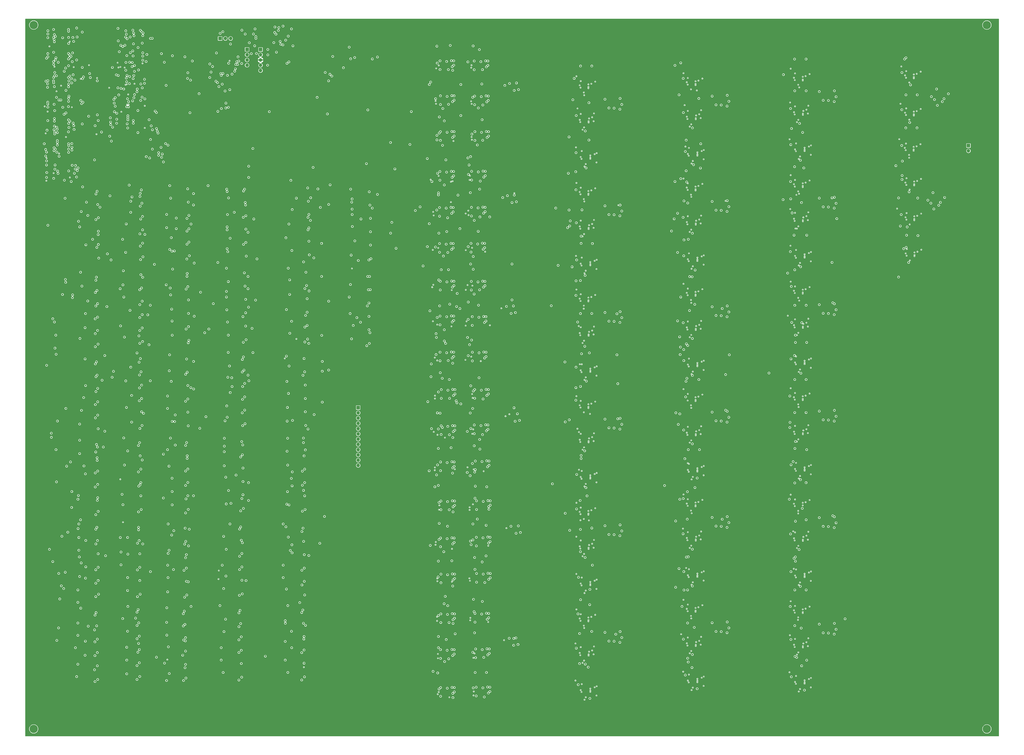
<source format=gbr>
%TF.GenerationSoftware,KiCad,Pcbnew,(6.99.0-3937-g3e53426b6c)*%
%TF.CreationDate,2025-03-11T03:35:30-04:00*%
%TF.ProjectId,AnalogFNN,416e616c-6f67-4464-9e4e-2e6b69636164,rev?*%
%TF.SameCoordinates,Original*%
%TF.FileFunction,Copper,L3,Inr*%
%TF.FilePolarity,Positive*%
%FSLAX46Y46*%
G04 Gerber Fmt 4.6, Leading zero omitted, Abs format (unit mm)*
G04 Created by KiCad (PCBNEW (6.99.0-3937-g3e53426b6c)) date 2025-03-11 03:35:30*
%MOMM*%
%LPD*%
G01*
G04 APERTURE LIST*
%TA.AperFunction,ComponentPad*%
%ADD10O,1.700000X1.700000*%
%TD*%
%TA.AperFunction,ComponentPad*%
%ADD11R,1.700000X1.700000*%
%TD*%
%TA.AperFunction,ViaPad*%
%ADD12C,4.000000*%
%TD*%
%TA.AperFunction,ViaPad*%
%ADD13C,0.800000*%
%TD*%
%TA.AperFunction,ViaPad*%
%ADD14C,0.400000*%
%TD*%
G04 APERTURE END LIST*
D10*
%TO.N,+3V3*%
%TO.C,J2*%
X125599999Y-36984999D03*
%TO.N,GND*%
X125599999Y-34444999D03*
%TO.N,+5V*%
X125599999Y-31904999D03*
%TO.N,GND*%
X125599999Y-29364999D03*
D11*
%TO.N,-5V*%
X125599999Y-26824999D03*
%TD*%
%TO.N,GND*%
%TO.C,J1*%
X119099999Y-26799999D03*
D10*
%TO.N,/SWCLK*%
X119099999Y-29339999D03*
%TO.N,/SWDIO*%
X119099999Y-31879999D03*
%TO.N,+3V3*%
X119099999Y-34419999D03*
%TD*%
D11*
%TO.N,GND*%
%TO.C,SW1*%
X106074999Y-21499999D03*
D10*
%TO.N,Net-(SW1-B)*%
X108614999Y-21499999D03*
%TO.N,+3V3*%
X111154999Y-21499999D03*
%TD*%
D11*
%TO.N,/L5_OUT1*%
%TO.C,J4*%
X467306099Y-73225199D03*
D10*
%TO.N,/L5_OUT2*%
X467306099Y-75765199D03*
%TD*%
%TO.N,/L1_IN12*%
%TO.C,J3*%
X172724999Y-227724999D03*
%TO.N,/L1_IN11*%
X172724999Y-225184999D03*
%TO.N,/L1_IN10*%
X172724999Y-222644999D03*
%TO.N,/L1_IN9*%
X172724999Y-220104999D03*
%TO.N,/L1_IN8*%
X172724999Y-217564999D03*
%TO.N,/L1_IN7*%
X172724999Y-215024999D03*
%TO.N,/L1_IN6*%
X172724999Y-212484999D03*
%TO.N,/L1_IN5*%
X172724999Y-209944999D03*
%TO.N,/L1_IN4*%
X172724999Y-207404999D03*
%TO.N,/L1_IN3*%
X172724999Y-204864999D03*
%TO.N,/L1_IN2*%
X172724999Y-202324999D03*
D11*
%TO.N,/L1_IN1*%
X172724999Y-199784999D03*
%TD*%
D12*
%TO.N,GND*%
X476200000Y-15000000D03*
X476200000Y-355000000D03*
X16100000Y-355000000D03*
X16100000Y-15000000D03*
D13*
X116000000Y-304100000D03*
D14*
X388198000Y-127306000D03*
X211919276Y-246960041D03*
X58400000Y-56900000D03*
D13*
X177325000Y-136465000D03*
X46650000Y-143200000D03*
X249569000Y-202775000D03*
X178075000Y-95565000D03*
D14*
X387398000Y-315582000D03*
X284756000Y-182550000D03*
D13*
X219028000Y-68600000D03*
D14*
X383574000Y-126506000D03*
D13*
X68050000Y-94650000D03*
X402498000Y-51986700D03*
X46700000Y-224000000D03*
X299156000Y-153450000D03*
X68650000Y-107450000D03*
D14*
X283956000Y-62049700D03*
X226800000Y-302500000D03*
D13*
X350856000Y-150690000D03*
D14*
X210872400Y-159700000D03*
X209700000Y-230000000D03*
D13*
X218828000Y-157700000D03*
X146600000Y-316850000D03*
D14*
X380098700Y-155400000D03*
X279609000Y-147125000D03*
D13*
X68200000Y-195400000D03*
D14*
X279609000Y-250125000D03*
D13*
X219066000Y-318805000D03*
D14*
X434500000Y-53000000D03*
D13*
X68400000Y-208400000D03*
D14*
X210344800Y-35900000D03*
D13*
X68650000Y-167900000D03*
D14*
X210928700Y-283600000D03*
D13*
X90800000Y-154300000D03*
X236466000Y-246900000D03*
X89400000Y-323800000D03*
X89200000Y-258000000D03*
D14*
X225000000Y-158100000D03*
D13*
X146300000Y-216700000D03*
X118500000Y-120000000D03*
X90425000Y-94135000D03*
X68150000Y-142000000D03*
X147200000Y-188900000D03*
D14*
X329756000Y-89120200D03*
X284756000Y-337050000D03*
D13*
X46800000Y-318100000D03*
D14*
X335656000Y-60549700D03*
D13*
X91000000Y-167300000D03*
D14*
X228517572Y-336867939D03*
D13*
X116300000Y-323400000D03*
D14*
X383574000Y-280838000D03*
D13*
X248087000Y-97150000D03*
D14*
X329600000Y-327300000D03*
D13*
X47500000Y-127600000D03*
X402498000Y-309207000D03*
X146900000Y-182500000D03*
X116000000Y-257450000D03*
D14*
X283956000Y-268050000D03*
X383574000Y-75062200D03*
D13*
X89800000Y-277300000D03*
X117125000Y-241885000D03*
D14*
X69700000Y-64700000D03*
D13*
X90500000Y-229450000D03*
D14*
X381400000Y-121594400D03*
D13*
X250040000Y-256900000D03*
X129100000Y-29400000D03*
D14*
X279665000Y-163775000D03*
X387398000Y-161250000D03*
D13*
X219436000Y-193200000D03*
X326900000Y-157900000D03*
X350756000Y-206785000D03*
D14*
X331309000Y-144365000D03*
X284756000Y-131050000D03*
D13*
X178675000Y-121265000D03*
X299156000Y-50450200D03*
X233928000Y-140900000D03*
X218790000Y-87850000D03*
D14*
X211100000Y-338200000D03*
X381498000Y-36062200D03*
D13*
X47200000Y-210000000D03*
X234463000Y-175125000D03*
D14*
X383574000Y-229394000D03*
X383107000Y-108531000D03*
X436694000Y-39319900D03*
X225487127Y-228587127D03*
D13*
X236466000Y-282000000D03*
X147100000Y-249000000D03*
D14*
X209000000Y-140437100D03*
D13*
X148650000Y-100100000D03*
X68200000Y-188900000D03*
X118400000Y-160400000D03*
X46200000Y-298800000D03*
X243526000Y-44200000D03*
X350756000Y-308525000D03*
D14*
X208453116Y-141604858D03*
X278056000Y-194250000D03*
X211215277Y-318778704D03*
D13*
X89400000Y-317400000D03*
X299056000Y-313175000D03*
X219066000Y-228150000D03*
D14*
X383107000Y-211419000D03*
D13*
X67300000Y-276900000D03*
D14*
X440940000Y-58712200D03*
D13*
X234398000Y-157975000D03*
X235528000Y-51400000D03*
D14*
X278056000Y-91250200D03*
D13*
X402498000Y-154875000D03*
X67800000Y-242400000D03*
D14*
X329756000Y-241730000D03*
D13*
X114700000Y-30400000D03*
X117325000Y-248485000D03*
D14*
X335656000Y-314900000D03*
D13*
X116825000Y-222585000D03*
X47200000Y-249900000D03*
D14*
X207700000Y-89700000D03*
D13*
X116600000Y-270250000D03*
D14*
X228300000Y-320600000D03*
X383107000Y-159975000D03*
X277867500Y-126511700D03*
D13*
X47000000Y-203400000D03*
D14*
X280132000Y-233250000D03*
D13*
X68650000Y-113950000D03*
X147200000Y-201800000D03*
D14*
X227446800Y-69046800D03*
D13*
X90800000Y-147800000D03*
X146400000Y-264400000D03*
D14*
X210872400Y-177000000D03*
D13*
X101100000Y-33800000D03*
X402498000Y-206319000D03*
X178675000Y-114865000D03*
X447706000Y-99600200D03*
X299056000Y-261675000D03*
D14*
X210057000Y-266000000D03*
X279665000Y-112275000D03*
X33500000Y-23000000D03*
D13*
X118200000Y-100700000D03*
X350756000Y-155915000D03*
X46900000Y-264000000D03*
D14*
X329756000Y-139990000D03*
X228000000Y-195100000D03*
X335656000Y-213160000D03*
D13*
X68450000Y-154900000D03*
D14*
X387297000Y-299049000D03*
X387297000Y-196161000D03*
X226700000Y-283400000D03*
D13*
X147400000Y-208400000D03*
D14*
X227852500Y-140900500D03*
X331309000Y-246105000D03*
X336456000Y-281530000D03*
X210898424Y-282259796D03*
X224676500Y-123700000D03*
D13*
X46600000Y-257600000D03*
D14*
X383574000Y-332282000D03*
D13*
X233790000Y-122550000D03*
D14*
X208793934Y-158083426D03*
D13*
X117125000Y-228985000D03*
X89900000Y-176300000D03*
X46950000Y-162500000D03*
D14*
X22300000Y-79300000D03*
X329756000Y-190860000D03*
X278000000Y-262100000D03*
D13*
X219371000Y-210675000D03*
X177925000Y-149265000D03*
X219131000Y-337105000D03*
D14*
X21900000Y-67300000D03*
D13*
X67300000Y-270400000D03*
X177925000Y-155765000D03*
D14*
X277600000Y-331600000D03*
D13*
X148100000Y-147200000D03*
D14*
X279609000Y-44124900D03*
D13*
X435295400Y-87700000D03*
X66700000Y-257600000D03*
D14*
X31666900Y-69100000D03*
D13*
X146600000Y-176100000D03*
X178875000Y-127865000D03*
D14*
X331832000Y-331600000D03*
D13*
X328137248Y-174175044D03*
D14*
X388198000Y-230194000D03*
D13*
X177625000Y-142865000D03*
X226900548Y-264279565D03*
D14*
X331832000Y-280730000D03*
X380941078Y-70158922D03*
X68599678Y-33493545D03*
D13*
X249126000Y-43000000D03*
D14*
X383107000Y-57087000D03*
X26100000Y-35100000D03*
X279609000Y-301625000D03*
D13*
X235731000Y-301305000D03*
D14*
X436859000Y-91074900D03*
X381274500Y-103900000D03*
D13*
X227251500Y-266000000D03*
X67200000Y-216700000D03*
X47400000Y-289900000D03*
X47300000Y-108100000D03*
X47300000Y-121000000D03*
X90500000Y-202000000D03*
D14*
X27100000Y-47000000D03*
X227417572Y-34412636D03*
X227800000Y-212400000D03*
X226500000Y-89800000D03*
D13*
X116600000Y-283150000D03*
X67300000Y-283300000D03*
X210728000Y-70500000D03*
D14*
X336456000Y-128920000D03*
D13*
X67000000Y-264000000D03*
D14*
X441155000Y-109267000D03*
D13*
X47000000Y-243300000D03*
X218590000Y-122650000D03*
D14*
X209764477Y-228664477D03*
D13*
X116500000Y-330000000D03*
X402598000Y-201094000D03*
D14*
X284756000Y-285550000D03*
D13*
X116600000Y-276750000D03*
X46700000Y-95300000D03*
D14*
X61700000Y-48500000D03*
X434900000Y-35000000D03*
D13*
X117925000Y-194595000D03*
D14*
X335555000Y-196627000D03*
D13*
X146900000Y-236000000D03*
X47000000Y-101700000D03*
X90200000Y-223050000D03*
D14*
X330700000Y-73700000D03*
D13*
X218933000Y-140875000D03*
X146600000Y-323250000D03*
X299156000Y-204950000D03*
X47000000Y-190500000D03*
X148100000Y-160100000D03*
D14*
X210196900Y-264695500D03*
X278056000Y-142750000D03*
D13*
X68200000Y-201800000D03*
X146700000Y-270800000D03*
D14*
X211200000Y-320800000D03*
D13*
X437242074Y-122385286D03*
X116300000Y-263850000D03*
D14*
X387398000Y-264138000D03*
D13*
X90500000Y-242350000D03*
X247626000Y-150700000D03*
X118400000Y-147500000D03*
D14*
X228876500Y-318505800D03*
X210300000Y-53000000D03*
D13*
X218590000Y-105250000D03*
X350856000Y-201560000D03*
X218828000Y-34400000D03*
D14*
X336456000Y-78050200D03*
D13*
X46500000Y-305200000D03*
X67100000Y-310150000D03*
D14*
X227300000Y-35600000D03*
D13*
X350856000Y-48950200D03*
X67100000Y-323050000D03*
X46400000Y-217600000D03*
D14*
X209200000Y-211500000D03*
D13*
X457606000Y-48200200D03*
X402498000Y-103431000D03*
D14*
X280132000Y-78750200D03*
X436594000Y-74319900D03*
X279609000Y-95624900D03*
D13*
X299056000Y-210175000D03*
X47200000Y-270400000D03*
D14*
X432847840Y-103658746D03*
D13*
X116300000Y-317000000D03*
X299056000Y-107175000D03*
X248881000Y-311005000D03*
D14*
X383051000Y-40436900D03*
X335555000Y-298367000D03*
D13*
X90700000Y-248950000D03*
D14*
X283855000Y-148517000D03*
X211000000Y-212900000D03*
X436694000Y-57319900D03*
X387398000Y-212694000D03*
D13*
X235328000Y-34500000D03*
D14*
X331365000Y-110145000D03*
D13*
X91025000Y-119835000D03*
X68350000Y-101050000D03*
X147500000Y-134400000D03*
D14*
X331365000Y-161015000D03*
D13*
X148950000Y-106500000D03*
D14*
X280132000Y-284750000D03*
X436909000Y-107875000D03*
D13*
X177925000Y-162165000D03*
D14*
X279665000Y-266775000D03*
D13*
X47200000Y-276900000D03*
D14*
X383051000Y-143325000D03*
D13*
X235571000Y-193175000D03*
D14*
X383574000Y-177950000D03*
D13*
X90200000Y-182700000D03*
X149150000Y-126000000D03*
D14*
X383107000Y-314307000D03*
X227300000Y-175150500D03*
D13*
X299156000Y-256450000D03*
D14*
X211700000Y-249100000D03*
X35400000Y-35300000D03*
X279169100Y-160400000D03*
D13*
X235663000Y-68625000D03*
D14*
X226853500Y-301300000D03*
X226398897Y-282195671D03*
D13*
X146700000Y-277300000D03*
X46800000Y-324500000D03*
X219266000Y-247000000D03*
D14*
X278056000Y-297250000D03*
D13*
X46350000Y-136800000D03*
D14*
X387297000Y-41829200D03*
X380900000Y-327600000D03*
X331309000Y-42624900D03*
D13*
X68450000Y-161300000D03*
X146600000Y-310350000D03*
X118500000Y-107100000D03*
D14*
X335656000Y-111420000D03*
D13*
X118700000Y-126600000D03*
X109600000Y-39300000D03*
D14*
X283855000Y-251517000D03*
D13*
X117125000Y-235485000D03*
X146900000Y-242400000D03*
X148300000Y-166700000D03*
X350856000Y-303300000D03*
X236366000Y-264500000D03*
X47150000Y-169100000D03*
D14*
X279665000Y-60775000D03*
X228491330Y-229598032D03*
D13*
X146600000Y-223100000D03*
D14*
X226000000Y-106800000D03*
D13*
X68650000Y-120350000D03*
D14*
X284756000Y-79550200D03*
X29300000Y-44300000D03*
D13*
X66800000Y-303750000D03*
D14*
X331365000Y-59275000D03*
X226700000Y-87750500D03*
X244266000Y-258000000D03*
D13*
X402498000Y-257763000D03*
X116525000Y-216185000D03*
X235871000Y-227675000D03*
D14*
X330300000Y-53700000D03*
D13*
X67300000Y-329650000D03*
D14*
X437009000Y-125275000D03*
D13*
X350856000Y-252430000D03*
D14*
X227714500Y-122575500D03*
D13*
X146900000Y-229500000D03*
X178675000Y-108365000D03*
X178125000Y-168765000D03*
X148950000Y-113000000D03*
D14*
X209782422Y-195393922D03*
X209700000Y-175600000D03*
X280132000Y-181750000D03*
D13*
X402598000Y-149650000D03*
X118100000Y-141100000D03*
X148350000Y-93700000D03*
X67500000Y-289900000D03*
X47200000Y-283300000D03*
X147200000Y-195400000D03*
X146800000Y-329850000D03*
D14*
X22200000Y-90200000D03*
D13*
X90200000Y-135000000D03*
X89400000Y-310900000D03*
X117800000Y-134700000D03*
X68850000Y-126950000D03*
X90500000Y-195600000D03*
X67600000Y-176100000D03*
D14*
X46700000Y-40600000D03*
X69700000Y-54000000D03*
D13*
X67900000Y-182500000D03*
D14*
X335555000Y-44017200D03*
X383051000Y-246213000D03*
X328600000Y-309200000D03*
D13*
X66500000Y-297350000D03*
X402598000Y-46762200D03*
X106100000Y-19000000D03*
D14*
X382700000Y-259500000D03*
X387398000Y-58361700D03*
X210075066Y-51685574D03*
X329756000Y-292600000D03*
D13*
X116300000Y-310500000D03*
D14*
X243839000Y-203921000D03*
D13*
X218828000Y-175100000D03*
X146900000Y-290300000D03*
X219231000Y-301505000D03*
D14*
X283956000Y-165050000D03*
X277600000Y-313700000D03*
X34500000Y-54700000D03*
X211379500Y-122650500D03*
D13*
X47000000Y-197000000D03*
D14*
X381498000Y-293282000D03*
X280132000Y-130250000D03*
D13*
X117625000Y-181695000D03*
D14*
X331832000Y-128120000D03*
X335555000Y-247497000D03*
X227592400Y-70400000D03*
D13*
X146100000Y-258000000D03*
D14*
X209180803Y-106933075D03*
X336456000Y-332400000D03*
D13*
X146700000Y-283700000D03*
D14*
X211600000Y-337130800D03*
D13*
X90700000Y-208600000D03*
X90725000Y-100535000D03*
D14*
X57000000Y-35500000D03*
D13*
X327240400Y-207900000D03*
X350756000Y-257655000D03*
X118500000Y-113600000D03*
D14*
X278056000Y-245750000D03*
X381498000Y-87506200D03*
X283855000Y-97017200D03*
D13*
X89800000Y-270800000D03*
D14*
X224676500Y-142900000D03*
X331832000Y-178990000D03*
X383051000Y-297657000D03*
X224500000Y-176700000D03*
D13*
X67500000Y-223100000D03*
X235371000Y-210275000D03*
D14*
X211554600Y-87850500D03*
D13*
X146000000Y-297550000D03*
D14*
X329756000Y-38250200D03*
D13*
X46950000Y-149600000D03*
D14*
X241825000Y-151825000D03*
D13*
X67100000Y-316650000D03*
D14*
X284756000Y-234050000D03*
X227196800Y-51796800D03*
X335656000Y-264030000D03*
X331000000Y-277200000D03*
D13*
X402598000Y-252538000D03*
X90800000Y-160700000D03*
X382668500Y-225900000D03*
D14*
X335555000Y-94887200D03*
X331309000Y-93494900D03*
X383107000Y-262863000D03*
D13*
X178375000Y-101965000D03*
D14*
X331762178Y-226562178D03*
D13*
X455806000Y-98300200D03*
X47000000Y-331100000D03*
D14*
X336456000Y-230660000D03*
X387297000Y-93273200D03*
D13*
X350756000Y-54174700D03*
D14*
X383051000Y-91880900D03*
D13*
X89500000Y-264400000D03*
D14*
X228246500Y-210275500D03*
D13*
X118125000Y-207595000D03*
D14*
X228400000Y-338800000D03*
D13*
X68450000Y-148400000D03*
D14*
X388198000Y-281638000D03*
D13*
X148950000Y-119400000D03*
X129000000Y-34400000D03*
D14*
X433901300Y-70100000D03*
D13*
X91025000Y-106935000D03*
D14*
X208900000Y-105254900D03*
D13*
X402598000Y-98206200D03*
X236001000Y-318480000D03*
X68000000Y-249000000D03*
X117900000Y-94300000D03*
D14*
X210800000Y-302800000D03*
D13*
X46400000Y-177700000D03*
X117925000Y-200995000D03*
X383320800Y-174600000D03*
D14*
X383051000Y-194769000D03*
D13*
X90500000Y-189100000D03*
D14*
X388198000Y-333082000D03*
X388198000Y-75862200D03*
X387297000Y-144717000D03*
D13*
X326917692Y-105913388D03*
X47300000Y-114600000D03*
X117925000Y-188095000D03*
X89600000Y-330400000D03*
X146300000Y-303950000D03*
D14*
X46400000Y-67700000D03*
D13*
X90500000Y-141400000D03*
D14*
X227500000Y-53100000D03*
X209788500Y-194000000D03*
X278056000Y-39750200D03*
X331365000Y-262755000D03*
X381498000Y-241838000D03*
X331365000Y-211885000D03*
X279700000Y-178800000D03*
X283855000Y-45517200D03*
X331309000Y-296975000D03*
D13*
X147800000Y-140800000D03*
X219266000Y-282300000D03*
X275103010Y-109582555D03*
D14*
X335555000Y-145757000D03*
D13*
X381161100Y-206900000D03*
X47000000Y-230400000D03*
D14*
X336456000Y-179790000D03*
D13*
X47000000Y-236900000D03*
D14*
X329500000Y-258200000D03*
D13*
X67800000Y-229500000D03*
X210728000Y-68300000D03*
X91025000Y-113435000D03*
X326904592Y-124825820D03*
D14*
X280132000Y-336250000D03*
X381498000Y-138950000D03*
D13*
X350856000Y-99820200D03*
D14*
X381200000Y-52400000D03*
X210806444Y-300790794D03*
X441255000Y-126667000D03*
D13*
X299156000Y-307950000D03*
X89900000Y-216650000D03*
D14*
X440940000Y-40712200D03*
X279665000Y-215275000D03*
D13*
X116800000Y-289750000D03*
X90000000Y-290300000D03*
D14*
X283855000Y-303017000D03*
D13*
X236296000Y-336930000D03*
D14*
X283855000Y-200017000D03*
D13*
X219028000Y-51300000D03*
D14*
X283956000Y-319550000D03*
X22800000Y-56800000D03*
D13*
X91225000Y-126435000D03*
X118400000Y-154000000D03*
D14*
X283956000Y-216550000D03*
X278600000Y-55300000D03*
D13*
X115700000Y-297700000D03*
X46800000Y-311600000D03*
D14*
X388198000Y-178750000D03*
X224600000Y-106000000D03*
X278000000Y-280100000D03*
D13*
X46950000Y-156100000D03*
X299156000Y-101950000D03*
X88800000Y-298100000D03*
D14*
X331832000Y-77250200D03*
X226500000Y-249200000D03*
X227700000Y-193200000D03*
X243131000Y-312105000D03*
X211600000Y-34500000D03*
X331832000Y-229860000D03*
D13*
X233990000Y-105150000D03*
D14*
X441105000Y-92467200D03*
X279295200Y-229800000D03*
X23700000Y-25300000D03*
D13*
X219066000Y-264900000D03*
X89800000Y-283700000D03*
D14*
X383000000Y-277600000D03*
X279665000Y-318275000D03*
D13*
X148100000Y-153700000D03*
X67850000Y-135600000D03*
D14*
X440840000Y-75712200D03*
D13*
X90500000Y-235950000D03*
X299056000Y-55674700D03*
X118600000Y-167000000D03*
D14*
X331365000Y-313625000D03*
D13*
X117325000Y-175295000D03*
X299056000Y-158675000D03*
X449406000Y-49600200D03*
X46700000Y-184100000D03*
X402598000Y-303982000D03*
D14*
X381100000Y-309700000D03*
D13*
X350756000Y-105045000D03*
D14*
X208715000Y-123600000D03*
X224573700Y-160200000D03*
X335656000Y-162290000D03*
D13*
X59100000Y-25400000D03*
X89100000Y-304500000D03*
X453772000Y-100655000D03*
X455507000Y-50600200D03*
X234090000Y-87750000D03*
D14*
X38800000Y-41000000D03*
D13*
X242491000Y-98347500D03*
D14*
X277856000Y-74050200D03*
X283956000Y-113550000D03*
X279609000Y-198625000D03*
X381498000Y-190394000D03*
D13*
X67800000Y-236000000D03*
D14*
X226500000Y-247900000D03*
X387398000Y-109806000D03*
X279295200Y-211600000D03*
D13*
%TO.N,+3V3*%
X116500000Y-33600000D03*
X111100000Y-24200000D03*
%TO.N,Net-(U27B-+)*%
X291856000Y-50850200D03*
X293756000Y-55050200D03*
%TO.N,Net-(C20-Pad2)*%
X299956000Y-53350200D03*
X296245000Y-55150200D03*
%TO.N,Net-(U44B-+)*%
X291856000Y-256850000D03*
X293756000Y-261050000D03*
%TO.N,Net-(U31B-+)*%
X293756000Y-106550000D03*
X291856000Y-102350000D03*
%TO.N,Net-(C23-Pad2)*%
X296245000Y-106650000D03*
X299956000Y-104850000D03*
%TO.N,Net-(U36B-+)*%
X291856000Y-153850000D03*
X293756000Y-158050000D03*
%TO.N,Net-(C26-Pad2)*%
X299956000Y-156350000D03*
X296245000Y-158150000D03*
%TO.N,Net-(U63B-+)*%
X345456000Y-206160000D03*
X343556000Y-201960000D03*
%TO.N,Net-(U40B-+)*%
X293756000Y-209550000D03*
X291856000Y-205350000D03*
%TO.N,Net-(C29-Pad2)*%
X299956000Y-207850000D03*
X296245000Y-209650000D03*
%TO.N,Net-(C32-Pad2)*%
X296245000Y-261150000D03*
X299956000Y-259350000D03*
%TO.N,Net-(U48B-+)*%
X293756000Y-312550000D03*
X291856000Y-308350000D03*
%TO.N,Net-(C35-Pad2)*%
X296245000Y-312650000D03*
X299956000Y-310850000D03*
%TO.N,Net-(U51B-+)*%
X345456000Y-53550200D03*
X343556000Y-49350200D03*
%TO.N,Net-(C38-Pad2)*%
X347945000Y-53650200D03*
X351656000Y-51850200D03*
%TO.N,Net-(U55B-+)*%
X343556000Y-100220000D03*
X345456000Y-104420000D03*
%TO.N,Net-(C41-Pad2)*%
X347945000Y-104520000D03*
X351656000Y-102720000D03*
%TO.N,Net-(U59B-+)*%
X343556000Y-151090000D03*
X345456000Y-155290000D03*
%TO.N,Net-(C44-Pad2)*%
X351656000Y-153590000D03*
X347945000Y-155390000D03*
%TO.N,Net-(C47-Pad2)*%
X351656000Y-204460000D03*
X347945000Y-206260000D03*
%TO.N,Net-(U67B-+)*%
X343556000Y-252830000D03*
X345456000Y-257030000D03*
%TO.N,Net-(C50-Pad2)*%
X351656000Y-255330000D03*
X347945000Y-257130000D03*
%TO.N,Net-(U71B-+)*%
X343556000Y-303700000D03*
X345456000Y-307900000D03*
%TO.N,Net-(C53-Pad2)*%
X347945000Y-308000000D03*
X351656000Y-306200000D03*
%TO.N,Net-(U75B-+)*%
X395298000Y-47162200D03*
X397198000Y-51362200D03*
%TO.N,Net-(C56-Pad2)*%
X403398000Y-49662200D03*
X399687000Y-51462200D03*
%TO.N,Net-(U79B-+)*%
X395298000Y-98606200D03*
X397198000Y-102806000D03*
%TO.N,Net-(C59-Pad2)*%
X399687000Y-102906000D03*
X403398000Y-101106000D03*
%TO.N,Net-(U83B-+)*%
X395298000Y-150050000D03*
X397198000Y-154250000D03*
%TO.N,Net-(C62-Pad2)*%
X399687000Y-154350000D03*
X403398000Y-152550000D03*
%TO.N,Net-(U87B-+)*%
X397198000Y-205694000D03*
X395298000Y-201494000D03*
%TO.N,Net-(C65-Pad2)*%
X399687000Y-205794000D03*
X403398000Y-203994000D03*
%TO.N,Net-(U91B-+)*%
X397198000Y-257138000D03*
X395298000Y-252938000D03*
%TO.N,Net-(C68-Pad2)*%
X403398000Y-255438000D03*
X399687000Y-257238000D03*
%TO.N,Net-(U95B-+)*%
X395298000Y-304382000D03*
X397198000Y-308582000D03*
%TO.N,Net-(C71-Pad2)*%
X403398000Y-306882000D03*
X399687000Y-308682000D03*
%TO.N,Net-(C3002-Pad2)*%
X249087000Y-100350000D03*
X246987000Y-100750000D03*
%TO.N,Net-(U13001B-+)*%
X451906000Y-45900200D03*
X450906000Y-51000200D03*
%TO.N,Net-(U13001C--)*%
X452306000Y-53800200D03*
X454706000Y-52000200D03*
%TO.N,Net-(U17001B-+)*%
X449171000Y-101055000D03*
X450171000Y-95955200D03*
%TO.N,Net-(U17001C--)*%
X450571000Y-103855000D03*
X452971000Y-102055000D03*
%TO.N,Net-(C23002-Pad2)*%
X248026000Y-46600000D03*
X250126000Y-46200000D03*
%TO.N,Net-(C33002-Pad2)*%
X246526000Y-154300000D03*
X248626000Y-153900000D03*
%TO.N,Net-(C131002-Pad2)*%
X248469000Y-206375000D03*
X250569000Y-205975000D03*
%TO.N,Net-(C139002-Pad2)*%
X248940000Y-260500000D03*
X251040000Y-260100000D03*
%TO.N,Net-(C148002-Pad2)*%
X249881000Y-314205000D03*
X247781000Y-314605000D03*
%TO.N,Net-(Q2001A-S1)*%
X211990000Y-103150000D03*
X211990000Y-107350000D03*
D14*
%TO.N,/InNeuron_2/OUT*%
X248100000Y-96200000D03*
X284600000Y-202800000D03*
X281800000Y-306200000D03*
X280000000Y-254200000D03*
X281800000Y-48900000D03*
X281900000Y-100200000D03*
X284100000Y-254222300D03*
X281600000Y-152000000D03*
D13*
%TO.N,/InNeuron_1/OUT*%
X278103700Y-248747400D03*
X277792400Y-196203100D03*
X278832500Y-299409900D03*
X276983900Y-40798000D03*
X277835500Y-145602200D03*
X277835500Y-94580500D03*
%TO.N,/InNeuron_3/OUT*%
X278203300Y-232069900D03*
X279058500Y-281744100D03*
X278181200Y-128454700D03*
X246956900Y-130447300D03*
X246956900Y-147775000D03*
X278936100Y-333620000D03*
X277870600Y-76647100D03*
X277885500Y-180262300D03*
%TO.N,/Neuron6_1/OUT*%
X331279500Y-90789700D03*
X329641800Y-243737500D03*
X330768200Y-194608700D03*
X329026200Y-295833100D03*
X329608800Y-40780300D03*
D14*
%TO.N,/Neuron6_10/IN2*%
X333700000Y-250800000D03*
X333500000Y-301600000D03*
X333551072Y-97951072D03*
X336200000Y-46600000D03*
X298358240Y-102002762D03*
X333500000Y-199900000D03*
X333500000Y-149200000D03*
D13*
%TO.N,/Neuron6_10/IN3*%
X329900500Y-177100600D03*
X330636100Y-76064700D03*
X297635200Y-154478300D03*
X329888600Y-126462100D03*
X297635200Y-174284500D03*
X330405300Y-224457300D03*
X330636100Y-328986000D03*
X329898100Y-278988300D03*
%TO.N,/Neuron6_10/IN4*%
X336347500Y-233822500D03*
X334058300Y-184238700D03*
X298053400Y-188232700D03*
X336347500Y-335562500D03*
X334625600Y-82483600D03*
X298053400Y-205198400D03*
X335361500Y-133348200D03*
X334058300Y-285978700D03*
%TO.N,/Neuron6_10/IN5*%
X329825800Y-210622400D03*
X329673100Y-57288300D03*
X329591800Y-158772700D03*
X329558800Y-107907500D03*
X329558800Y-260765200D03*
X329689100Y-311643600D03*
%TO.N,/Neuron6_10/IN6*%
X334036100Y-217292600D03*
X334036100Y-319052000D03*
X334036100Y-166416000D03*
X297062800Y-309242400D03*
X334073000Y-64694600D03*
X334036100Y-268181400D03*
X334036100Y-115579200D03*
%TO.N,/Neuron6_13/IN1*%
X381805600Y-141241400D03*
X377993400Y-38962200D03*
X380843900Y-244025500D03*
X381061900Y-194210500D03*
X381403200Y-90595300D03*
X381281400Y-295833100D03*
D14*
%TO.N,/Neuron6_13/IN2*%
X350060914Y-99904126D03*
X385600000Y-148100000D03*
X385005200Y-302300000D03*
X385100000Y-250900000D03*
X385600000Y-45100000D03*
X385300000Y-199500000D03*
X385500000Y-96475500D03*
D13*
%TO.N,/Neuron6_13/IN3*%
X381621500Y-279042300D03*
X351894000Y-174284500D03*
X381627800Y-176277100D03*
X348448600Y-151955400D03*
X381314000Y-124469500D03*
X381550300Y-72806300D03*
X381811000Y-329814900D03*
X381663700Y-227416500D03*
%TO.N,/Neuron6_10/OUT*%
X350074000Y-201023400D03*
X386219500Y-234613900D03*
X386155600Y-286113100D03*
X386283400Y-131762700D03*
X386192700Y-80323200D03*
X350074000Y-183822400D03*
X388141900Y-336231700D03*
X386431200Y-183184900D03*
%TO.N,/Neuron6_11/OUT*%
X381403600Y-260819200D03*
X382178300Y-105763200D03*
X381987700Y-158656000D03*
X348448600Y-253712700D03*
X381572900Y-311773900D03*
X381425100Y-55312300D03*
X381061900Y-209399800D03*
D14*
%TO.N,/Neuron6_12/OUT*%
X383788000Y-113295800D03*
D13*
X383789100Y-216140900D03*
X383580200Y-319981400D03*
X383763500Y-164778400D03*
X385778300Y-62525100D03*
X385550100Y-268373000D03*
%TO.N,/Neuron6_13/OUT*%
X436022900Y-123031900D03*
X435186100Y-37962600D03*
%TO.N,/Neuron6_14/OUT*%
X439368400Y-43934600D03*
X401448700Y-98462800D03*
X438419800Y-129667900D03*
X401448700Y-129667900D03*
%TO.N,/Neuron6_15/OUT*%
X401816000Y-149119900D03*
X403740700Y-108528700D03*
X435094900Y-73170500D03*
X434850800Y-106536100D03*
%TO.N,/Neuron6_16/OUT*%
X437700700Y-112535000D03*
D14*
X438700000Y-79100000D03*
D13*
X434400000Y-112100000D03*
%TO.N,/Neuron6_17/OUT*%
X435144900Y-55910200D03*
X435227400Y-89635800D03*
X401816000Y-252018700D03*
%TO.N,/Neuron6_18/OUT*%
X438944400Y-62084000D03*
X407728900Y-301810900D03*
X438634100Y-95580100D03*
%TO.N,/InNeuron_4/OUT*%
X282250500Y-135939200D03*
X284574200Y-287595700D03*
X282656500Y-238475400D03*
X282733500Y-84018900D03*
X282889500Y-187003100D03*
X247943600Y-199889000D03*
X284574200Y-340247100D03*
%TO.N,/InNeuron_5/OUT*%
X277974600Y-58713700D03*
D14*
X278549500Y-209947500D03*
D13*
X277997800Y-110521300D03*
X278644600Y-158435100D03*
X274831300Y-259036200D03*
X278000400Y-315974000D03*
%TO.N,/InNeuron_6/OUT*%
X282336100Y-66193900D03*
X247817400Y-311266300D03*
X282053500Y-220667800D03*
X282249400Y-272177000D03*
X282100600Y-170176200D03*
X282336100Y-323679800D03*
X280352600Y-116971000D03*
D14*
%TO.N,-5V*%
X387306000Y-41229800D03*
X335564000Y-43417800D03*
X387306000Y-195562000D03*
D13*
X233353000Y-88475700D03*
D14*
X440949000Y-58112800D03*
D13*
X235134000Y-228401000D03*
D14*
X284762000Y-284905000D03*
X335564000Y-94287800D03*
X335564000Y-145158000D03*
X283864000Y-147918000D03*
X284762000Y-78904600D03*
D13*
X218091000Y-35125700D03*
X233253000Y-105876000D03*
X218329000Y-319531000D03*
D14*
X387398000Y-212094000D03*
D13*
X235559000Y-337656000D03*
X218634000Y-211401000D03*
X234591000Y-35225700D03*
X218494000Y-302231000D03*
D14*
X441114000Y-91867800D03*
X283956000Y-164450000D03*
D13*
X235729000Y-282726000D03*
D14*
X388204000Y-280993000D03*
X336462000Y-179145000D03*
X388204000Y-332437000D03*
X387306000Y-298450000D03*
X336462000Y-77404600D03*
X388204000Y-178105000D03*
X441264000Y-126068000D03*
D13*
X234834000Y-193901000D03*
X233726000Y-175851000D03*
D14*
X335656000Y-263430000D03*
X283956000Y-267450000D03*
D13*
X234994000Y-302031000D03*
D14*
X387398000Y-314982000D03*
X283956000Y-112950000D03*
D13*
X234791000Y-52125700D03*
D14*
X441164000Y-108668000D03*
X283864000Y-250918000D03*
X387306000Y-144118000D03*
X336462000Y-331755000D03*
D13*
X129100000Y-26800000D03*
X218394000Y-337831000D03*
D14*
X283956000Y-215950000D03*
X284762000Y-181905000D03*
D13*
X218091000Y-158426000D03*
X218053000Y-88575700D03*
D14*
X335656000Y-314300000D03*
X387398000Y-57762200D03*
X387398000Y-263538000D03*
D13*
X218699000Y-193926000D03*
D14*
X388204000Y-126661000D03*
D13*
X233191000Y-141626000D03*
D14*
X336462000Y-280885000D03*
D13*
X218291000Y-52025700D03*
X218329000Y-265626000D03*
D14*
X284762000Y-130405000D03*
X283864000Y-302418000D03*
X284762000Y-233405000D03*
X283956000Y-318950000D03*
D13*
X218291000Y-69325700D03*
X217853000Y-123376000D03*
X234926000Y-69350700D03*
X233661000Y-158701000D03*
D14*
X335656000Y-59950200D03*
X335656000Y-161690000D03*
D13*
X217853000Y-105976000D03*
D14*
X336462000Y-230015000D03*
D13*
X218529000Y-247726000D03*
D14*
X284762000Y-336405000D03*
X440849000Y-75112800D03*
X335564000Y-297768000D03*
X283864000Y-44917800D03*
X335564000Y-196028000D03*
X387398000Y-160650000D03*
X387306000Y-247006000D03*
X440949000Y-40112800D03*
X387398000Y-109206000D03*
D13*
X235264000Y-319206000D03*
X218196000Y-141601000D03*
X218091000Y-175826000D03*
D14*
X283864000Y-199418000D03*
D13*
X218329000Y-228876000D03*
X235629000Y-265226000D03*
X235729000Y-247626000D03*
D14*
X283864000Y-96417800D03*
X388204000Y-229549000D03*
X283956000Y-61450200D03*
X335656000Y-110820000D03*
X335656000Y-212560000D03*
X388204000Y-75216600D03*
X387306000Y-92673800D03*
D13*
X218529000Y-283026000D03*
D14*
X336462000Y-128275000D03*
D13*
X233053000Y-123276000D03*
X234634000Y-211001000D03*
D14*
X335564000Y-246898000D03*
D13*
%TO.N,+5V*%
X90700000Y-247550000D03*
X117900000Y-93000000D03*
D14*
X211000000Y-302100000D03*
X331296000Y-314221000D03*
D13*
X67300000Y-328250000D03*
X147100000Y-247600000D03*
X146600000Y-221900000D03*
X149100000Y-137000000D03*
X396490000Y-50553400D03*
X118125000Y-206195000D03*
X150000000Y-96400000D03*
X46950000Y-148400000D03*
D14*
X279596000Y-61370600D03*
X147800000Y-332756800D03*
X147700000Y-251500000D03*
D13*
X46500000Y-304000000D03*
D14*
X33100000Y-70806000D03*
X224100000Y-159800000D03*
X208500000Y-106656700D03*
X69221300Y-157016600D03*
D13*
X118200000Y-99500000D03*
D14*
X48000000Y-212668400D03*
D13*
X47300000Y-106900000D03*
X46350000Y-135500000D03*
D14*
X178882778Y-172882778D03*
D13*
X124800000Y-105500000D03*
X117325000Y-173995000D03*
X90500000Y-187900000D03*
D14*
X383039000Y-109127000D03*
D13*
X344747000Y-154481000D03*
X116300000Y-315700000D03*
X147500000Y-133100000D03*
X47000000Y-100500000D03*
X48500000Y-123600000D03*
D14*
X436708000Y-57931100D03*
D13*
X177625000Y-141665000D03*
X177925000Y-160965000D03*
D14*
X383039000Y-314903000D03*
D13*
X226300000Y-265400000D03*
X177925000Y-148065000D03*
X117125000Y-234185000D03*
D14*
X241827000Y-152495000D03*
D13*
X146300000Y-302750000D03*
X147800000Y-139600000D03*
X146900000Y-241200000D03*
X90800000Y-153000000D03*
D14*
X331703000Y-77879100D03*
D13*
X116300000Y-262650000D03*
D14*
X209788500Y-194700000D03*
X208100000Y-123300000D03*
D13*
X48600000Y-130000000D03*
X89400000Y-322600000D03*
D14*
X209000000Y-158646400D03*
D13*
X178125000Y-167365000D03*
D14*
X211658800Y-247500000D03*
X93316468Y-225744928D03*
D13*
X148100000Y-152400000D03*
X89600000Y-329000000D03*
D14*
X331296000Y-110741000D03*
D13*
X67200000Y-215400000D03*
D14*
X383445000Y-75691100D03*
X209700000Y-229400000D03*
D13*
X90500000Y-194300000D03*
D14*
X91600000Y-96923700D03*
D13*
X90500000Y-241150000D03*
D14*
X437023000Y-125886000D03*
D13*
X67850000Y-134300000D03*
X46650000Y-142000000D03*
D14*
X68500000Y-292722700D03*
D13*
X118700000Y-125200000D03*
D14*
X228400000Y-337500000D03*
X331296000Y-212481000D03*
D13*
X117325000Y-247085000D03*
D14*
X47800000Y-226700000D03*
D13*
X147400000Y-207000000D03*
X293047000Y-260241000D03*
X47300000Y-119800000D03*
X90500000Y-228250000D03*
D14*
X383065000Y-41048100D03*
D13*
X396490000Y-256329000D03*
D14*
X94047546Y-219417261D03*
D13*
X68600000Y-14743400D03*
X89800000Y-269600000D03*
X90200000Y-133700000D03*
X117800000Y-133400000D03*
X68450000Y-153600000D03*
X118500000Y-105900000D03*
X47000000Y-195700000D03*
D14*
X279623000Y-250736000D03*
X148100000Y-155510900D03*
D13*
X89500000Y-263200000D03*
X68000000Y-247600000D03*
D14*
X383065000Y-298268000D03*
D13*
X124400000Y-137000000D03*
X344747000Y-256221000D03*
D14*
X279596000Y-112871000D03*
D13*
X146400000Y-263200000D03*
X123700000Y-156700000D03*
X66800000Y-302550000D03*
D14*
X89300000Y-301539300D03*
D13*
X116800000Y-288350000D03*
X242600000Y-99341000D03*
D14*
X90900000Y-292700000D03*
D13*
X146900000Y-181300000D03*
X147200000Y-200600000D03*
D14*
X436873000Y-91686100D03*
X177462256Y-156456460D03*
X91531700Y-251352900D03*
X48508278Y-146208278D03*
D13*
X148950000Y-105300000D03*
X67600000Y-174800000D03*
D14*
X64200000Y-25600000D03*
X47800000Y-180300000D03*
D13*
X209928000Y-69100000D03*
D14*
X33500000Y-27400000D03*
X227300000Y-52400000D03*
D13*
X124700000Y-111900000D03*
D14*
X47800000Y-333500000D03*
D13*
X89900000Y-175000000D03*
D14*
X279623000Y-44736100D03*
D13*
X66700000Y-256300000D03*
D14*
X68300000Y-331707800D03*
X279623000Y-96236100D03*
X147641872Y-238641872D03*
D13*
X149800000Y-167300000D03*
D14*
X47800000Y-307900000D03*
X331703000Y-281359000D03*
X226500000Y-248600000D03*
D13*
X89100000Y-303300000D03*
X89400000Y-309700000D03*
X91025000Y-105735000D03*
D14*
X226800000Y-301900000D03*
X331296000Y-59870600D03*
X93433600Y-211000000D03*
D13*
X48700000Y-117200000D03*
D14*
X209374688Y-265839364D03*
D13*
X68650000Y-106250000D03*
X68150000Y-140800000D03*
D14*
X210865822Y-319265822D03*
D13*
X148650000Y-98900000D03*
X48500000Y-97900000D03*
X344747000Y-103611000D03*
D14*
X148857664Y-219377564D03*
D13*
X118400000Y-146300000D03*
X446976000Y-100510000D03*
D14*
X210246800Y-52346800D03*
D13*
X178875000Y-126465000D03*
X293047000Y-54241400D03*
X146300000Y-215400000D03*
X149600000Y-182606400D03*
D14*
X331703000Y-179619000D03*
D13*
X46400000Y-216300000D03*
X46800000Y-310400000D03*
X118400000Y-159200000D03*
D14*
X279596000Y-164371000D03*
D13*
X178675000Y-113565000D03*
X46900000Y-262800000D03*
X47150000Y-167700000D03*
X68200000Y-194100000D03*
X150200000Y-115300000D03*
X90425000Y-92835000D03*
D14*
X68100000Y-38700000D03*
X117300000Y-332756800D03*
X331323000Y-94106100D03*
D13*
X67800000Y-234700000D03*
D14*
X227624600Y-210900000D03*
X47700000Y-193100000D03*
D13*
X396490000Y-204885000D03*
D14*
X33000000Y-59500000D03*
X383065000Y-195380000D03*
D13*
X90500000Y-200800000D03*
X68650000Y-166500000D03*
D14*
X69612178Y-110992478D03*
D13*
X149400000Y-149200000D03*
X117125000Y-240685000D03*
X146600000Y-322050000D03*
X118600000Y-165600000D03*
X47200000Y-275600000D03*
X47000000Y-229200000D03*
X396490000Y-307773000D03*
D14*
X209021590Y-141237090D03*
X280003000Y-285379000D03*
D13*
X147200000Y-194100000D03*
X47000000Y-329700000D03*
X90000000Y-288900000D03*
D14*
X69221300Y-129200000D03*
X383039000Y-212015000D03*
D13*
X89400000Y-316100000D03*
X146600000Y-174800000D03*
D14*
X93248402Y-238435257D03*
D13*
X47000000Y-242100000D03*
D14*
X331323000Y-43236100D03*
D13*
X89900000Y-215350000D03*
X146700000Y-269600000D03*
D14*
X66400000Y-57800000D03*
X68800000Y-219359500D03*
X383065000Y-143936000D03*
X211000000Y-337600000D03*
D13*
X88800000Y-296800000D03*
X46950000Y-154800000D03*
X47200000Y-248500000D03*
X47200000Y-208600000D03*
D14*
X68200000Y-319300000D03*
D13*
X147200000Y-187700000D03*
X116000000Y-302900000D03*
X146900000Y-234700000D03*
D14*
X47649372Y-220149372D03*
X210900000Y-212000000D03*
D13*
X148950000Y-111700000D03*
D14*
X68900000Y-226600000D03*
D13*
X116600000Y-281950000D03*
X117925000Y-199795000D03*
X67800000Y-228300000D03*
X67100000Y-321850000D03*
X68850000Y-125550000D03*
X118500000Y-95900000D03*
X148200000Y-141900000D03*
X116500000Y-328600000D03*
X148100000Y-158900000D03*
D14*
X383065000Y-92492100D03*
D13*
X151700000Y-107000000D03*
X48700000Y-110700000D03*
X67100000Y-315350000D03*
D14*
X48100000Y-252300000D03*
D13*
X66500000Y-296050000D03*
X116300000Y-309300000D03*
D14*
X244243000Y-258647000D03*
D13*
X90500000Y-234650000D03*
D14*
X47600000Y-320600000D03*
X34570700Y-81700000D03*
X331296000Y-263351000D03*
X226853500Y-318964500D03*
D13*
X146900000Y-288900000D03*
D14*
X383039000Y-57682600D03*
D13*
X146700000Y-276000000D03*
D14*
X280003000Y-79379100D03*
D13*
X124000000Y-143100000D03*
X293047000Y-105741000D03*
X117925000Y-193295000D03*
X116600000Y-275450000D03*
D14*
X436608000Y-74931100D03*
D13*
X67800000Y-241200000D03*
D14*
X48400000Y-292722700D03*
D13*
X148950000Y-118200000D03*
X146800000Y-328450000D03*
X67500000Y-221900000D03*
X67100000Y-308950000D03*
X91000000Y-165900000D03*
D14*
X227500000Y-69700000D03*
D13*
X178075000Y-94265000D03*
D14*
X180382218Y-128532818D03*
X280003000Y-233879000D03*
X225545300Y-229200000D03*
D13*
X396490000Y-153441000D03*
X146000000Y-296250000D03*
X67500000Y-288500000D03*
X123500000Y-149400000D03*
X68650000Y-112650000D03*
X46800000Y-323300000D03*
D14*
X227300000Y-35000497D03*
D13*
X117925000Y-186895000D03*
X115700000Y-296400000D03*
X46400000Y-176400000D03*
X153000000Y-127300000D03*
D14*
X280003000Y-182379000D03*
X117100000Y-318700000D03*
D13*
X47300000Y-113300000D03*
D14*
X90700000Y-279900000D03*
D13*
X146100000Y-256700000D03*
X90700000Y-207200000D03*
D14*
X243862000Y-204557000D03*
D13*
X149300000Y-162700000D03*
D14*
X224600000Y-141759400D03*
D13*
X68050000Y-93350000D03*
X151800000Y-105600000D03*
X46700000Y-222800000D03*
X46950000Y-161300000D03*
D14*
X118801500Y-210000000D03*
X331703000Y-128749000D03*
X47800000Y-171563200D03*
D13*
X116825000Y-221385000D03*
D14*
X47800000Y-199600000D03*
X93447820Y-232493872D03*
D13*
X47000000Y-235600000D03*
D14*
X331323000Y-297586000D03*
D13*
X89200000Y-256700000D03*
D14*
X50700000Y-33356600D03*
X68200000Y-299510500D03*
D13*
X178675000Y-107165000D03*
D14*
X68900000Y-251400000D03*
X383065000Y-246824000D03*
X93286176Y-172527284D03*
D13*
X90200000Y-181500000D03*
D14*
X69100000Y-184321800D03*
X225404600Y-88600000D03*
X90900000Y-260700000D03*
D13*
X243526000Y-45199500D03*
D14*
X69800000Y-163372900D03*
X280003000Y-336879000D03*
D13*
X46700000Y-94000000D03*
X91025000Y-112135000D03*
X67300000Y-282100000D03*
X47200000Y-282100000D03*
D14*
X279623000Y-199236000D03*
X280003000Y-130879000D03*
D13*
X116525000Y-214885000D03*
D14*
X383039000Y-160571000D03*
D13*
X146900000Y-228300000D03*
X396490000Y-101997000D03*
D14*
X279596000Y-318871000D03*
D13*
X68450000Y-160100000D03*
X178375000Y-100765000D03*
X91225000Y-125035000D03*
D14*
X90653222Y-273353222D03*
D13*
X67000000Y-262800000D03*
X68200000Y-187700000D03*
X117625000Y-180495000D03*
D14*
X383445000Y-281467000D03*
D13*
X89800000Y-276000000D03*
X90800000Y-146600000D03*
D14*
X436923000Y-108486000D03*
X118600000Y-250303900D03*
D13*
X177925000Y-154465000D03*
D14*
X90700000Y-267600000D03*
X383445000Y-230023000D03*
D13*
X124600000Y-117700000D03*
X47400000Y-288500000D03*
D14*
X68900000Y-198000000D03*
D13*
X68650000Y-119150000D03*
X149150000Y-124600000D03*
D14*
X207700000Y-89000000D03*
D13*
X117125000Y-227785000D03*
X67900000Y-181300000D03*
X47000000Y-189300000D03*
D14*
X331323000Y-144976000D03*
X209737172Y-176237172D03*
D13*
X344747000Y-307091000D03*
D14*
X47700000Y-186400000D03*
D13*
X149900000Y-122800000D03*
X46200000Y-297500000D03*
D14*
X383445000Y-332911000D03*
X69500000Y-210800000D03*
D13*
X89800000Y-282500000D03*
X148100000Y-146000000D03*
D14*
X226546905Y-282776616D03*
D13*
X47200000Y-269200000D03*
X148350000Y-92400000D03*
X67300000Y-269200000D03*
X146600000Y-309150000D03*
X118400000Y-152700000D03*
D14*
X243093000Y-312776000D03*
X29800000Y-16800000D03*
X224676500Y-123100000D03*
X224464477Y-176064477D03*
X29301700Y-49400000D03*
D13*
X46800000Y-316800000D03*
X68200000Y-200600000D03*
X91025000Y-118635000D03*
D14*
X383039000Y-263459000D03*
D13*
X148300000Y-211300000D03*
X90800000Y-159500000D03*
D14*
X33400000Y-38500000D03*
D13*
X149700000Y-205100000D03*
D14*
X227624600Y-193900000D03*
D13*
X47000000Y-202200000D03*
X177325000Y-135165000D03*
X118100000Y-139900000D03*
D14*
X279596000Y-267371000D03*
D13*
X293047000Y-311741000D03*
D14*
X90900000Y-130082200D03*
X91531700Y-245100000D03*
D13*
X46700000Y-182900000D03*
D14*
X383445000Y-178579000D03*
X436708000Y-39931100D03*
D13*
X116600000Y-269050000D03*
X90500000Y-140200000D03*
X47500000Y-126200000D03*
X124433549Y-160266451D03*
D14*
X331296000Y-161611000D03*
X331703000Y-230489000D03*
X225900000Y-106100000D03*
X117600000Y-293121400D03*
D13*
X118500000Y-118800000D03*
X178675000Y-120065000D03*
X68400000Y-207000000D03*
D14*
X90200000Y-332800000D03*
D13*
X67300000Y-275600000D03*
D14*
X68400000Y-48800000D03*
D13*
X124700000Y-123000000D03*
X344747000Y-205351000D03*
D14*
X210300000Y-35200000D03*
D13*
X118500000Y-112300000D03*
X449406000Y-50800200D03*
X148300000Y-165300000D03*
X116300000Y-322200000D03*
X123300000Y-167400000D03*
D14*
X331323000Y-195846000D03*
X331703000Y-332229000D03*
X210835375Y-282924128D03*
D13*
X68450000Y-147200000D03*
X293047000Y-157241000D03*
X46600000Y-256300000D03*
X149500000Y-179500000D03*
X90200000Y-221850000D03*
X293047000Y-208741000D03*
X116000000Y-256150000D03*
X344747000Y-52741400D03*
D14*
X383445000Y-127135000D03*
X279596000Y-215871000D03*
D13*
X146600000Y-315550000D03*
X146700000Y-282500000D03*
X90725000Y-99335000D03*
D14*
X279623000Y-147736000D03*
X331323000Y-246716000D03*
X47700000Y-158955100D03*
D13*
X48600000Y-104300000D03*
D14*
X279623000Y-302236000D03*
D13*
X124900000Y-129200000D03*
X68350000Y-99850000D03*
X129000000Y-31900000D03*
X149500000Y-191700000D03*
%TO.N,/L1_IN1*%
X211453200Y-300180700D03*
X211626400Y-138168400D03*
X211763000Y-245564500D03*
X210869300Y-33366200D03*
X211030100Y-86610100D03*
X211458400Y-192217900D03*
%TO.N,/L1_IN2*%
X216662300Y-249115000D03*
D14*
X217900000Y-143000000D03*
D13*
X216602600Y-303613800D03*
D14*
X218300000Y-90400000D03*
D13*
X216832300Y-195315000D03*
X216215400Y-36513700D03*
%TO.N,/L1_IN3*%
X210855000Y-156262900D03*
X211390000Y-210089900D03*
X211734100Y-263491700D03*
X210103500Y-50600000D03*
X211453200Y-315759100D03*
X210642300Y-104373500D03*
%TO.N,/L1_IN4*%
X215901000Y-108117200D03*
D14*
X218000000Y-268000000D03*
D13*
X216433600Y-321134700D03*
X216764500Y-212903900D03*
D14*
X217717200Y-160517200D03*
D13*
X216337800Y-53281100D03*
%TO.N,/L1_IN5*%
X210313000Y-174169000D03*
X208113300Y-209945000D03*
X211841000Y-67184800D03*
X211307900Y-281569200D03*
X210020000Y-122240200D03*
X211020400Y-227479100D03*
X211771500Y-335698400D03*
D14*
%TO.N,/L1_IN6*%
X216700000Y-339700000D03*
X218700000Y-71000000D03*
D13*
X213379300Y-209374400D03*
D14*
X214600000Y-214300000D03*
X217974800Y-283874800D03*
D13*
X215965000Y-124864700D03*
D14*
X219378400Y-229548400D03*
D13*
X216171500Y-177054900D03*
D14*
%TO.N,/L1_IN7*%
X228102600Y-246459500D03*
D13*
X228657400Y-298338700D03*
X225391000Y-211269900D03*
X228294500Y-191769700D03*
D14*
X225516900Y-140581200D03*
D13*
X225929100Y-87180500D03*
X225679700Y-32809900D03*
D14*
%TO.N,/L1_IN8*%
X235500000Y-303300000D03*
D13*
X231290600Y-142914600D03*
X233003000Y-195622000D03*
X232703300Y-36563500D03*
X231665800Y-90358500D03*
X235842800Y-248900000D03*
%TO.N,/L1_IN9*%
X228048600Y-317977500D03*
X227100100Y-209889900D03*
X228064200Y-263702500D03*
X228000700Y-49904700D03*
D14*
X225879100Y-104627200D03*
D13*
X225800600Y-157186100D03*
%TO.N,/L1_IN10*%
X231505300Y-107698400D03*
D14*
X235520000Y-266500000D03*
D13*
X236236300Y-107698400D03*
D14*
X236300000Y-160000000D03*
D13*
X231342800Y-215158700D03*
X232891400Y-53619700D03*
X233337600Y-320414500D03*
X232758400Y-212855000D03*
%TO.N,/L1_IN11*%
X225832800Y-122027200D03*
X227624000Y-67659000D03*
X227849700Y-226757500D03*
X228254400Y-335140500D03*
X229078300Y-277899700D03*
X225840800Y-174709200D03*
%TO.N,/L1_IN12*%
X228959300Y-230923300D03*
D14*
X231900000Y-177332300D03*
X233300000Y-230500000D03*
D13*
X232839100Y-70664800D03*
X233841100Y-284267100D03*
D14*
X234000000Y-124483100D03*
D13*
X233605100Y-339536700D03*
%TO.N,Net-(Q4001A-S1)*%
X211990000Y-124750000D03*
X211990000Y-120550000D03*
%TO.N,/W124*%
X207343000Y-153050000D03*
X45765400Y-156898100D03*
X211462100Y-97077900D03*
%TO.N,/W123*%
X52906400Y-97521600D03*
X46094400Y-150709800D03*
X211480300Y-96075000D03*
%TO.N,Net-(Q5001A-S1)*%
X212190000Y-89950000D03*
X212190000Y-85750000D03*
%TO.N,/W126*%
X45839300Y-170399800D03*
X215460000Y-114754600D03*
X214937700Y-168784200D03*
%TO.N,/W125*%
X45825800Y-164087300D03*
X211676000Y-115523400D03*
X210313000Y-164087300D03*
%TO.N,Net-(Q6001A-S1)*%
X227190000Y-124650000D03*
X227190000Y-120450000D03*
%TO.N,/W1212*%
X230660000Y-114637700D03*
X69745800Y-116148800D03*
X67292800Y-168734300D03*
%TO.N,/W121*%
X206103000Y-79502000D03*
X46099600Y-138275600D03*
X204020100Y-131383300D03*
D14*
%TO.N,Net-(Q14001A-S1)*%
X437141000Y-72245200D03*
X437041000Y-75445200D03*
D13*
%TO.N,/W122*%
X45448400Y-80161100D03*
X215054200Y-80161100D03*
X45843200Y-144175600D03*
%TO.N,/W1211*%
X221847400Y-113375000D03*
X67292800Y-162520400D03*
X221847300Y-151966000D03*
D14*
%TO.N,Net-(Q14001B-G2)*%
X444141000Y-72545200D03*
X438641000Y-77745200D03*
%TO.N,Net-(Q15001A-S1)*%
X437141000Y-58445200D03*
X437241000Y-55245200D03*
D13*
%TO.N,/W114*%
X207053300Y-43733100D03*
X207053300Y-110955100D03*
X47200100Y-116226100D03*
%TO.N,/W513*%
X437064400Y-64691500D03*
X188964000Y-110329800D03*
X197718000Y-72669700D03*
D14*
%TO.N,Net-(Q15001B-G2)*%
X438741000Y-60745200D03*
X444241000Y-55545200D03*
%TO.N,Net-(Q16001A-S1)*%
X437141000Y-40445200D03*
X437241000Y-37245200D03*
D13*
%TO.N,/W514*%
X442455400Y-64691500D03*
X188338700Y-71736800D03*
X188377900Y-115523400D03*
%TO.N,/W515*%
X437114400Y-48750700D03*
X190995400Y-122843200D03*
X198362300Y-56807400D03*
D14*
%TO.N,Net-(Q16001B-G2)*%
X444241000Y-37545200D03*
X438741000Y-42745200D03*
%TO.N,Net-(Q18001A-S1)*%
X437356000Y-109000000D03*
X437456000Y-105800000D03*
D13*
%TO.N,/W516*%
X442595100Y-48750700D03*
X177917600Y-128486500D03*
X177399300Y-56006800D03*
%TO.N,/W113*%
X46098500Y-108995000D03*
X207732800Y-42549600D03*
X200303200Y-104585800D03*
D14*
%TO.N,Net-(Q18001B-G2)*%
X444456000Y-106100000D03*
X438956000Y-111300000D03*
%TO.N,Net-(Q19001A-S1)*%
X437406000Y-89000200D03*
X437306000Y-92200200D03*
D13*
%TO.N,/W512*%
X436463500Y-31442700D03*
X179540200Y-31403000D03*
X179540200Y-103401100D03*
%TO.N,/W511*%
X182020500Y-96800000D03*
X182020500Y-30467000D03*
X437114400Y-30817300D03*
D14*
%TO.N,Net-(Q19001B-G2)*%
X438906000Y-94500200D03*
X444406000Y-89300200D03*
%TO.N,Net-(Q20001A-S1)*%
X437456000Y-126400000D03*
X437556000Y-123200000D03*
D13*
%TO.N,/W524*%
X442812200Y-98565700D03*
X174047500Y-108706100D03*
X173848200Y-158518100D03*
%TO.N,/W523*%
X177139600Y-150692100D03*
X433552800Y-136740800D03*
X433552800Y-98525200D03*
D14*
%TO.N,Net-(Q20001B-G2)*%
X444556000Y-123500000D03*
X439056000Y-128700000D03*
D13*
%TO.N,Net-(Q22001A-S1)*%
X212428000Y-49200000D03*
X212428000Y-53400000D03*
%TO.N,/W526*%
X176868000Y-169912100D03*
X432268600Y-82962600D03*
X176693800Y-81953000D03*
%TO.N,/W525*%
X435397200Y-80732600D03*
X190446600Y-84495200D03*
X178407400Y-163618700D03*
%TO.N,Net-(Q24001A-S1)*%
X212428000Y-70700000D03*
X212428000Y-66500000D03*
%TO.N,/W522*%
X442923200Y-116718700D03*
X178551800Y-142833700D03*
%TO.N,/W521*%
X437428700Y-116518400D03*
X178238000Y-136443500D03*
%TO.N,Net-(Q25001A-S1)*%
X212228000Y-32300000D03*
X212228000Y-36500000D03*
%TO.N,/W1112*%
X67674700Y-128297800D03*
X71800000Y-60737600D03*
X232533000Y-60737600D03*
%TO.N,/W115*%
X52779100Y-68676700D03*
X46572200Y-122415000D03*
X211887300Y-59425000D03*
%TO.N,Net-(Q26001A-S1)*%
X229063000Y-70725000D03*
X229063000Y-66525000D03*
%TO.N,/W116*%
X53612200Y-71065200D03*
X214301200Y-61307600D03*
X53428800Y-128454700D03*
%TO.N,/W111*%
X210698500Y-25225000D03*
X208318900Y-90595300D03*
X46151000Y-96597000D03*
%TO.N,Net-(Q27001A-S1)*%
X228928000Y-53500000D03*
X228928000Y-49300000D03*
%TO.N,/W112*%
X202629000Y-102842900D03*
X217160300Y-24839500D03*
X48074500Y-102985000D03*
%TO.N,/W1111*%
X222277600Y-58713700D03*
X206110700Y-122038200D03*
X67537900Y-121763100D03*
%TO.N,Net-(Q28001A-S1)*%
X228728000Y-36600000D03*
X228728000Y-32400000D03*
%TO.N,/W128*%
X67275300Y-142882400D03*
X72075000Y-79220200D03*
X225679700Y-79193000D03*
%TO.N,/W119*%
X222277600Y-43721000D03*
X67736900Y-108712500D03*
X80015000Y-44135000D03*
%TO.N,Net-(Q29001A-S1)*%
X227390000Y-103050000D03*
X227390000Y-107250000D03*
%TO.N,/W1110*%
X232398000Y-43497800D03*
X67345300Y-115883000D03*
X67794400Y-43497800D03*
%TO.N,/W117*%
X228210400Y-25082200D03*
X67514300Y-96278300D03*
X226265800Y-82624900D03*
%TO.N,Net-(Q30001A-S1)*%
X227490000Y-89850000D03*
X227490000Y-85650000D03*
%TO.N,/W118*%
X67526900Y-102478400D03*
X231231700Y-26863000D03*
X231355000Y-94266700D03*
%TO.N,/W133*%
X212047400Y-150641900D03*
X51422600Y-151011000D03*
X46123600Y-192035500D03*
%TO.N,Net-(Q32001A-S1)*%
X212228000Y-159800000D03*
X212228000Y-155600000D03*
%TO.N,/W1210*%
X220891000Y-97180600D03*
X67292800Y-156302100D03*
X220234000Y-150959000D03*
%TO.N,/W129*%
X226863900Y-95975000D03*
X220516900Y-144662300D03*
X67334800Y-150063200D03*
D14*
%TO.N,Net-(Q19A-S1)*%
X280556000Y-79650200D03*
X280656000Y-75850200D03*
%TO.N,Net-(Q19B-G2)*%
X287856000Y-76850200D03*
X282556000Y-82150200D03*
D13*
%TO.N,/W134*%
X45855500Y-198321000D03*
X216696300Y-186240100D03*
X216943900Y-149830400D03*
%TO.N,/W127*%
X70410200Y-78575000D03*
X68717600Y-136835000D03*
X226966800Y-78575000D03*
D14*
%TO.N,Net-(Q20A-S1)*%
X279956000Y-61850200D03*
X280156000Y-57950200D03*
%TO.N,Net-(Q20B-G2)*%
X286556000Y-57650200D03*
X281756000Y-64450200D03*
D13*
%TO.N,/W136*%
X50411800Y-211185000D03*
X214322200Y-167615500D03*
X50411900Y-174654500D03*
%TO.N,/W135*%
X45880600Y-204735000D03*
X206324800Y-196928500D03*
X210503900Y-165894000D03*
D14*
%TO.N,Net-(Q21A-S1)*%
X280156000Y-42050200D03*
X280056000Y-45250200D03*
%TO.N,Net-(Q21B-G2)*%
X281656000Y-47550200D03*
X287156000Y-42350200D03*
D13*
%TO.N,/W1312*%
X71746700Y-169424500D03*
X67347600Y-209852200D03*
X227454300Y-167151200D03*
%TO.N,/W131*%
X45854400Y-178708000D03*
X212803400Y-133189400D03*
X208008100Y-178708000D03*
D14*
%TO.N,Net-(Q22A-S1)*%
X280656000Y-127350000D03*
X280556000Y-131150000D03*
%TO.N,Net-(Q22B-G2)*%
X282556000Y-133650000D03*
X287856000Y-128350000D03*
D13*
%TO.N,/W132*%
X216295300Y-133176800D03*
X207862700Y-184846300D03*
X46139800Y-184846300D03*
%TO.N,/W1311*%
X69133600Y-202581900D03*
X225499500Y-165891800D03*
X222277600Y-197971500D03*
D14*
%TO.N,Net-(Q23A-S1)*%
X279956000Y-113350000D03*
X280156000Y-109450000D03*
%TO.N,Net-(Q23B-G2)*%
X286556000Y-109150000D03*
X281756000Y-115950000D03*
D13*
%TO.N,/W1310*%
X220011600Y-196482500D03*
X67080900Y-196482500D03*
X230808400Y-150314500D03*
%TO.N,/W139*%
X72372000Y-150352300D03*
X67167800Y-190268600D03*
X225842000Y-148800000D03*
D14*
%TO.N,Net-(Q24A-S1)*%
X280056000Y-96750200D03*
X280156000Y-93550200D03*
%TO.N,Net-(Q24B-G2)*%
X287156000Y-93850200D03*
X281656000Y-99050200D03*
D13*
%TO.N,/W138*%
X67167800Y-184050300D03*
X74382900Y-130606700D03*
X226983700Y-130447300D03*
%TO.N,/W137*%
X228259900Y-132995100D03*
X66966000Y-177851600D03*
X226507600Y-169424500D03*
D14*
%TO.N,Net-(Q25A-S1)*%
X280556000Y-182650000D03*
X280656000Y-178850000D03*
%TO.N,Net-(Q25B-G2)*%
X287856000Y-179850000D03*
X282556000Y-185150000D03*
D13*
%TO.N,/W214*%
X284094700Y-70576000D03*
X90101700Y-114541400D03*
X274797800Y-112037500D03*
%TO.N,/W213*%
X274522600Y-104352400D03*
X90068300Y-108408400D03*
X274522700Y-69075200D03*
D14*
%TO.N,Net-(Q26A-S1)*%
X280156000Y-160950000D03*
X279956000Y-164850000D03*
%TO.N,Net-(Q26B-G2)*%
X281756000Y-167450000D03*
X286556000Y-160650000D03*
D13*
%TO.N,/W216*%
X90023700Y-128021400D03*
X91507200Y-57372800D03*
X284094700Y-52535800D03*
%TO.N,/W215*%
X273836300Y-112900000D03*
X90065700Y-120882800D03*
X276342900Y-51121200D03*
D14*
%TO.N,Net-(Q27A-S1)*%
X280156000Y-145050000D03*
X280056000Y-148250000D03*
%TO.N,Net-(Q27B-G2)*%
X287156000Y-145350000D03*
X281656000Y-150550000D03*
D13*
%TO.N,/W212*%
X285476100Y-34802500D03*
X93247200Y-101928900D03*
X101076800Y-40341000D03*
%TO.N,/W211*%
X280047600Y-34802500D03*
X93247200Y-96424900D03*
X101699300Y-37725900D03*
D14*
%TO.N,Net-(Q28A-S1)*%
X280556000Y-234150000D03*
X280656000Y-230350000D03*
%TO.N,Net-(Q28B-G2)*%
X282556000Y-236650000D03*
X287856000Y-231350000D03*
D13*
%TO.N,/W224*%
X93578000Y-129975000D03*
X93577900Y-155632900D03*
X285789700Y-120567900D03*
%TO.N,/W223*%
X102795900Y-149588300D03*
X104972300Y-129681200D03*
X280311500Y-120484300D03*
D14*
%TO.N,Net-(Q29A-S1)*%
X279956000Y-216350000D03*
X280156000Y-212450000D03*
%TO.N,Net-(Q29B-G2)*%
X286556000Y-212150000D03*
X281756000Y-218950000D03*
D13*
%TO.N,/W226*%
X92056200Y-111107000D03*
X280752000Y-104299000D03*
X90652300Y-168485000D03*
%TO.N,/W225*%
X89639500Y-161838900D03*
X268097400Y-103390400D03*
X265912700Y-150557000D03*
D14*
%TO.N,Net-(Q30A-S1)*%
X280056000Y-199750000D03*
X280156000Y-196550000D03*
%TO.N,Net-(Q30B-G2)*%
X287156000Y-196850000D03*
X281656000Y-202050000D03*
D13*
%TO.N,/W222*%
X89639500Y-142557100D03*
X277740800Y-85856900D03*
X275969400Y-131819100D03*
%TO.N,/W221*%
X269225000Y-131080700D03*
X90082800Y-136390000D03*
X274179500Y-86610100D03*
D14*
%TO.N,Net-(Q31A-S1)*%
X280556000Y-285650000D03*
X280656000Y-281850000D03*
%TO.N,Net-(Q31B-G2)*%
X287856000Y-282850000D03*
X282556000Y-288150000D03*
D13*
%TO.N,/W234*%
X284326100Y-173353200D03*
X89403000Y-196705500D03*
%TO.N,/W233*%
X280534800Y-173805200D03*
X93312100Y-190794600D03*
D14*
%TO.N,Net-(Q32A-S1)*%
X280156000Y-263950000D03*
X279956000Y-267850000D03*
%TO.N,Net-(Q32B-G2)*%
X286556000Y-263650000D03*
X281756000Y-270450000D03*
D13*
%TO.N,/W236*%
X96282900Y-209785000D03*
X98643400Y-163618700D03*
X285475300Y-154328600D03*
%TO.N,/W235*%
X99229500Y-204173500D03*
X100637500Y-161838900D03*
X280020600Y-154358500D03*
D14*
%TO.N,Net-(Q33A-S1)*%
X280056000Y-251250000D03*
X280156000Y-248050000D03*
%TO.N,Net-(Q33B-G2)*%
X287156000Y-248350000D03*
X281656000Y-253550000D03*
D13*
%TO.N,/W232*%
X272507100Y-177741100D03*
X89403000Y-183709700D03*
X277874400Y-138544200D03*
%TO.N,/W231*%
X280006800Y-138417700D03*
X93254100Y-177474900D03*
X96649300Y-144040000D03*
D14*
%TO.N,Net-(Q34A-S1)*%
X280556000Y-337150000D03*
X280656000Y-333350000D03*
%TO.N,Net-(Q34B-G2)*%
X282556000Y-339650000D03*
X287856000Y-334350000D03*
D13*
%TO.N,/W244*%
X280341200Y-222875900D03*
X89403000Y-237387000D03*
%TO.N,/W243*%
X89403000Y-230444300D03*
X280347500Y-224378800D03*
D14*
%TO.N,Net-(Q35A-S1)*%
X279956000Y-319350000D03*
X280156000Y-315450000D03*
%TO.N,Net-(Q35B-G2)*%
X286556000Y-315150000D03*
X281756000Y-321950000D03*
D13*
%TO.N,/W246*%
X272670100Y-250828400D03*
X272670100Y-206706100D03*
X89403000Y-250679800D03*
%TO.N,/W245*%
X266488300Y-236625400D03*
X274615100Y-205675200D03*
X89609000Y-243864300D03*
D14*
%TO.N,Net-(Q36A-S1)*%
X280056000Y-302750000D03*
X280156000Y-299550000D03*
%TO.N,Net-(Q36B-G2)*%
X287156000Y-299850000D03*
X281656000Y-305050000D03*
D13*
%TO.N,/W242*%
X90191500Y-224335000D03*
X91970400Y-190161700D03*
X277817700Y-190161700D03*
%TO.N,/W241*%
X280031900Y-189570800D03*
X89403000Y-218052600D03*
D14*
%TO.N,Net-(Q37A-S1)*%
X332256000Y-78150200D03*
X332356000Y-74350200D03*
%TO.N,Net-(Q37B-G2)*%
X334256000Y-80650200D03*
X339556000Y-75350200D03*
D13*
%TO.N,/W254*%
X88651700Y-278379100D03*
X285793000Y-275907100D03*
%TO.N,/W253*%
X89390200Y-272296400D03*
X280019600Y-269379400D03*
D14*
%TO.N,Net-(Q38A-S1)*%
X331856000Y-56450200D03*
X331656000Y-60350200D03*
%TO.N,Net-(Q38B-G2)*%
X338256000Y-56150200D03*
X333456000Y-62950200D03*
D13*
%TO.N,/W256*%
X88935300Y-265728100D03*
X88935300Y-291404300D03*
X285498900Y-257973700D03*
%TO.N,/W255*%
X90704600Y-283923000D03*
X280009600Y-258607900D03*
D14*
%TO.N,Net-(Q39A-S1)*%
X331756000Y-43750200D03*
X331856000Y-40550200D03*
%TO.N,Net-(Q39B-G2)*%
X338856000Y-40850200D03*
X333356000Y-46050200D03*
D13*
%TO.N,/W252*%
X90832300Y-266596900D03*
X93241600Y-242335700D03*
X283176100Y-242415000D03*
%TO.N,/W251*%
X279867000Y-244635800D03*
X91208100Y-258514100D03*
D14*
%TO.N,Net-(Q40A-S1)*%
X332356000Y-125220000D03*
X332256000Y-129020000D03*
%TO.N,Net-(Q40B-G2)*%
X339556000Y-126220000D03*
X334256000Y-131520000D03*
D13*
%TO.N,/W264*%
X88017000Y-319364100D03*
X283765700Y-325137600D03*
%TO.N,/W263*%
X89308300Y-312486800D03*
X279575900Y-323432100D03*
D14*
%TO.N,Net-(Q41A-S1)*%
X331656000Y-111220000D03*
X331856000Y-107320000D03*
%TO.N,Net-(Q41B-G2)*%
X338256000Y-107020000D03*
X333456000Y-113820000D03*
D13*
%TO.N,/W266*%
X285464500Y-307871800D03*
X88496500Y-312028300D03*
X88445100Y-331585000D03*
%TO.N,/W265*%
X89133000Y-325399800D03*
X279613600Y-308903400D03*
D14*
%TO.N,Net-(Q42A-S1)*%
X331856000Y-91420200D03*
X331756000Y-94620200D03*
%TO.N,Net-(Q42B-G2)*%
X333356000Y-96920200D03*
X338856000Y-91720200D03*
D13*
%TO.N,/W262*%
X88282000Y-305241300D03*
X284485700Y-294979400D03*
%TO.N,/W261*%
X280086800Y-292596900D03*
X88277500Y-299335000D03*
D14*
%TO.N,Net-(Q43A-S1)*%
X332256000Y-179890000D03*
X332356000Y-176090000D03*
%TO.N,Net-(Q43B-G2)*%
X334256000Y-182390000D03*
X339556000Y-177090000D03*
D13*
%TO.N,/W314*%
X119545200Y-115109600D03*
X338087600Y-72378300D03*
X121884200Y-74654500D03*
%TO.N,/W313*%
X117244000Y-107882800D03*
X331053500Y-70617300D03*
X325248300Y-108623900D03*
D14*
%TO.N,Net-(Q44A-S1)*%
X331856000Y-158190000D03*
X331656000Y-162090000D03*
%TO.N,Net-(Q44B-G2)*%
X338256000Y-157890000D03*
X333456000Y-164690000D03*
D13*
%TO.N,/W316*%
X337162200Y-50476300D03*
X123870100Y-127962700D03*
X129842700Y-56854300D03*
%TO.N,/W315*%
X327611400Y-48750700D03*
X117375400Y-120965300D03*
X323976700Y-114506500D03*
D14*
%TO.N,Net-(Q45A-S1)*%
X331756000Y-145490000D03*
X331856000Y-142290000D03*
%TO.N,Net-(Q45B-G2)*%
X338856000Y-142590000D03*
X333356000Y-147790000D03*
D13*
%TO.N,/W312*%
X325651300Y-90595300D03*
X118373100Y-101928900D03*
X325651400Y-34484600D03*
%TO.N,/W311*%
X328430100Y-89201100D03*
X328430200Y-33275200D03*
X117389600Y-95163400D03*
D14*
%TO.N,Net-(Q46A-S1)*%
X332356000Y-226960000D03*
X332256000Y-230760000D03*
%TO.N,Net-(Q46B-G2)*%
X334256000Y-233260000D03*
X339556000Y-227960000D03*
D13*
%TO.N,/W324*%
X328422700Y-146388100D03*
X117114000Y-155866000D03*
X329980200Y-118792000D03*
%TO.N,/W323*%
X123213900Y-147853500D03*
X332047800Y-118491700D03*
D14*
%TO.N,Net-(Q47A-S1)*%
X331656000Y-212960000D03*
X331856000Y-209060000D03*
%TO.N,Net-(Q47B-G2)*%
X333456000Y-215560000D03*
X338256000Y-208760000D03*
D13*
%TO.N,/W326*%
X327879400Y-165608200D03*
X117267300Y-168229900D03*
X329982100Y-99966000D03*
%TO.N,/W325*%
X121486000Y-161498200D03*
X331795000Y-100966800D03*
X122345000Y-108706100D03*
D14*
%TO.N,Net-(Q48A-S1)*%
X331756000Y-196360000D03*
X331856000Y-193160000D03*
%TO.N,Net-(Q48B-G2)*%
X333356000Y-198660000D03*
X338856000Y-193460000D03*
D13*
%TO.N,/W322*%
X337935400Y-84074500D03*
X119545200Y-142402900D03*
X119860600Y-83210600D03*
%TO.N,/W321*%
X119545200Y-136460900D03*
X331013400Y-85415700D03*
X119860600Y-88602700D03*
D14*
%TO.N,Net-(Q49A-S1)*%
X332256000Y-281630000D03*
X332356000Y-277830000D03*
%TO.N,Net-(Q49B-G2)*%
X339556000Y-278830000D03*
X334256000Y-284130000D03*
D13*
%TO.N,/W334*%
X328296900Y-170555700D03*
X121922900Y-173216700D03*
X116892600Y-195819100D03*
%TO.N,/W333*%
X119545200Y-184088600D03*
X331791300Y-169816700D03*
D14*
%TO.N,Net-(Q50A-S1)*%
X331856000Y-259930000D03*
X331656000Y-263830000D03*
%TO.N,Net-(Q50B-G2)*%
X333456000Y-266430000D03*
X338256000Y-259630000D03*
D13*
%TO.N,/W336*%
X335192900Y-149918700D03*
X116956500Y-208482500D03*
X119791100Y-151277800D03*
%TO.N,/W335*%
X331418100Y-185650900D03*
X332634000Y-152901500D03*
X116779400Y-202330000D03*
D14*
%TO.N,Net-(Q51A-S1)*%
X331756000Y-247230000D03*
X331856000Y-244030000D03*
%TO.N,Net-(Q51B-G2)*%
X333356000Y-249530000D03*
X338856000Y-244330000D03*
D13*
%TO.N,/W332*%
X329873700Y-171772800D03*
X333895900Y-136598400D03*
X116750300Y-182608200D03*
%TO.N,/W331*%
X332726500Y-136494300D03*
X116807200Y-176530000D03*
X331124100Y-168996200D03*
D14*
%TO.N,Net-(Q52A-S1)*%
X332356000Y-328700000D03*
X332256000Y-332500000D03*
%TO.N,Net-(Q52B-G2)*%
X334256000Y-335000000D03*
X339556000Y-329700000D03*
D13*
%TO.N,/W344*%
X337468300Y-220114300D03*
X119791100Y-236055100D03*
%TO.N,/W343*%
X113756800Y-232393600D03*
X332040500Y-220114300D03*
D14*
%TO.N,Net-(Q53A-S1)*%
X331656000Y-314700000D03*
X331856000Y-310800000D03*
%TO.N,Net-(Q53B-G2)*%
X333456000Y-317300000D03*
X338256000Y-310500000D03*
D13*
%TO.N,/W346*%
X327964900Y-244074700D03*
X327964900Y-202818700D03*
X116007800Y-249670000D03*
%TO.N,/W345*%
X116590300Y-243700200D03*
X326075100Y-202285200D03*
X320618400Y-237422300D03*
D14*
%TO.N,Net-(Q54A-S1)*%
X331756000Y-298100000D03*
X331856000Y-294900000D03*
%TO.N,Net-(Q54B-G2)*%
X333356000Y-300400000D03*
X338856000Y-295200000D03*
D13*
%TO.N,/W342*%
X116956500Y-189607800D03*
X115981200Y-223625500D03*
X337173300Y-186240100D03*
%TO.N,/W341*%
X330948100Y-187098200D03*
X119983500Y-186840500D03*
X116987400Y-217827500D03*
D14*
%TO.N,Net-(Q55A-S1)*%
X384098000Y-72162200D03*
X383998000Y-75962200D03*
%TO.N,Net-(Q55B-G2)*%
X385998000Y-78462200D03*
X391298000Y-73162200D03*
D13*
%TO.N,/W354*%
X331136300Y-272010300D03*
X115455500Y-278013600D03*
%TO.N,/W353*%
X115462400Y-271585000D03*
X332038600Y-271867700D03*
D14*
%TO.N,Net-(Q56A-S1)*%
X383398000Y-58162200D03*
X383598000Y-54262200D03*
%TO.N,Net-(Q56B-G2)*%
X385198000Y-60762200D03*
X389998000Y-53962200D03*
D13*
%TO.N,/W356*%
X115373300Y-290437700D03*
X325970800Y-254574200D03*
X325970800Y-286570800D03*
%TO.N,/W355*%
X327600200Y-277535800D03*
X331578200Y-253670600D03*
X118584400Y-283314500D03*
D14*
%TO.N,Net-(Q57A-S1)*%
X383598000Y-38362200D03*
X383498000Y-41562200D03*
%TO.N,Net-(Q57B-G2)*%
X385098000Y-43862200D03*
X390598000Y-38662200D03*
D13*
%TO.N,/W352*%
X116850100Y-265075200D03*
X335286300Y-238412400D03*
X119791100Y-244635700D03*
%TO.N,/W351*%
X115453900Y-258460200D03*
X331661900Y-240405900D03*
D14*
%TO.N,Net-(Q58A-S1)*%
X384098000Y-123606000D03*
X383998000Y-127406000D03*
%TO.N,Net-(Q58B-G2)*%
X391298000Y-124606000D03*
X385998000Y-129906000D03*
D13*
%TO.N,/W364*%
X115147000Y-318056800D03*
X332028000Y-322672700D03*
%TO.N,/W363*%
X331774200Y-320832800D03*
X115147000Y-311954900D03*
D14*
%TO.N,Net-(Q59A-S1)*%
X383398000Y-109606000D03*
X383598000Y-105706000D03*
%TO.N,Net-(Q59B-G2)*%
X389998000Y-105406000D03*
X385198000Y-112206000D03*
D13*
%TO.N,/W366*%
X334949400Y-305921600D03*
X115147000Y-331380400D03*
X333870000Y-325364800D03*
%TO.N,/W365*%
X331719100Y-303803500D03*
X127897500Y-319865500D03*
D14*
%TO.N,Net-(Q60A-S1)*%
X383598000Y-89806200D03*
X383498000Y-93006200D03*
%TO.N,Net-(Q60B-G2)*%
X390598000Y-90106200D03*
X385098000Y-95306200D03*
D13*
%TO.N,/W362*%
X115176300Y-305624600D03*
X329982100Y-287894000D03*
%TO.N,/W361*%
X115159400Y-298935000D03*
X331716100Y-287862700D03*
D14*
%TO.N,Net-(Q61A-S1)*%
X383998000Y-178850000D03*
X384098000Y-175050000D03*
%TO.N,Net-(Q61B-G2)*%
X391298000Y-176050000D03*
X385998000Y-181350000D03*
%TO.N,/W414*%
X384261400Y-97036900D03*
D13*
X148495900Y-113938200D03*
X387244300Y-66881000D03*
%TO.N,/W413*%
X377817400Y-99356000D03*
X381885400Y-64995900D03*
X148495900Y-107882800D03*
D14*
%TO.N,Net-(Q62A-S1)*%
X383598000Y-157150000D03*
X383398000Y-161050000D03*
%TO.N,Net-(Q62B-G2)*%
X389998000Y-156850000D03*
X385198000Y-163650000D03*
D13*
%TO.N,/W416*%
X151312000Y-127450300D03*
X152899100Y-49956600D03*
X388951100Y-46758100D03*
%TO.N,/W415*%
X155064300Y-120484300D03*
X157859700Y-57960700D03*
X383468300Y-46758100D03*
D14*
%TO.N,Net-(Q63A-S1)*%
X383598000Y-141250000D03*
X383498000Y-144450000D03*
%TO.N,Net-(Q63B-G2)*%
X385098000Y-146750000D03*
X390598000Y-141550000D03*
D13*
%TO.N,/W412*%
X388913700Y-31442700D03*
X158447500Y-41982400D03*
X158485300Y-101654200D03*
%TO.N,/W411*%
X153277700Y-94167200D03*
X383372600Y-31442700D03*
X156810800Y-37912400D03*
D14*
%TO.N,Net-(Q64A-S1)*%
X383998000Y-230294000D03*
X384098000Y-226494000D03*
%TO.N,Net-(Q64B-G2)*%
X385998000Y-232794000D03*
X391298000Y-227494000D03*
D13*
%TO.N,/W424*%
X147336900Y-155258100D03*
X146360900Y-129396400D03*
X389258700Y-116499100D03*
%TO.N,/W423*%
X383119500Y-116499100D03*
X149014600Y-143435400D03*
D14*
%TO.N,Net-(Q65A-S1)*%
X383398000Y-212494000D03*
X383598000Y-208594000D03*
%TO.N,Net-(Q65B-G2)*%
X389998000Y-208294000D03*
X385198000Y-215094000D03*
D13*
%TO.N,/W426*%
X146987000Y-168079900D03*
X386720300Y-100755700D03*
X386862000Y-158765300D03*
%TO.N,/W425*%
X154478200Y-103080000D03*
X381511500Y-98974900D03*
X146999800Y-160898800D03*
D14*
%TO.N,Net-(Q66A-S1)*%
X383498000Y-195894000D03*
X383598000Y-192694000D03*
%TO.N,Net-(Q66B-G2)*%
X385098000Y-198194000D03*
X390598000Y-192994000D03*
D13*
%TO.N,/W422*%
X146999800Y-142278000D03*
X387827300Y-84029700D03*
X150961800Y-83760800D03*
%TO.N,/W421*%
X159192700Y-92197800D03*
X383372600Y-83456900D03*
X155064300Y-136425100D03*
D14*
%TO.N,Net-(Q67A-S1)*%
X384098000Y-277938000D03*
X383998000Y-281738000D03*
%TO.N,Net-(Q67B-G2)*%
X391298000Y-278938000D03*
X385998000Y-284238000D03*
D13*
%TO.N,/W434*%
X158466400Y-181645300D03*
X389234700Y-168306700D03*
X155396200Y-197151500D03*
%TO.N,/W433*%
X383782400Y-168306700D03*
X155396200Y-182207200D03*
D14*
%TO.N,Net-(Q68A-S1)*%
X383598000Y-260038000D03*
X383398000Y-263938000D03*
%TO.N,Net-(Q68B-G2)*%
X385198000Y-266538000D03*
X389998000Y-259738000D03*
D13*
%TO.N,/W436*%
X148896700Y-168752200D03*
X148482000Y-210137400D03*
X388943600Y-150373300D03*
%TO.N,/W435*%
X151445600Y-203135000D03*
X155142000Y-164907500D03*
X383487500Y-150373300D03*
D14*
%TO.N,Net-(Q69A-S1)*%
X383498000Y-247338000D03*
X383598000Y-244138000D03*
%TO.N,Net-(Q69B-G2)*%
X390598000Y-244438000D03*
X385098000Y-249638000D03*
D13*
%TO.N,/W432*%
X380032500Y-134816300D03*
X146079800Y-184184200D03*
X371017600Y-183075400D03*
%TO.N,/W431*%
X155396200Y-177474900D03*
X383471100Y-133251600D03*
X158466400Y-148380700D03*
D14*
%TO.N,Net-(Q70A-S1)*%
X384098000Y-329382000D03*
X383998000Y-333182000D03*
%TO.N,Net-(Q70B-G2)*%
X391298000Y-330382000D03*
X385998000Y-335682000D03*
D13*
%TO.N,/W444*%
X389228700Y-220114300D03*
X145770500Y-237285000D03*
%TO.N,/W443*%
X145777300Y-230480000D03*
X383522600Y-219528600D03*
D14*
%TO.N,Net-(Q71A-S1)*%
X383398000Y-315382000D03*
X383598000Y-311482000D03*
%TO.N,Net-(Q71B-G2)*%
X385198000Y-317982000D03*
X389998000Y-311182000D03*
D13*
%TO.N,/W446*%
X388917700Y-202180900D03*
X387095800Y-248431000D03*
X145785200Y-249830100D03*
%TO.N,/W445*%
X383442500Y-202180900D03*
X146344400Y-239767500D03*
D14*
%TO.N,Net-(Q72A-S1)*%
X383498000Y-298782000D03*
X383598000Y-295582000D03*
%TO.N,Net-(Q72B-G2)*%
X385098000Y-301082000D03*
X390598000Y-295882000D03*
D13*
%TO.N,/W442*%
X388924200Y-186240100D03*
X147206600Y-220223900D03*
%TO.N,/W441*%
X146292600Y-214484500D03*
X383472400Y-186240100D03*
%TO.N,Net-(Q34001A-S1)*%
X212228000Y-173000000D03*
X212228000Y-177200000D03*
%TO.N,/W454*%
X383095100Y-272575400D03*
X145554700Y-278323000D03*
%TO.N,/W453*%
X383756600Y-271921900D03*
X148899200Y-271228300D03*
%TO.N,Net-(Q35001A-S1)*%
X212333000Y-142975000D03*
X212333000Y-138775000D03*
%TO.N,/W456*%
X144507700Y-293971200D03*
X156461700Y-252350600D03*
X388947800Y-253988500D03*
%TO.N,/W455*%
X383794200Y-273968100D03*
X383799700Y-254669100D03*
X145579100Y-285461600D03*
%TO.N,Net-(Q36001A-S1)*%
X227863000Y-177225000D03*
X227863000Y-173025000D03*
%TO.N,/W452*%
X154206800Y-265314500D03*
X388911400Y-236055100D03*
%TO.N,/W451*%
X383473600Y-236156100D03*
X145576000Y-259649900D03*
%TO.N,Net-(Q37001A-S1)*%
X227798000Y-160075000D03*
X227798000Y-155875000D03*
%TO.N,/W464*%
X389219200Y-321791300D03*
X145484900Y-318135000D03*
%TO.N,/W463*%
X384413500Y-320448500D03*
X146501800Y-311574100D03*
%TO.N,Net-(Q38001A-S1)*%
X227328000Y-138800000D03*
X227328000Y-143000000D03*
%TO.N,/W466*%
X145461100Y-331351500D03*
X386560800Y-306262600D03*
X386803000Y-324513700D03*
%TO.N,/W465*%
X383466500Y-305113700D03*
D14*
X146501800Y-325149700D03*
D13*
%TO.N,Net-(Q130001A-S1)*%
X212771000Y-212775000D03*
X212771000Y-208575000D03*
%TO.N,/W462*%
X147332800Y-304966600D03*
X388933500Y-287862700D03*
%TO.N,/W461*%
X383491700Y-287862700D03*
X145458600Y-298785000D03*
%TO.N,Net-(Q132001A-S1)*%
X212466000Y-230250000D03*
X212466000Y-226050000D03*
%TO.N,/W144*%
X210542100Y-232306000D03*
X212262200Y-202480200D03*
X45825500Y-238129500D03*
%TO.N,/W143*%
X206977600Y-230294200D03*
X210950500Y-202347700D03*
X45825500Y-231343500D03*
%TO.N,Net-(Q133001A-S1)*%
X212836000Y-191100000D03*
X212836000Y-195300000D03*
%TO.N,/W146*%
X49705500Y-218835000D03*
X217556500Y-219158800D03*
X46076100Y-251524500D03*
%TO.N,/W145*%
X211411400Y-219523900D03*
X46796800Y-244611200D03*
X46026300Y-221224500D03*
%TO.N,Net-(Q134001A-S1)*%
X229271000Y-225575000D03*
X229271000Y-229775000D03*
%TO.N,/W1412*%
X229129700Y-243574700D03*
X66682700Y-250145800D03*
X231457000Y-219849200D03*
%TO.N,/W141*%
X49096000Y-186544400D03*
X213305200Y-185654400D03*
X46873300Y-218835000D03*
%TO.N,Net-(Q135001A-S1)*%
X228771000Y-208175000D03*
X228771000Y-212375000D03*
%TO.N,/W142*%
X53962100Y-185132600D03*
X212330000Y-182933700D03*
X46762200Y-225285000D03*
%TO.N,/W1411*%
X78702400Y-222251400D03*
X78702400Y-243439800D03*
X228725200Y-218248200D03*
%TO.N,Net-(Q136001A-S1)*%
X228971000Y-195275000D03*
X228971000Y-191075000D03*
%TO.N,/W1410*%
X67441000Y-237073600D03*
X226808800Y-202380400D03*
X226770100Y-232679800D03*
%TO.N,/W149*%
X227995300Y-200188300D03*
X66655600Y-230835000D03*
X225351500Y-231105200D03*
%TO.N,Net-(Q138001A-S1)*%
X212466000Y-267000000D03*
X212466000Y-262800000D03*
%TO.N,/W148*%
X68469700Y-225085400D03*
X72372000Y-186825800D03*
X231065400Y-185359800D03*
%TO.N,/W147*%
X227067400Y-189246100D03*
X66660800Y-218090000D03*
%TO.N,Net-(Q140001A-S1)*%
X212666000Y-280200000D03*
X212666000Y-284400000D03*
%TO.N,/W154*%
X215862900Y-257060800D03*
X46054400Y-278123000D03*
%TO.N,/W153*%
X211860200Y-255688200D03*
X50785000Y-271336200D03*
%TO.N,Net-(Q141001A-S1)*%
X212666000Y-244900000D03*
X212666000Y-249100000D03*
%TO.N,/W156*%
X46060600Y-291085000D03*
X214753500Y-290964700D03*
X217913700Y-273760700D03*
%TO.N,/W155*%
X211434500Y-273914500D03*
X46088100Y-284635000D03*
%TO.N,Net-(Q142001A-S1)*%
X229866000Y-279900000D03*
X229866000Y-284100000D03*
%TO.N,/W1512*%
X232560400Y-274333800D03*
X66174700Y-291085000D03*
%TO.N,/W151*%
X209751800Y-238047700D03*
X46075400Y-258510000D03*
%TO.N,Net-(Q143001A-S1)*%
X229766000Y-262400000D03*
X229766000Y-266600000D03*
%TO.N,/W152*%
X46100000Y-265648600D03*
X207531600Y-266351000D03*
X211411400Y-237350600D03*
%TO.N,/W1511*%
X228901500Y-272191800D03*
X72447800Y-279013700D03*
%TO.N,Net-(Q145001A-S1)*%
X229866000Y-249000000D03*
X229866000Y-244800000D03*
%TO.N,/W1510*%
X66151300Y-278185000D03*
X234418300Y-271406600D03*
X234488300Y-256620000D03*
%TO.N,/W159*%
X228099000Y-255981100D03*
X68731900Y-265628400D03*
%TO.N,Net-(Q147001A-S1)*%
X212466000Y-320905000D03*
X212466000Y-316705000D03*
%TO.N,/W158*%
X66164400Y-265285000D03*
X234780500Y-238047700D03*
%TO.N,/W157*%
X229255200Y-237735000D03*
X66737800Y-258827500D03*
X230254000Y-253645700D03*
%TO.N,Net-(Q149001A-S1)*%
X212531000Y-335005000D03*
X212531000Y-339205000D03*
%TO.N,/W164*%
X45668000Y-319598700D03*
X215199600Y-311832800D03*
%TO.N,/W163*%
X211453200Y-310367000D03*
X45662900Y-312935000D03*
%TO.N,Net-(Q179001A-S1)*%
X212631000Y-303605000D03*
X212631000Y-299405000D03*
%TO.N,/W166*%
X45682200Y-332123100D03*
X208864700Y-327168900D03*
%TO.N,/W165*%
X211102900Y-327930100D03*
X45456100Y-326408000D03*
%TO.N,Net-(Q180001A-S1)*%
X229696000Y-339030000D03*
X229696000Y-334830000D03*
%TO.N,/W1612*%
X65953500Y-331108300D03*
X234642100Y-327714700D03*
%TO.N,/W161*%
X45689200Y-300035000D03*
X214209800Y-294533200D03*
%TO.N,Net-(Q181001A-S1)*%
X229401000Y-316380000D03*
X229401000Y-320580000D03*
%TO.N,/W162*%
X215952200Y-295456400D03*
X45456100Y-307164100D03*
%TO.N,/W1611*%
X65968000Y-324385000D03*
X229177900Y-327714700D03*
%TO.N,Net-(Q182001A-S1)*%
X229131000Y-299205000D03*
X229131000Y-303405000D03*
%TO.N,/W1610*%
X228889800Y-308546900D03*
X66370100Y-317935000D03*
X66737800Y-313691800D03*
%TO.N,/W169*%
X219536700Y-309035300D03*
X65982800Y-311418700D03*
%TO.N,/W168*%
X232645200Y-293396100D03*
X65987700Y-305035000D03*
%TO.N,/W167*%
X65957400Y-298585000D03*
X228394400Y-292385700D03*
D14*
%TO.N,Net-(U26D--)*%
X284756000Y-77950200D03*
X286856000Y-77350200D03*
D13*
%TO.N,/InNeuron_2/Adder3/SUM_IN*%
X213872000Y-126579400D03*
X244767000Y-97438600D03*
X234090000Y-85650000D03*
D14*
X217500000Y-100500000D03*
X217500000Y-90700000D03*
D13*
X218590000Y-120550000D03*
X228742300Y-109367700D03*
X233990000Y-103050000D03*
X214301200Y-92250000D03*
X228259900Y-126804400D03*
X233790000Y-120450000D03*
X218790000Y-85750000D03*
X218590000Y-103150000D03*
D14*
%TO.N,Net-(U28D--)*%
X285656000Y-59550200D03*
X284156000Y-60150200D03*
%TO.N,Net-(U29D--)*%
X283856000Y-43650200D03*
X285256000Y-43350200D03*
%TO.N,Net-(U30D--)*%
X284756000Y-129450000D03*
X286856000Y-128850000D03*
%TO.N,Net-(U32D--)*%
X285656000Y-111050000D03*
X284156000Y-111650000D03*
%TO.N,Net-(U33D--)*%
X283856000Y-95150200D03*
X285256000Y-94850200D03*
%TO.N,Net-(U34D--)*%
X284756000Y-180950000D03*
X286856000Y-180350000D03*
%TO.N,Net-(U35D--)*%
X285656000Y-162550000D03*
X284156000Y-163150000D03*
%TO.N,Net-(U37D--)*%
X283856000Y-146650000D03*
X285256000Y-146350000D03*
%TO.N,Net-(U38D--)*%
X286856000Y-231850000D03*
X284756000Y-232450000D03*
%TO.N,Net-(U39D--)*%
X285656000Y-214050000D03*
X284156000Y-214650000D03*
%TO.N,Net-(U41D--)*%
X285256000Y-197850000D03*
X283856000Y-198150000D03*
%TO.N,Net-(U42D--)*%
X286856000Y-283350000D03*
X284756000Y-283950000D03*
%TO.N,Net-(U47D--)*%
X285656000Y-317050000D03*
X284156000Y-317650000D03*
%TO.N,Net-(U43D--)*%
X285656000Y-265550000D03*
X284156000Y-266150000D03*
%TO.N,Net-(U45D--)*%
X283856000Y-249650000D03*
X285256000Y-249350000D03*
%TO.N,Net-(U49D--)*%
X283856000Y-301150000D03*
X285256000Y-300850000D03*
%TO.N,Net-(U52D--)*%
X337356000Y-58050200D03*
X335856000Y-58650200D03*
D13*
%TO.N,/InNeuron_1/Adder3/SUM_IN*%
X235663000Y-66525000D03*
X218357800Y-36863700D03*
X235328000Y-32400000D03*
X245806000Y-43219100D03*
X219028000Y-66500000D03*
X230254000Y-72941800D03*
X235528000Y-49300000D03*
X218828000Y-32300000D03*
X230714800Y-55055300D03*
X219028000Y-49200000D03*
X213428000Y-73100000D03*
X213584400Y-55312600D03*
D14*
%TO.N,Net-(U46D--)*%
X286856000Y-334850000D03*
X284756000Y-335450000D03*
%TO.N,Net-(U53D--)*%
X336956000Y-41850200D03*
X335556000Y-42150200D03*
%TO.N,Net-(U56D--)*%
X335856000Y-109520000D03*
X337356000Y-108920000D03*
%TO.N,Net-(U57D--)*%
X336956000Y-92720200D03*
X335556000Y-93020200D03*
%TO.N,Net-(U58D--)*%
X338556000Y-177590000D03*
X336456000Y-178190000D03*
%TO.N,Net-(U69D--)*%
X336956000Y-245330000D03*
X335556000Y-245630000D03*
%TO.N,Net-(U60D--)*%
X337356000Y-159790000D03*
X335856000Y-160390000D03*
%TO.N,Net-(U61D--)*%
X336956000Y-143590000D03*
X335556000Y-143890000D03*
D13*
%TO.N,/InNeuron_3/Adder3/SUM_IN*%
X234398000Y-155875000D03*
X233928000Y-138800000D03*
X234463000Y-173025000D03*
X214301200Y-162200000D03*
X218933000Y-138775000D03*
X218828000Y-173000000D03*
X228711300Y-144946100D03*
X218359900Y-178340300D03*
X244306000Y-150910000D03*
X218828000Y-155600000D03*
D14*
%TO.N,Net-(U62D--)*%
X338556000Y-228460000D03*
X336456000Y-229060000D03*
%TO.N,Net-(U50D--)*%
X338556000Y-75850200D03*
X336456000Y-76450200D03*
%TO.N,Net-(U54D--)*%
X338556000Y-126720000D03*
X336456000Y-127320000D03*
%TO.N,Net-(U65D--)*%
X336956000Y-194460000D03*
X335556000Y-194760000D03*
%TO.N,Net-(U66D--)*%
X336456000Y-279930000D03*
X338556000Y-279330000D03*
%TO.N,Net-(U73D--)*%
X335556000Y-296500000D03*
X336956000Y-296200000D03*
%TO.N,/Neuron6_1/Adder2/SUM_IN*%
X281056000Y-65550200D03*
X281956000Y-83350200D03*
X286356000Y-61450200D03*
X287756000Y-81350200D03*
%TO.N,Net-(U68D--)*%
X335856000Y-262130000D03*
X337356000Y-261530000D03*
%TO.N,Net-(U70D--)*%
X336456000Y-330800000D03*
X338556000Y-330200000D03*
%TO.N,Net-(U77D--)*%
X388698000Y-39662200D03*
X387298000Y-39962200D03*
%TO.N,/Neuron6_2/Adder2/SUM_IN*%
X281956000Y-134850000D03*
X281056000Y-117050000D03*
X287756000Y-132850000D03*
X286356000Y-112950000D03*
%TO.N,Net-(U72D--)*%
X337356000Y-312400000D03*
X335856000Y-313000000D03*
%TO.N,Net-(U74D--)*%
X390298000Y-73662200D03*
X388198000Y-74262200D03*
%TO.N,Net-(U81D--)*%
X387298000Y-91406200D03*
X388698000Y-91106200D03*
%TO.N,/Neuron6_3/Adder2/SUM_IN*%
X281956000Y-186350000D03*
X281056000Y-168550000D03*
X286356000Y-164450000D03*
X287756000Y-184350000D03*
%TO.N,Net-(U76D--)*%
X387598000Y-56462200D03*
X389098000Y-55862200D03*
%TO.N,Net-(U78D--)*%
X390298000Y-125106000D03*
X388198000Y-125706000D03*
%TO.N,Net-(U85D--)*%
X388698000Y-142550000D03*
X387298000Y-142850000D03*
%TO.N,/Neuron6_4/Adder2/SUM_IN*%
X281956000Y-237850000D03*
X286356000Y-215950000D03*
X287756000Y-235850000D03*
X281056000Y-220050000D03*
%TO.N,Net-(U80D--)*%
X387598000Y-107906000D03*
X389098000Y-107306000D03*
%TO.N,Net-(U82D--)*%
X390298000Y-176550000D03*
X388198000Y-177150000D03*
%TO.N,Net-(U89D--)*%
X388698000Y-193994000D03*
X387298000Y-194294000D03*
%TO.N,/Neuron6_5/Adder2/SUM_IN*%
X281056000Y-271550000D03*
X281956000Y-289350000D03*
X287756000Y-287350000D03*
X286356000Y-267450000D03*
%TO.N,Net-(U84D--)*%
X387598000Y-159350000D03*
X389098000Y-158750000D03*
%TO.N,Net-(U86D--)*%
X388198000Y-228594000D03*
X390298000Y-227994000D03*
%TO.N,Net-(U93D--)*%
X388698000Y-245438000D03*
X387298000Y-245738000D03*
%TO.N,/Neuron6_6/Adder2/SUM_IN*%
X281056000Y-323050000D03*
X286356000Y-318950000D03*
X287756000Y-338850000D03*
X281956000Y-340850000D03*
%TO.N,Net-(U88D--)*%
X387598000Y-210794000D03*
X389098000Y-210194000D03*
%TO.N,Net-(U90D--)*%
X390298000Y-279438000D03*
X388198000Y-280038000D03*
%TO.N,Net-(U97D--)*%
X388698000Y-296882000D03*
X387298000Y-297182000D03*
%TO.N,/Neuron6_7/Adder2/SUM_IN*%
X333656000Y-81850200D03*
X338056000Y-59950200D03*
X332756000Y-64050200D03*
X339456000Y-79850200D03*
%TO.N,Net-(U92D--)*%
X389098000Y-261638000D03*
X387598000Y-262238000D03*
%TO.N,Net-(U94D--)*%
X388198000Y-331482000D03*
X390298000Y-330882000D03*
%TO.N,/Neuron6_8/Adder2/SUM_IN*%
X338056000Y-110820000D03*
X339456000Y-130720000D03*
X333656000Y-132720000D03*
X332756000Y-114920000D03*
%TO.N,Net-(U96D--)*%
X389098000Y-313082000D03*
X387598000Y-313682000D03*
%TO.N,/Neuron6_9/Adder2/SUM_IN*%
X338056000Y-161690000D03*
X332756000Y-165790000D03*
X339456000Y-181590000D03*
X333656000Y-183590000D03*
%TO.N,/Neuron6_10/Adder2/SUM_IN*%
X338056000Y-212560000D03*
X339456000Y-232460000D03*
X333656000Y-234460000D03*
X332756000Y-216660000D03*
%TO.N,/Neuron6_11/Adder2/SUM_IN*%
X338056000Y-263430000D03*
X333656000Y-285330000D03*
X339456000Y-283330000D03*
X332756000Y-267530000D03*
%TO.N,/Neuron6_12/Adder2/SUM_IN*%
X338056000Y-314300000D03*
X339456000Y-334200000D03*
X332756000Y-318400000D03*
X333656000Y-336200000D03*
D13*
%TO.N,Net-(U2001D--)*%
X217490000Y-103050000D03*
X215190000Y-103450000D03*
%TO.N,Net-(U4001D--)*%
X217490000Y-120450000D03*
X215190000Y-120850000D03*
%TO.N,Net-(U5001D--)*%
X215390000Y-86050000D03*
X217690000Y-85650000D03*
D14*
%TO.N,/Neuron6_13/Adder2/SUM_IN*%
X385398000Y-79662200D03*
X384498000Y-61862200D03*
X389798000Y-57762200D03*
X391198000Y-77662200D03*
D13*
%TO.N,Net-(U6001D--)*%
X232690000Y-120350000D03*
X230390000Y-120750000D03*
D14*
%TO.N,Net-(U14001D--)*%
X442241000Y-73545200D03*
X440841000Y-73845200D03*
%TO.N,Net-(U15001D--)*%
X440941000Y-56845200D03*
X442341000Y-56545200D03*
%TO.N,/Neuron6_14/Adder2/SUM_IN*%
X385398000Y-131106000D03*
X389798000Y-109206000D03*
X384498000Y-113306000D03*
X391198000Y-129106000D03*
%TO.N,Net-(U16001D--)*%
X442341000Y-38545200D03*
X440941000Y-38845200D03*
%TO.N,Net-(U18001D--)*%
X442556000Y-107100000D03*
X441156000Y-107400000D03*
%TO.N,Net-(U19001D--)*%
X441106000Y-90600200D03*
X442506000Y-90300200D03*
%TO.N,/Neuron6_15/Adder2/SUM_IN*%
X384498000Y-164750000D03*
X391198000Y-180550000D03*
X385398000Y-182550000D03*
X389798000Y-160650000D03*
%TO.N,Net-(U20001D--)*%
X441256000Y-124800000D03*
X442656000Y-124500000D03*
D13*
%TO.N,Net-(U22001D--)*%
X215628000Y-49500000D03*
X217928000Y-49100000D03*
%TO.N,Net-(U24001D--)*%
X215628000Y-66800000D03*
X217928000Y-66400000D03*
D14*
%TO.N,/Neuron6_16/Adder2/SUM_IN*%
X389798000Y-212094000D03*
X391198000Y-231994000D03*
X384498000Y-216194000D03*
X385398000Y-233994000D03*
D13*
%TO.N,Net-(U25001D--)*%
X217728000Y-32200000D03*
X215428000Y-32600000D03*
%TO.N,Net-(U26001D--)*%
X232263000Y-66825000D03*
X234563000Y-66425000D03*
%TO.N,Net-(U27001D--)*%
X232128000Y-49600000D03*
X234428000Y-49200000D03*
D14*
%TO.N,/Neuron6_17/Adder2/SUM_IN*%
X385398000Y-285438000D03*
X391198000Y-283438000D03*
X384498000Y-267638000D03*
X389798000Y-263538000D03*
D13*
%TO.N,Net-(U28001D--)*%
X231928000Y-32700000D03*
X234228000Y-32300000D03*
%TO.N,Net-(U29001D--)*%
X230590000Y-103350000D03*
X232890000Y-102950000D03*
%TO.N,Net-(U30001D--)*%
X232990000Y-85550000D03*
X230690000Y-85950000D03*
%TO.N,Net-(U32001D--)*%
X215428000Y-155900000D03*
X217728000Y-155500000D03*
D14*
%TO.N,/Neuron6_18/Adder2/SUM_IN*%
X391198000Y-334882000D03*
X384498000Y-319082000D03*
X389798000Y-314982000D03*
X385398000Y-336882000D03*
D13*
%TO.N,Net-(U34001D--)*%
X215428000Y-173300000D03*
X217728000Y-172900000D03*
%TO.N,Net-(U35001D--)*%
X215533000Y-139075000D03*
X217833000Y-138675000D03*
%TO.N,Net-(U36001D--)*%
X233363000Y-172925000D03*
X231063000Y-173325000D03*
%TO.N,/InNeuron_4/Adder3/SUM_IN*%
X235571000Y-191075000D03*
X218292800Y-231417900D03*
X220380300Y-197483400D03*
X219066000Y-226050000D03*
X235371000Y-208175000D03*
D14*
X245700000Y-202971100D03*
D13*
X219371000Y-208575000D03*
X218391300Y-214238500D03*
X219436000Y-191100000D03*
X235871000Y-225575000D03*
%TO.N,Net-(U37001D--)*%
X230998000Y-156175000D03*
X233298000Y-155775000D03*
D14*
%TO.N,Net-(U64D--)*%
X335856000Y-211260000D03*
X337356000Y-210660000D03*
D13*
%TO.N,Net-(U38001D--)*%
X232828000Y-138700000D03*
X230528000Y-139100000D03*
%TO.N,Net-(U130001D--)*%
X218271000Y-208475000D03*
X215971000Y-208875000D03*
%TO.N,Net-(U132001D--)*%
X217966000Y-225950000D03*
X215666000Y-226350000D03*
%TO.N,Net-(U133001D--)*%
X216036000Y-191400000D03*
X218336000Y-191000000D03*
%TO.N,/InNeuron_5/Adder3/SUM_IN*%
X214066000Y-269400000D03*
X246487700Y-257079800D03*
X218364600Y-285945400D03*
X236366000Y-262400000D03*
X236466000Y-279900000D03*
X219066000Y-262800000D03*
X219266000Y-244900000D03*
X219266000Y-280200000D03*
X218505400Y-250163100D03*
X236466000Y-244800000D03*
%TO.N,Net-(U134001D--)*%
X232471000Y-225875000D03*
X234771000Y-225475000D03*
%TO.N,Net-(U135001D--)*%
X231971000Y-208475000D03*
X234271000Y-208075000D03*
%TO.N,Net-(U136001D--)*%
X234471000Y-190975000D03*
X232171000Y-191375000D03*
%TO.N,Net-(U138001D--)*%
X217966000Y-262700000D03*
X215666000Y-263100000D03*
%TO.N,Net-(U140001D--)*%
X215866000Y-280500000D03*
X218166000Y-280100000D03*
%TO.N,Net-(U141001D--)*%
X215866000Y-245200000D03*
X218166000Y-244800000D03*
%TO.N,/InNeuron_6/Adder3/SUM_IN*%
X235731000Y-299205000D03*
X219131000Y-335005000D03*
X219066000Y-316705000D03*
X236296000Y-334830000D03*
X218473400Y-339854300D03*
X218519200Y-304033300D03*
X214430700Y-322456400D03*
X219231000Y-299405000D03*
X236001000Y-316380000D03*
X245617800Y-311182100D03*
%TO.N,Net-(U142001D--)*%
X233066000Y-280200000D03*
X235366000Y-279800000D03*
%TO.N,Net-(U143001D--)*%
X235266000Y-262300000D03*
X232966000Y-262700000D03*
%TO.N,Net-(U145001D--)*%
X235366000Y-244700000D03*
X233066000Y-245100000D03*
%TO.N,Net-(U147001D--)*%
X215666000Y-317005000D03*
X217966000Y-316605000D03*
%TO.N,Net-(U149001D--)*%
X218031000Y-334905000D03*
X215731000Y-335305000D03*
%TO.N,Net-(U179001D--)*%
X215831000Y-299705000D03*
X218131000Y-299305000D03*
%TO.N,Net-(U180001D--)*%
X232896000Y-335130000D03*
X235196000Y-334730000D03*
%TO.N,Net-(U181001D--)*%
X234901000Y-316280000D03*
X232601000Y-316680000D03*
%TO.N,Net-(U182001D--)*%
X232331000Y-299505000D03*
X234631000Y-299105000D03*
D14*
%TO.N,/CS*%
X42808600Y-34342900D03*
D13*
X102442100Y-35044500D03*
%TO.N,/SCK*%
X84941100Y-108223200D03*
D14*
X105300000Y-282600000D03*
D13*
X80229800Y-331601900D03*
X138257800Y-246435300D03*
X84934100Y-113363500D03*
D14*
X137300000Y-176000000D03*
D13*
X41105500Y-282150600D03*
X79234300Y-323198300D03*
X137517200Y-312706800D03*
X81990500Y-142005900D03*
X109268400Y-94274900D03*
X137558400Y-303960000D03*
D14*
X142900000Y-166600000D03*
D13*
X81739100Y-123427600D03*
D14*
X105457000Y-278463000D03*
D13*
X112896000Y-105431000D03*
X41231100Y-263944700D03*
X137849300Y-257348400D03*
X106450000Y-38434900D03*
X109446300Y-113938200D03*
X41231100Y-276689300D03*
X111304000Y-246018100D03*
%TO.N,/MOSI*%
X172773900Y-128736000D03*
X61559500Y-270578200D03*
X37480800Y-258224700D03*
X111839400Y-189607800D03*
X140833300Y-237576700D03*
X169799400Y-103921100D03*
X108114600Y-218383400D03*
X109787200Y-185132600D03*
X80988500Y-270185900D03*
X84001300Y-124122800D03*
X61426700Y-262524800D03*
X109449100Y-95415700D03*
X107450000Y-38425600D03*
X109474100Y-123018400D03*
X84443100Y-217885000D03*
X84419000Y-203318500D03*
X172083900Y-156358300D03*
X109507600Y-204437800D03*
X37412400Y-293840500D03*
X83571900Y-278002100D03*
X169804400Y-98982900D03*
X140833600Y-269924400D03*
X109122700Y-143647600D03*
X141044300Y-205951400D03*
X149672100Y-109351900D03*
X41031100Y-312590100D03*
X140933600Y-230837700D03*
X84126000Y-206513300D03*
X40889900Y-319385000D03*
X83718600Y-259235000D03*
X140743200Y-266039500D03*
X149800700Y-98428700D03*
%TO.N,/S0*%
X21991900Y-42137900D03*
X54204900Y-64343200D03*
X60602700Y-33049700D03*
X22548400Y-65789800D03*
X61010700Y-54481000D03*
X60560700Y-36857900D03*
X113120400Y-37310100D03*
D14*
X60394700Y-43837600D03*
D13*
X21843200Y-75110500D03*
X56916400Y-22666200D03*
X22910200Y-54663200D03*
D14*
%TO.N,/S1*%
X61000000Y-43600000D03*
D13*
X26082800Y-23113900D03*
X22299200Y-88622600D03*
X22771000Y-45085600D03*
X55479200Y-54212200D03*
X113489700Y-36148800D03*
X25689900Y-33999100D03*
D14*
X60000000Y-35575900D03*
D13*
X21867700Y-78264900D03*
X58139300Y-24808000D03*
%TO.N,/S2*%
X70357500Y-32619900D03*
X28353500Y-78387800D03*
X66410100Y-66965300D03*
X31493000Y-35785700D03*
X65929700Y-47204700D03*
X32870000Y-66586400D03*
X114521100Y-34023900D03*
X30916900Y-89939800D03*
X32889500Y-44849900D03*
X30762400Y-58099500D03*
%TO.N,/S3*%
X32916000Y-23926400D03*
X32919100Y-34649100D03*
X31649000Y-46560200D03*
X31663400Y-57445400D03*
X64256400Y-24100700D03*
X66410100Y-56294200D03*
X113603200Y-34045500D03*
X64747200Y-34542100D03*
X66093400Y-45907500D03*
%TO.N,/S4*%
X111839400Y-38711400D03*
X40116100Y-40056700D03*
%TO.N,/S5*%
X114157100Y-32750000D03*
X110192900Y-33455600D03*
X39722800Y-40896400D03*
D14*
%TO.N,/S6*%
X52522266Y-45310977D03*
X110639750Y-32293766D03*
D13*
%TO.N,/S7*%
X115097400Y-32421200D03*
X46787300Y-41955800D03*
%TO.N,/VariableWeights/CS117*%
X62179600Y-92337000D03*
X63611200Y-35104400D03*
%TO.N,/VariableWeights/CS118*%
X62941400Y-100097600D03*
X68731900Y-30024800D03*
%TO.N,/VariableWeights/CS119*%
X62934300Y-105432600D03*
X68731900Y-31992800D03*
%TO.N,/VariableWeights/CS1110*%
X63654300Y-33094300D03*
X60743900Y-111081100D03*
%TO.N,/VariableWeights/CS1111*%
X59009700Y-118491700D03*
X58232800Y-45589200D03*
%TO.N,/VariableWeights/CS1112*%
X60947600Y-42411600D03*
X60493900Y-124794100D03*
%TO.N,/VariableWeights/CS127*%
X59387900Y-133685700D03*
X56735100Y-45348600D03*
%TO.N,/VariableWeights/CS128*%
X62318300Y-43330700D03*
X59178800Y-140509500D03*
%TO.N,/VariableWeights/CS129*%
X59581700Y-146388100D03*
X60770300Y-40619500D03*
%TO.N,/VariableWeights/CS1210*%
X62602000Y-152811100D03*
X62411200Y-39914300D03*
%TO.N,/VariableWeights/CS1211*%
X56918400Y-39368800D03*
X58028400Y-160336300D03*
%TO.N,/VariableWeights/CS1212*%
X59895200Y-165756000D03*
X55977700Y-39057100D03*
%TO.N,/VariableWeights/CS137*%
X64720400Y-37402800D03*
X65930600Y-173398500D03*
%TO.N,/VariableWeights/CS138*%
X62952300Y-180262300D03*
X64396700Y-39368800D03*
%TO.N,/VariableWeights/CS139*%
X60535000Y-186875600D03*
X61128400Y-39368800D03*
%TO.N,/VariableWeights/CS1310*%
X69578500Y-43140500D03*
X63380600Y-193894500D03*
%TO.N,/VariableWeights/CS1311*%
X64118300Y-40879900D03*
X60863000Y-199718100D03*
%TO.N,/VariableWeights/CS1312*%
X63380600Y-206801900D03*
X69578500Y-41203100D03*
%TO.N,/VariableWeights/CS147*%
X68523700Y-45348600D03*
X59552700Y-214444300D03*
X59551700Y-45907500D03*
%TO.N,/VariableWeights/CS148*%
X61452600Y-220714800D03*
D14*
X64755200Y-43363700D03*
D13*
%TO.N,/VariableWeights/CS149*%
X56184300Y-57615200D03*
X59895200Y-227516300D03*
X57808800Y-142402900D03*
D14*
%TO.N,/VariableWeights/CS1410*%
X61200000Y-53400000D03*
X57900000Y-234400000D03*
D13*
%TO.N,/VariableWeights/CS1411*%
X58751200Y-241667600D03*
X54941900Y-52705200D03*
%TO.N,/VariableWeights/CS1412*%
X59168100Y-246685100D03*
X55062100Y-56887900D03*
%TO.N,/VariableWeights/CS157*%
X61365500Y-50600000D03*
D14*
X59200000Y-255100000D03*
D13*
%TO.N,/VariableWeights/CS158*%
X55441500Y-50075000D03*
X57885200Y-262544600D03*
%TO.N,/VariableWeights/CS159*%
X54784000Y-50948200D03*
X58231800Y-269523600D03*
%TO.N,/VariableWeights/CS1510*%
X58231800Y-275737500D03*
X57169500Y-48775000D03*
%TO.N,/VariableWeights/CS1511*%
X61440100Y-281871400D03*
X68398900Y-49823400D03*
X64456800Y-50132100D03*
%TO.N,/VariableWeights/CS1512*%
X61426700Y-288116400D03*
X64774300Y-48611700D03*
%TO.N,/VariableWeights/CS167*%
X61551100Y-295833100D03*
X69751300Y-50671900D03*
%TO.N,/VariableWeights/CS168*%
X59052600Y-301674600D03*
X63852900Y-51644200D03*
%TO.N,/VariableWeights/CS169*%
X61426700Y-307788700D03*
X67755200Y-51419400D03*
%TO.N,/VariableWeights/CS1610*%
X61006300Y-315538500D03*
X61911100Y-52025000D03*
D14*
%TO.N,/VariableWeights/CS1611*%
X61911100Y-53385100D03*
D13*
X61009200Y-321736900D03*
%TO.N,/VariableWeights/CS1612*%
X61911100Y-54517500D03*
X61007700Y-328386400D03*
%TO.N,/VariableWeights/CS111*%
X42630200Y-59071700D03*
X39717200Y-93181600D03*
%TO.N,/VariableWeights/CS112*%
X53089500Y-59825000D03*
X41546400Y-100558300D03*
%TO.N,/VariableWeights/CS113*%
X42215500Y-106954700D03*
X56169100Y-60475000D03*
%TO.N,/VariableWeights/CS114*%
X47215500Y-61125000D03*
X38299000Y-112513900D03*
%TO.N,/VariableWeights/CS115*%
X44539400Y-118475000D03*
X53215100Y-61886800D03*
%TO.N,/VariableWeights/CS116*%
X56124100Y-62425000D03*
X51679400Y-125546100D03*
%TO.N,/VariableWeights/CS121*%
X38720100Y-134383800D03*
X53252700Y-63137500D03*
%TO.N,/VariableWeights/CS122*%
X39375000Y-141092700D03*
X45746600Y-63642800D03*
%TO.N,/VariableWeights/CS123*%
X61546000Y-58846300D03*
X42193200Y-148298700D03*
%TO.N,/VariableWeights/CS124*%
X61546100Y-59785900D03*
X41106100Y-154358500D03*
%TO.N,/VariableWeights/CS125*%
X61546100Y-60777800D03*
X40882800Y-161197200D03*
%TO.N,/VariableWeights/CS126*%
X64201600Y-61125000D03*
X39540000Y-62803700D03*
X38430800Y-166383000D03*
%TO.N,/VariableWeights/CS131*%
X40908600Y-176277100D03*
X61188000Y-62736200D03*
%TO.N,/VariableWeights/CS132*%
X64198000Y-62425000D03*
X54605400Y-182254900D03*
%TO.N,/VariableWeights/CS133*%
X41131100Y-189145400D03*
X61449200Y-64711800D03*
%TO.N,/VariableWeights/CS134*%
X48817900Y-66711100D03*
X40206600Y-194939100D03*
%TO.N,/VariableWeights/CS135*%
X31625000Y-200188300D03*
X39169700Y-201117300D03*
X27654200Y-85527300D03*
%TO.N,/VariableWeights/CS136*%
X38285700Y-207728300D03*
X34815500Y-146675200D03*
X26422800Y-82624900D03*
%TO.N,/VariableWeights/CS141*%
X22299200Y-82624900D03*
X38282600Y-215538500D03*
X24640900Y-214136500D03*
%TO.N,/VariableWeights/CS142*%
X26872600Y-220114300D03*
X26341000Y-84618700D03*
X38274100Y-221997200D03*
%TO.N,/VariableWeights/CS143*%
X27841100Y-86666400D03*
X31996300Y-228084700D03*
X40353200Y-227966300D03*
%TO.N,/VariableWeights/CS144*%
X27100900Y-235645000D03*
X22406300Y-86239800D03*
%TO.N,/VariableWeights/CS145*%
X34208900Y-90595300D03*
D14*
X25689199Y-86509414D03*
D13*
X37689000Y-242232900D03*
%TO.N,/VariableWeights/CS146*%
X34415700Y-248010700D03*
X25755500Y-89076500D03*
%TO.N,/VariableWeights/CS151*%
X34671500Y-82737600D03*
X37889000Y-255981100D03*
%TO.N,/VariableWeights/CS152*%
X36272500Y-82822500D03*
X37889000Y-262544600D03*
%TO.N,/VariableWeights/CS153*%
X36168400Y-84533100D03*
X37889000Y-268671600D03*
%TO.N,/VariableWeights/CS154*%
X39021600Y-274817100D03*
X37144100Y-85326200D03*
%TO.N,/VariableWeights/CS155*%
X38255400Y-281360500D03*
X35727300Y-86610100D03*
%TO.N,/VariableWeights/CS156*%
X32970000Y-85481900D03*
X37412400Y-287862700D03*
%TO.N,/VariableWeights/CS161*%
X36791600Y-88410200D03*
X38820400Y-296658200D03*
%TO.N,/VariableWeights/CS162*%
X37412400Y-303803500D03*
D14*
X33571000Y-88602700D03*
D13*
%TO.N,/VariableWeights/CS163*%
X27501900Y-71697900D03*
X37412400Y-309781300D03*
%TO.N,/VariableWeights/CS164*%
X36240200Y-315759100D03*
X21195600Y-72339800D03*
%TO.N,/VariableWeights/CS165*%
X37412400Y-323729500D03*
X27501900Y-72989800D03*
%TO.N,/VariableWeights/CS166*%
X36826300Y-329707300D03*
X27265300Y-76392000D03*
%TO.N,/VariableWeights/CS211*%
X81754500Y-92587900D03*
X78175400Y-77302600D03*
X25941200Y-74289800D03*
%TO.N,/VariableWeights/CS212*%
X82187100Y-98629300D03*
X26570900Y-74939800D03*
X31254300Y-98669700D03*
%TO.N,/VariableWeights/CS213*%
X76399700Y-77949600D03*
X80269600Y-106489400D03*
X25918900Y-75689900D03*
%TO.N,/VariableWeights/CS214*%
X22961600Y-111706400D03*
X80262800Y-112855400D03*
X22299200Y-76370100D03*
%TO.N,/VariableWeights/CS215*%
X82503200Y-117723100D03*
X79769700Y-72266700D03*
X34504600Y-72266700D03*
%TO.N,/VariableWeights/CS216*%
X80921500Y-73043000D03*
X32912800Y-72339800D03*
X82833000Y-124243600D03*
%TO.N,/VariableWeights/CS221*%
X83158200Y-132861500D03*
X33043000Y-73264700D03*
X76399700Y-76647100D03*
%TO.N,/VariableWeights/CS222*%
X77528600Y-74080600D03*
X34573900Y-74080600D03*
X80058500Y-140464200D03*
%TO.N,/VariableWeights/CS223*%
X82176600Y-145359100D03*
X34535000Y-75416700D03*
X34878000Y-145359100D03*
%TO.N,/VariableWeights/CS224*%
X32914300Y-74939800D03*
X73397500Y-74939800D03*
X82690600Y-152230500D03*
D14*
%TO.N,/VariableWeights/CS225*%
X28353500Y-77032200D03*
D13*
X82912800Y-157985800D03*
X78718600Y-81127500D03*
%TO.N,/VariableWeights/CS226*%
X77852800Y-78878800D03*
X32938400Y-76505800D03*
X82943400Y-164822900D03*
%TO.N,/VariableWeights/CS231*%
X26085700Y-61427500D03*
X81690300Y-174284500D03*
X26899800Y-174023800D03*
%TO.N,/VariableWeights/CS232*%
X22894400Y-61174000D03*
X22336300Y-179347500D03*
X81535700Y-182001800D03*
%TO.N,/VariableWeights/CS233*%
X82491800Y-187118600D03*
X27452300Y-65333200D03*
X76088800Y-67184800D03*
%TO.N,/VariableWeights/CS234*%
X80712000Y-194195100D03*
X27220300Y-64391200D03*
X73397500Y-65613900D03*
%TO.N,/VariableWeights/CS235*%
X26085700Y-63824200D03*
X72831400Y-63708900D03*
X80696500Y-200188300D03*
%TO.N,/VariableWeights/CS236*%
X26234000Y-67630700D03*
X82925000Y-206442200D03*
X27550800Y-206266400D03*
%TO.N,/VariableWeights/CS261*%
X28278800Y-51219400D03*
X80331700Y-296488400D03*
X28674700Y-292198200D03*
%TO.N,/VariableWeights/CS262*%
X26218400Y-56346900D03*
X74723500Y-56555500D03*
X80249400Y-303485700D03*
%TO.N,/VariableWeights/CS263*%
X22906700Y-52251100D03*
X80347600Y-309699600D03*
X28083900Y-306193000D03*
%TO.N,/VariableWeights/CS264*%
X27250600Y-312235000D03*
X22895100Y-53169400D03*
X81102800Y-315322600D03*
D14*
%TO.N,/VariableWeights/CS265*%
X80600000Y-321500000D03*
X21400000Y-54300000D03*
D13*
%TO.N,/VariableWeights/CS266*%
X25951000Y-53285000D03*
X75343600Y-57262600D03*
X81545600Y-328219500D03*
%TO.N,/VariableWeights/CS251*%
X38709900Y-253988500D03*
X80980300Y-255981100D03*
X35430600Y-63622300D03*
%TO.N,/VariableWeights/CS252*%
X32563000Y-259966300D03*
X33074900Y-64486200D03*
X82690600Y-261353400D03*
%TO.N,/VariableWeights/CS253*%
X72495100Y-70281500D03*
X81440000Y-268671600D03*
X27501900Y-66965300D03*
%TO.N,/VariableWeights/CS254*%
X38129800Y-271921900D03*
X80748500Y-275907100D03*
X35593500Y-65449900D03*
%TO.N,/VariableWeights/CS255*%
X28176200Y-279892300D03*
X27071800Y-49919400D03*
X80932000Y-281884900D03*
%TO.N,/VariableWeights/CS256*%
X29194400Y-51223800D03*
X80744500Y-288785400D03*
X29436000Y-285870100D03*
%TO.N,/VariableWeights/CS241*%
X24600800Y-212143900D03*
X26251200Y-66714000D03*
X82094200Y-214514200D03*
%TO.N,/VariableWeights/CS242*%
X75774400Y-66239200D03*
X80696500Y-220114300D03*
X25900900Y-65580500D03*
%TO.N,/VariableWeights/CS243*%
X81407400Y-228084700D03*
X33869300Y-226040200D03*
X32899900Y-60804600D03*
%TO.N,/VariableWeights/CS244*%
X33559000Y-61454600D03*
X75378000Y-64988600D03*
X82866400Y-233881000D03*
%TO.N,/VariableWeights/CS245*%
X34496500Y-240339400D03*
X32941300Y-62542800D03*
X82925000Y-240339400D03*
%TO.N,/VariableWeights/CS246*%
X35163700Y-62368100D03*
X82925000Y-246769600D03*
X37451700Y-244025500D03*
%TO.N,/VariableWeights/CS311*%
X95911000Y-48180300D03*
X33130100Y-49358200D03*
X100271100Y-92587900D03*
%TO.N,/VariableWeights/CS312*%
X32917900Y-50395600D03*
X110076100Y-54728500D03*
X110158100Y-98533900D03*
%TO.N,/VariableWeights/CS313*%
X39050700Y-105072700D03*
X109633900Y-106536100D03*
X38820400Y-51457700D03*
%TO.N,/VariableWeights/CS314*%
X32909000Y-51869400D03*
X106702500Y-55332400D03*
X109446300Y-112513900D03*
%TO.N,/VariableWeights/CS315*%
X39872100Y-52302600D03*
X108836200Y-55048600D03*
X110932500Y-117969800D03*
%TO.N,/VariableWeights/CS316*%
X109766600Y-124469500D03*
X41281100Y-121156200D03*
X39248200Y-52978300D03*
%TO.N,/VariableWeights/CS321*%
X109128300Y-132439900D03*
X104967600Y-56721100D03*
X32877600Y-54424900D03*
%TO.N,/VariableWeights/CS322*%
X30111300Y-54733100D03*
X110021900Y-138932300D03*
X31534600Y-139282600D03*
%TO.N,/VariableWeights/CS323*%
X109128300Y-146388100D03*
X104787700Y-42821900D03*
X27077700Y-39510400D03*
%TO.N,/VariableWeights/CS324*%
X30000700Y-145151300D03*
X26155300Y-39488200D03*
X109317800Y-152564400D03*
%TO.N,/VariableWeights/CS325*%
X25690100Y-40334300D03*
X109652700Y-158430600D03*
X26105800Y-158430600D03*
%TO.N,/VariableWeights/CS326*%
X110021900Y-164778300D03*
X25736500Y-42900000D03*
X26761000Y-164778300D03*
%TO.N,/VariableWeights/CS331*%
X109968200Y-173131800D03*
X22911200Y-41898100D03*
X26369400Y-171038700D03*
%TO.N,/VariableWeights/CS332*%
X107109300Y-43561700D03*
X25676800Y-41999600D03*
X110608000Y-179677600D03*
%TO.N,/VariableWeights/CS333*%
X111700500Y-185361500D03*
X22820900Y-43373000D03*
X110754500Y-46228300D03*
%TO.N,/VariableWeights/CS334*%
X110959300Y-192535300D03*
X108869500Y-52735900D03*
X26077300Y-44765500D03*
%TO.N,/VariableWeights/CS335*%
X109275700Y-198969100D03*
X35118400Y-39034300D03*
X106630800Y-39334500D03*
%TO.N,/VariableWeights/CS336*%
X90483600Y-38042800D03*
X108470600Y-206164500D03*
X33542400Y-39684300D03*
%TO.N,/VariableWeights/CS341*%
X32879700Y-40334300D03*
X104040100Y-42138600D03*
X108114600Y-214573400D03*
%TO.N,/VariableWeights/CS342*%
X108070600Y-221103700D03*
X91813800Y-41626800D03*
X34426800Y-40984300D03*
%TO.N,/VariableWeights/CS343*%
X90355200Y-40779400D03*
X108070600Y-227893800D03*
X35985400Y-41599400D03*
%TO.N,/VariableWeights/CS344*%
X41055600Y-231788500D03*
X108823700Y-233401700D03*
X33130100Y-41959300D03*
%TO.N,/VariableWeights/CS345*%
X108470600Y-46872600D03*
X34432600Y-42958900D03*
X110138500Y-239838400D03*
%TO.N,/VariableWeights/CS346*%
X109023400Y-246310000D03*
X32914300Y-43584300D03*
X105507100Y-44760400D03*
%TO.N,/VariableWeights/CS351*%
X110827900Y-255981100D03*
X25710200Y-28149100D03*
X104314900Y-28509200D03*
%TO.N,/VariableWeights/CS352*%
X22915300Y-28799100D03*
X107784400Y-261958900D03*
X29694900Y-261919300D03*
%TO.N,/VariableWeights/CS353*%
X23682100Y-268235200D03*
X22292400Y-31032500D03*
X109025000Y-268235200D03*
%TO.N,/VariableWeights/CS354*%
X25306400Y-274146100D03*
X22917800Y-30334700D03*
X107087700Y-275907100D03*
%TO.N,/VariableWeights/CS355*%
X108899600Y-281142600D03*
X26855800Y-30817300D03*
X31312300Y-279306600D03*
%TO.N,/VariableWeights/CS356*%
X30572700Y-287198800D03*
X107784400Y-287198800D03*
X26547600Y-31842600D03*
%TO.N,/VariableWeights/CS361*%
X27937400Y-33014000D03*
X79137600Y-32957700D03*
X92056200Y-295833100D03*
%TO.N,/VariableWeights/CS362*%
X92661100Y-32369900D03*
X108725000Y-301992700D03*
X25687200Y-32699100D03*
%TO.N,/VariableWeights/CS363*%
X42392200Y-305347900D03*
X107951100Y-307975000D03*
X34832200Y-28455900D03*
%TO.N,/VariableWeights/CS364*%
X32889500Y-28773700D03*
X106619800Y-315759100D03*
X77754700Y-28822900D03*
%TO.N,/VariableWeights/CS365*%
X106619800Y-321736900D03*
X33488500Y-29423500D03*
X83052100Y-29830200D03*
%TO.N,/VariableWeights/CS366*%
X89083600Y-30375100D03*
X107555600Y-327714700D03*
X34120300Y-30099100D03*
%TO.N,/VariableWeights/CS411*%
X140236300Y-90009600D03*
X37508900Y-84015700D03*
X33464800Y-30736700D03*
%TO.N,/VariableWeights/CS412*%
X139294400Y-32809900D03*
X142870400Y-98629300D03*
X32883300Y-31399100D03*
%TO.N,/VariableWeights/CS413*%
X138340500Y-33514300D03*
X36826300Y-31858000D03*
X140876000Y-104145500D03*
%TO.N,/VariableWeights/CS414*%
X34706000Y-32699100D03*
X37729000Y-109779400D03*
X139294400Y-111107000D03*
%TO.N,/VariableWeights/CS415*%
X136436800Y-15512900D03*
X25690300Y-17146600D03*
X137859900Y-117777800D03*
%TO.N,/VariableWeights/CS416*%
X140721100Y-123883700D03*
X140519500Y-16869100D03*
X22921300Y-17766700D03*
%TO.N,/VariableWeights/CS421*%
X138966000Y-132439900D03*
X26604100Y-20484200D03*
X138966000Y-20359100D03*
%TO.N,/VariableWeights/CS422*%
X26072600Y-19622900D03*
X31388000Y-137861400D03*
X139650200Y-138089800D03*
%TO.N,/VariableWeights/CS423*%
X139650200Y-145114600D03*
X134413700Y-16241100D03*
X22917800Y-19332400D03*
%TO.N,/VariableWeights/CS424*%
X138096800Y-152458500D03*
X22897600Y-21108200D03*
X123620800Y-28751700D03*
%TO.N,/VariableWeights/CS425*%
X25301400Y-156890600D03*
X25690900Y-21014900D03*
X140597600Y-158082100D03*
%TO.N,/VariableWeights/CS426*%
X25956900Y-21942700D03*
X141232400Y-25058200D03*
X139728300Y-163853000D03*
%TO.N,/VariableWeights/CS431*%
X138063800Y-174921300D03*
X122939800Y-16869100D03*
X32883400Y-17115800D03*
%TO.N,/VariableWeights/CS432*%
X32943500Y-18025900D03*
X139380400Y-179695700D03*
X135385900Y-24259800D03*
%TO.N,/VariableWeights/CS433*%
X138302000Y-187126000D03*
X39532800Y-18406800D03*
X132543100Y-15969400D03*
%TO.N,/VariableWeights/CS434*%
X139063300Y-192946900D03*
X132000800Y-23474400D03*
X37039200Y-20813100D03*
%TO.N,/VariableWeights/CS435*%
X34999600Y-21006800D03*
X135062400Y-22930500D03*
X138555800Y-199718100D03*
%TO.N,/VariableWeights/CS436*%
X133262800Y-28106900D03*
X138439800Y-206325400D03*
X32940700Y-21003000D03*
%TO.N,/VariableWeights/CS441*%
X138665400Y-214567800D03*
X30088400Y-21163900D03*
X136373600Y-24623700D03*
%TO.N,/VariableWeights/CS442*%
X122742000Y-25053400D03*
X35388300Y-22909000D03*
X138393400Y-220871400D03*
%TO.N,/VariableWeights/CS443*%
X133042100Y-19402500D03*
X63957300Y-17494900D03*
X138701200Y-227538900D03*
%TO.N,/VariableWeights/CS444*%
X134215800Y-17618500D03*
X60552100Y-17793300D03*
X140450600Y-233969600D03*
%TO.N,/VariableWeights/CS445*%
X66778300Y-237700400D03*
X138602200Y-240370300D03*
X64316300Y-18875000D03*
%TO.N,/VariableWeights/CS446*%
X60838800Y-19454000D03*
X139325000Y-246799300D03*
X132416800Y-18629100D03*
%TO.N,/VariableWeights/CS451*%
X136531300Y-255981100D03*
X62666400Y-20762500D03*
X122169500Y-19357900D03*
%TO.N,/VariableWeights/CS452*%
X123342300Y-20586900D03*
X60419300Y-20825000D03*
X138975100Y-262328100D03*
%TO.N,/VariableWeights/CS453*%
X137724500Y-22301800D03*
X139953000Y-268767000D03*
X61187000Y-21608500D03*
%TO.N,/VariableWeights/CS454*%
X121136400Y-28851100D03*
X60125000Y-24790400D03*
X136531300Y-275907100D03*
%TO.N,/VariableWeights/CS455*%
X136531300Y-281884900D03*
X67594300Y-17575000D03*
X116590300Y-17494500D03*
%TO.N,/VariableWeights/CS456*%
X107404600Y-18249600D03*
X68227200Y-18264000D03*
X138099600Y-287437100D03*
%TO.N,/VariableWeights/CS461*%
X68885900Y-18875000D03*
X138759400Y-295414600D03*
X105981500Y-295414600D03*
%TO.N,/VariableWeights/CS462*%
X137516000Y-302695000D03*
X65280400Y-301479400D03*
X64488000Y-20161100D03*
%TO.N,/VariableWeights/CS463*%
X68731900Y-20111500D03*
X140519500Y-307820300D03*
X118171700Y-19356600D03*
%TO.N,/VariableWeights/CS464*%
X140652500Y-315775300D03*
X123345400Y-21446900D03*
X73324000Y-21416000D03*
%TO.N,/VariableWeights/CS465*%
X72437500Y-21475000D03*
X75358600Y-320346100D03*
X137525900Y-321736900D03*
%TO.N,/VariableWeights/CS466*%
X138775200Y-327681100D03*
X120175900Y-23569100D03*
X68491100Y-23735000D03*
%TO.N,/VariableWeights/CS511*%
X169088400Y-94260000D03*
X169088400Y-31333500D03*
X62759400Y-28364500D03*
%TO.N,/VariableWeights/CS512*%
X63894200Y-27511400D03*
X169610900Y-100558300D03*
X67383000Y-97798500D03*
%TO.N,/VariableWeights/CS513*%
X63545900Y-98044400D03*
X61047800Y-29755500D03*
X169814100Y-106536100D03*
%TO.N,/VariableWeights/CS514*%
X165593100Y-35651400D03*
X62406300Y-32967800D03*
X169896700Y-112317600D03*
%TO.N,/VariableWeights/CS515*%
X57427900Y-27895700D03*
X160460500Y-30172900D03*
X171100000Y-119242900D03*
%TO.N,/VariableWeights/CS516*%
X160007100Y-39659300D03*
X169335200Y-126143100D03*
X66672300Y-36729300D03*
D14*
%TO.N,/VariableWeights/CS521*%
X169700000Y-132600000D03*
X56600000Y-33200000D03*
D13*
%TO.N,/VariableWeights/CS522*%
X159092700Y-38787700D03*
X168995600Y-140340600D03*
D14*
X57966000Y-35219400D03*
D13*
%TO.N,/VariableWeights/CS523*%
X168382100Y-146388100D03*
X66440800Y-25880600D03*
X168382100Y-25690600D03*
%TO.N,/VariableWeights/CS524*%
X68731900Y-28423800D03*
X168836200Y-154358500D03*
X71161100Y-154986400D03*
%TO.N,/VariableWeights/CS525*%
X170350000Y-160112100D03*
X70726500Y-29225300D03*
X171050400Y-30700000D03*
%TO.N,/VariableWeights/CS526*%
X169528100Y-166588100D03*
X66900900Y-165135600D03*
X64057200Y-29930000D03*
%TO.N,/VariableWeights/WeightCtrlChipSel/MUX7*%
X36826300Y-16438400D03*
X39549700Y-35475000D03*
%TO.N,/VariableWeights/WeightCtrlChipSel/MUX3*%
X26085700Y-60176800D03*
X30844000Y-37337700D03*
%TO.N,/VariableWeights/WeightCtrlChipSel/MUX2*%
X27501900Y-70797500D03*
X43115400Y-38429500D03*
%TO.N,/VariableWeights/WeightCtrlChipSel/MUX1*%
X26258100Y-37900500D03*
X22299200Y-80632300D03*
%TO.N,/VariableWeights/WeightCtrlChipSel/MUX0*%
X46796800Y-58404500D03*
X43430500Y-40378500D03*
%TO.N,/VariableWeights/WeightCtrlChipSel/MUX8*%
X56767300Y-16659500D03*
X54070400Y-35475000D03*
%TD*%
%TA.AperFunction,Conductor*%
%TO.N,+5V*%
G36*
X481958691Y-12019407D02*
G01*
X481994655Y-12068907D01*
X481999500Y-12099500D01*
X481999500Y-358400500D01*
X481980593Y-358458691D01*
X481931093Y-358494655D01*
X481900500Y-358499500D01*
X12099500Y-358499500D01*
X12041309Y-358480593D01*
X12005345Y-358431093D01*
X12000500Y-358400500D01*
X12000500Y-355000000D01*
X13894778Y-355000000D01*
X13913644Y-355287839D01*
X13969919Y-355570753D01*
X14062641Y-355843902D01*
X14190222Y-356102611D01*
X14350480Y-356342454D01*
X14540673Y-356559327D01*
X14757546Y-356749520D01*
X14997389Y-356909778D01*
X15256098Y-357037359D01*
X15529247Y-357130081D01*
X15812161Y-357186356D01*
X15815383Y-357186567D01*
X15815389Y-357186568D01*
X16096766Y-357205010D01*
X16100000Y-357205222D01*
X16103234Y-357205010D01*
X16384611Y-357186568D01*
X16384617Y-357186567D01*
X16387839Y-357186356D01*
X16670753Y-357130081D01*
X16943902Y-357037359D01*
X17202611Y-356909778D01*
X17442454Y-356749520D01*
X17659327Y-356559327D01*
X17849520Y-356342454D01*
X18009778Y-356102611D01*
X18137359Y-355843902D01*
X18230081Y-355570753D01*
X18286356Y-355287839D01*
X18305222Y-355000000D01*
X473994778Y-355000000D01*
X474013644Y-355287839D01*
X474069919Y-355570753D01*
X474162641Y-355843902D01*
X474290222Y-356102611D01*
X474450480Y-356342454D01*
X474640673Y-356559327D01*
X474857546Y-356749520D01*
X475097389Y-356909778D01*
X475356098Y-357037359D01*
X475629247Y-357130081D01*
X475912161Y-357186356D01*
X475915383Y-357186567D01*
X475915389Y-357186568D01*
X476196766Y-357205010D01*
X476200000Y-357205222D01*
X476203234Y-357205010D01*
X476484611Y-357186568D01*
X476484617Y-357186567D01*
X476487839Y-357186356D01*
X476770753Y-357130081D01*
X477043902Y-357037359D01*
X477302611Y-356909778D01*
X477542454Y-356749520D01*
X477759327Y-356559327D01*
X477949520Y-356342454D01*
X478109778Y-356102611D01*
X478237359Y-355843902D01*
X478330081Y-355570753D01*
X478386356Y-355287839D01*
X478405222Y-355000000D01*
X478386356Y-354712161D01*
X478330081Y-354429247D01*
X478237359Y-354156098D01*
X478109778Y-353897389D01*
X477949520Y-353657546D01*
X477759327Y-353440673D01*
X477542454Y-353250480D01*
X477302611Y-353090222D01*
X477043902Y-352962641D01*
X476770753Y-352869919D01*
X476487839Y-352813644D01*
X476484617Y-352813433D01*
X476484611Y-352813432D01*
X476203234Y-352794990D01*
X476200000Y-352794778D01*
X476196766Y-352794990D01*
X475915389Y-352813432D01*
X475915383Y-352813433D01*
X475912161Y-352813644D01*
X475629247Y-352869919D01*
X475356098Y-352962641D01*
X475097389Y-353090222D01*
X474857546Y-353250480D01*
X474640673Y-353440673D01*
X474450480Y-353657546D01*
X474290222Y-353897389D01*
X474162641Y-354156098D01*
X474069919Y-354429247D01*
X474013644Y-354712161D01*
X473994778Y-355000000D01*
X18305222Y-355000000D01*
X18286356Y-354712161D01*
X18230081Y-354429247D01*
X18137359Y-354156098D01*
X18009778Y-353897389D01*
X17849520Y-353657546D01*
X17659327Y-353440673D01*
X17442454Y-353250480D01*
X17202611Y-353090222D01*
X16943902Y-352962641D01*
X16670753Y-352869919D01*
X16387839Y-352813644D01*
X16384617Y-352813433D01*
X16384611Y-352813432D01*
X16103234Y-352794990D01*
X16100000Y-352794778D01*
X16096766Y-352794990D01*
X15815389Y-352813432D01*
X15815383Y-352813433D01*
X15812161Y-352813644D01*
X15529247Y-352869919D01*
X15256098Y-352962641D01*
X14997389Y-353090222D01*
X14757546Y-353250480D01*
X14540673Y-353440673D01*
X14350480Y-353657546D01*
X14190222Y-353897389D01*
X14062641Y-354156098D01*
X13969919Y-354429247D01*
X13913644Y-354712161D01*
X13894778Y-355000000D01*
X12000500Y-355000000D01*
X12000500Y-340850000D01*
X281550508Y-340850000D01*
X281570354Y-340975304D01*
X281627950Y-341088342D01*
X281717658Y-341178050D01*
X281724595Y-341181585D01*
X281724597Y-341181586D01*
X281823756Y-341232110D01*
X281830696Y-341235646D01*
X281838390Y-341236865D01*
X281838391Y-341236865D01*
X281948303Y-341254273D01*
X281956000Y-341255492D01*
X281963697Y-341254273D01*
X282073609Y-341236865D01*
X282073610Y-341236865D01*
X282081304Y-341235646D01*
X282088244Y-341232110D01*
X282187403Y-341181586D01*
X282187405Y-341181585D01*
X282194342Y-341178050D01*
X282284050Y-341088342D01*
X282341646Y-340975304D01*
X282361492Y-340850000D01*
X282358664Y-340832144D01*
X282342865Y-340732391D01*
X282342865Y-340732390D01*
X282341646Y-340724696D01*
X282284050Y-340611658D01*
X282194342Y-340521950D01*
X282187405Y-340518415D01*
X282187403Y-340518414D01*
X282088244Y-340467890D01*
X282088243Y-340467890D01*
X282081304Y-340464354D01*
X282073610Y-340463135D01*
X282073609Y-340463135D01*
X281963697Y-340445727D01*
X281956000Y-340444508D01*
X281948303Y-340445727D01*
X281838391Y-340463135D01*
X281838390Y-340463135D01*
X281830696Y-340464354D01*
X281823757Y-340467890D01*
X281823756Y-340467890D01*
X281724597Y-340518414D01*
X281724595Y-340518415D01*
X281717658Y-340521950D01*
X281627950Y-340611658D01*
X281570354Y-340724696D01*
X281569135Y-340732390D01*
X281569135Y-340732391D01*
X281553336Y-340832144D01*
X281550508Y-340850000D01*
X12000500Y-340850000D01*
X12000500Y-339205000D01*
X211925318Y-339205000D01*
X211945956Y-339361762D01*
X212006464Y-339507841D01*
X212102718Y-339633282D01*
X212228159Y-339729536D01*
X212374238Y-339790044D01*
X212531000Y-339810682D01*
X212687762Y-339790044D01*
X212833841Y-339729536D01*
X212872333Y-339700000D01*
X216294508Y-339700000D01*
X216295727Y-339707697D01*
X216308904Y-339790891D01*
X216314354Y-339825304D01*
X216317890Y-339832243D01*
X216317890Y-339832244D01*
X216346474Y-339888342D01*
X216371950Y-339938342D01*
X216461658Y-340028050D01*
X216468595Y-340031585D01*
X216468597Y-340031586D01*
X216531662Y-340063719D01*
X216574696Y-340085646D01*
X216582390Y-340086865D01*
X216582391Y-340086865D01*
X216692303Y-340104273D01*
X216700000Y-340105492D01*
X216707697Y-340104273D01*
X216817609Y-340086865D01*
X216817610Y-340086865D01*
X216825304Y-340085646D01*
X216868338Y-340063719D01*
X216931403Y-340031586D01*
X216931405Y-340031585D01*
X216938342Y-340028050D01*
X217028050Y-339938342D01*
X217053527Y-339888342D01*
X217070872Y-339854300D01*
X217867718Y-339854300D01*
X217888356Y-340011062D01*
X217948864Y-340157141D01*
X218045118Y-340282582D01*
X218170559Y-340378836D01*
X218316638Y-340439344D01*
X218473400Y-340459982D01*
X218630162Y-340439344D01*
X218776241Y-340378836D01*
X218901682Y-340282582D01*
X218928908Y-340247100D01*
X283968518Y-340247100D01*
X283989156Y-340403862D01*
X284049664Y-340549941D01*
X284145918Y-340675382D01*
X284271359Y-340771636D01*
X284417438Y-340832144D01*
X284548631Y-340849416D01*
X284553069Y-340850000D01*
X284574200Y-340852782D01*
X284595332Y-340850000D01*
X284599769Y-340849416D01*
X284730962Y-340832144D01*
X284877041Y-340771636D01*
X285002482Y-340675382D01*
X285098736Y-340549941D01*
X285159244Y-340403862D01*
X285179882Y-340247100D01*
X285159244Y-340090338D01*
X285098736Y-339944259D01*
X285002482Y-339818818D01*
X284877041Y-339722564D01*
X284730962Y-339662056D01*
X284599769Y-339644784D01*
X284580634Y-339642265D01*
X284574200Y-339641418D01*
X284567766Y-339642265D01*
X284548631Y-339644784D01*
X284417438Y-339662056D01*
X284271359Y-339722564D01*
X284145918Y-339818818D01*
X284049664Y-339944259D01*
X283989156Y-340090338D01*
X283968518Y-340247100D01*
X218928908Y-340247100D01*
X218997936Y-340157141D01*
X219058444Y-340011062D01*
X219079082Y-339854300D01*
X219058444Y-339697538D01*
X218997936Y-339551459D01*
X218901682Y-339426018D01*
X218776241Y-339329764D01*
X218630162Y-339269256D01*
X218473400Y-339248618D01*
X218316638Y-339269256D01*
X218170559Y-339329764D01*
X218045118Y-339426018D01*
X217948864Y-339551459D01*
X217888356Y-339697538D01*
X217867718Y-339854300D01*
X217070872Y-339854300D01*
X217082110Y-339832244D01*
X217082110Y-339832243D01*
X217085646Y-339825304D01*
X217091097Y-339790891D01*
X217104273Y-339707697D01*
X217105492Y-339700000D01*
X217092171Y-339615891D01*
X217086865Y-339582391D01*
X217086865Y-339582390D01*
X217085646Y-339574696D01*
X217066286Y-339536700D01*
X217031586Y-339468597D01*
X217031585Y-339468595D01*
X217028050Y-339461658D01*
X216938342Y-339371950D01*
X216931405Y-339368415D01*
X216931403Y-339368414D01*
X216832244Y-339317890D01*
X216832243Y-339317890D01*
X216825304Y-339314354D01*
X216817610Y-339313135D01*
X216817609Y-339313135D01*
X216707697Y-339295727D01*
X216700000Y-339294508D01*
X216692303Y-339295727D01*
X216582391Y-339313135D01*
X216582390Y-339313135D01*
X216574696Y-339314354D01*
X216567757Y-339317890D01*
X216567756Y-339317890D01*
X216468597Y-339368414D01*
X216468595Y-339368415D01*
X216461658Y-339371950D01*
X216371950Y-339461658D01*
X216368415Y-339468595D01*
X216368414Y-339468597D01*
X216333714Y-339536700D01*
X216314354Y-339574696D01*
X216313135Y-339582390D01*
X216313135Y-339582391D01*
X216307829Y-339615891D01*
X216294508Y-339700000D01*
X212872333Y-339700000D01*
X212959282Y-339633282D01*
X213055536Y-339507841D01*
X213116044Y-339361762D01*
X213136682Y-339205000D01*
X213134295Y-339186865D01*
X213126551Y-339128050D01*
X213116044Y-339048238D01*
X213055536Y-338902159D01*
X212977147Y-338800000D01*
X227994508Y-338800000D01*
X227995727Y-338807697D01*
X228006108Y-338873238D01*
X228014354Y-338925304D01*
X228017890Y-338932243D01*
X228017890Y-338932244D01*
X228067700Y-339030000D01*
X228071950Y-339038342D01*
X228161658Y-339128050D01*
X228168595Y-339131585D01*
X228168597Y-339131586D01*
X228248982Y-339172544D01*
X228274696Y-339185646D01*
X228282390Y-339186865D01*
X228282391Y-339186865D01*
X228392303Y-339204273D01*
X228400000Y-339205492D01*
X228407697Y-339204273D01*
X228517609Y-339186865D01*
X228517610Y-339186865D01*
X228525304Y-339185646D01*
X228551018Y-339172544D01*
X228631403Y-339131586D01*
X228631405Y-339131585D01*
X228638342Y-339128050D01*
X228728050Y-339038342D01*
X228732301Y-339030000D01*
X229090318Y-339030000D01*
X229110956Y-339186762D01*
X229171464Y-339332841D01*
X229267718Y-339458282D01*
X229393159Y-339554536D01*
X229539238Y-339615044D01*
X229696000Y-339635682D01*
X229852762Y-339615044D01*
X229998841Y-339554536D01*
X230022085Y-339536700D01*
X232999418Y-339536700D01*
X233020056Y-339693462D01*
X233080564Y-339839541D01*
X233176818Y-339964982D01*
X233302259Y-340061236D01*
X233448338Y-340121744D01*
X233605100Y-340142382D01*
X233761862Y-340121744D01*
X233907941Y-340061236D01*
X234033382Y-339964982D01*
X234129636Y-339839541D01*
X234190144Y-339693462D01*
X234195866Y-339650000D01*
X282150508Y-339650000D01*
X282151727Y-339657697D01*
X282162627Y-339726515D01*
X282170354Y-339775304D01*
X282173890Y-339782243D01*
X282173890Y-339782244D01*
X282210605Y-339854300D01*
X282227950Y-339888342D01*
X282317658Y-339978050D01*
X282324595Y-339981585D01*
X282324597Y-339981586D01*
X282369816Y-340004626D01*
X282430696Y-340035646D01*
X282438390Y-340036865D01*
X282438391Y-340036865D01*
X282548303Y-340054273D01*
X282556000Y-340055492D01*
X282563697Y-340054273D01*
X282673609Y-340036865D01*
X282673610Y-340036865D01*
X282681304Y-340035646D01*
X282742184Y-340004626D01*
X282787403Y-339981586D01*
X282787405Y-339981585D01*
X282794342Y-339978050D01*
X282884050Y-339888342D01*
X282901396Y-339854300D01*
X282938110Y-339782244D01*
X282938110Y-339782243D01*
X282941646Y-339775304D01*
X282949374Y-339726515D01*
X282960273Y-339657697D01*
X282961492Y-339650000D01*
X282948466Y-339567756D01*
X282942865Y-339532391D01*
X282942865Y-339532390D01*
X282941646Y-339524696D01*
X282938110Y-339517756D01*
X282887586Y-339418597D01*
X282887585Y-339418595D01*
X282884050Y-339411658D01*
X282794342Y-339321950D01*
X282787405Y-339318415D01*
X282787403Y-339318414D01*
X282688244Y-339267890D01*
X282688243Y-339267890D01*
X282681304Y-339264354D01*
X282673610Y-339263135D01*
X282673609Y-339263135D01*
X282563697Y-339245727D01*
X282556000Y-339244508D01*
X282548303Y-339245727D01*
X282438391Y-339263135D01*
X282438390Y-339263135D01*
X282430696Y-339264354D01*
X282423757Y-339267890D01*
X282423756Y-339267890D01*
X282324597Y-339318414D01*
X282324595Y-339318415D01*
X282317658Y-339321950D01*
X282227950Y-339411658D01*
X282224415Y-339418595D01*
X282224414Y-339418597D01*
X282173890Y-339517756D01*
X282170354Y-339524696D01*
X282169135Y-339532390D01*
X282169135Y-339532391D01*
X282163534Y-339567756D01*
X282150508Y-339650000D01*
X234195866Y-339650000D01*
X234210782Y-339536700D01*
X234190144Y-339379938D01*
X234129636Y-339233859D01*
X234033382Y-339108418D01*
X233907941Y-339012164D01*
X233761862Y-338951656D01*
X233630669Y-338934384D01*
X233611534Y-338931865D01*
X233605100Y-338931018D01*
X233598666Y-338931865D01*
X233579531Y-338934384D01*
X233448338Y-338951656D01*
X233302259Y-339012164D01*
X233176818Y-339108418D01*
X233080564Y-339233859D01*
X233020056Y-339379938D01*
X232999418Y-339536700D01*
X230022085Y-339536700D01*
X230124282Y-339458282D01*
X230220536Y-339332841D01*
X230281044Y-339186762D01*
X230301682Y-339030000D01*
X230281044Y-338873238D01*
X230271418Y-338850000D01*
X287350508Y-338850000D01*
X287351727Y-338857697D01*
X287366609Y-338951656D01*
X287370354Y-338975304D01*
X287373890Y-338982243D01*
X287373890Y-338982244D01*
X287402474Y-339038342D01*
X287427950Y-339088342D01*
X287517658Y-339178050D01*
X287524595Y-339181585D01*
X287524597Y-339181586D01*
X287583177Y-339211434D01*
X287630696Y-339235646D01*
X287638390Y-339236865D01*
X287638391Y-339236865D01*
X287748303Y-339254273D01*
X287756000Y-339255492D01*
X287763697Y-339254273D01*
X287873609Y-339236865D01*
X287873610Y-339236865D01*
X287881304Y-339235646D01*
X287928823Y-339211434D01*
X287987403Y-339181586D01*
X287987405Y-339181585D01*
X287994342Y-339178050D01*
X288084050Y-339088342D01*
X288109527Y-339038342D01*
X288138110Y-338982244D01*
X288138110Y-338982243D01*
X288141646Y-338975304D01*
X288145392Y-338951656D01*
X288160273Y-338857697D01*
X288161492Y-338850000D01*
X288150702Y-338781871D01*
X288142865Y-338732391D01*
X288142865Y-338732390D01*
X288141646Y-338724696D01*
X288121122Y-338684415D01*
X288087586Y-338618597D01*
X288087585Y-338618595D01*
X288084050Y-338611658D01*
X287994342Y-338521950D01*
X287987405Y-338518415D01*
X287987403Y-338518414D01*
X287888244Y-338467890D01*
X287888243Y-338467890D01*
X287881304Y-338464354D01*
X287873610Y-338463135D01*
X287873609Y-338463135D01*
X287763697Y-338445727D01*
X287756000Y-338444508D01*
X287748303Y-338445727D01*
X287638391Y-338463135D01*
X287638390Y-338463135D01*
X287630696Y-338464354D01*
X287623757Y-338467890D01*
X287623756Y-338467890D01*
X287524597Y-338518414D01*
X287524595Y-338518415D01*
X287517658Y-338521950D01*
X287427950Y-338611658D01*
X287424415Y-338618595D01*
X287424414Y-338618597D01*
X287390878Y-338684415D01*
X287370354Y-338724696D01*
X287369135Y-338732390D01*
X287369135Y-338732391D01*
X287361298Y-338781871D01*
X287350508Y-338850000D01*
X230271418Y-338850000D01*
X230220536Y-338727159D01*
X230124282Y-338601718D01*
X229998841Y-338505464D01*
X229852762Y-338444956D01*
X229696000Y-338424318D01*
X229539238Y-338444956D01*
X229393159Y-338505464D01*
X229267718Y-338601718D01*
X229171464Y-338727159D01*
X229110956Y-338873238D01*
X229090318Y-339030000D01*
X228732301Y-339030000D01*
X228782110Y-338932244D01*
X228782110Y-338932243D01*
X228785646Y-338925304D01*
X228793893Y-338873238D01*
X228804273Y-338807697D01*
X228805492Y-338800000D01*
X228792466Y-338717756D01*
X228786865Y-338682391D01*
X228786865Y-338682390D01*
X228785646Y-338674696D01*
X228759020Y-338622440D01*
X228731586Y-338568597D01*
X228731585Y-338568595D01*
X228728050Y-338561658D01*
X228638342Y-338471950D01*
X228631405Y-338468415D01*
X228631403Y-338468414D01*
X228532244Y-338417890D01*
X228532243Y-338417890D01*
X228525304Y-338414354D01*
X228517610Y-338413135D01*
X228517609Y-338413135D01*
X228407697Y-338395727D01*
X228400000Y-338394508D01*
X228392303Y-338395727D01*
X228282391Y-338413135D01*
X228282390Y-338413135D01*
X228274696Y-338414354D01*
X228267757Y-338417890D01*
X228267756Y-338417890D01*
X228168597Y-338468414D01*
X228168595Y-338468415D01*
X228161658Y-338471950D01*
X228071950Y-338561658D01*
X228068415Y-338568595D01*
X228068414Y-338568597D01*
X228040980Y-338622440D01*
X228014354Y-338674696D01*
X228013135Y-338682390D01*
X228013135Y-338682391D01*
X228007534Y-338717756D01*
X227994508Y-338800000D01*
X212977147Y-338800000D01*
X212959282Y-338776718D01*
X212833841Y-338680464D01*
X212687762Y-338619956D01*
X212531000Y-338599318D01*
X212374238Y-338619956D01*
X212228159Y-338680464D01*
X212102718Y-338776718D01*
X212006464Y-338902159D01*
X211945956Y-339048238D01*
X211935449Y-339128050D01*
X211927706Y-339186865D01*
X211925318Y-339205000D01*
X12000500Y-339205000D01*
X12000500Y-338200000D01*
X210694508Y-338200000D01*
X210714354Y-338325304D01*
X210717890Y-338332243D01*
X210717890Y-338332244D01*
X210760589Y-338416044D01*
X210771950Y-338438342D01*
X210861658Y-338528050D01*
X210868595Y-338531585D01*
X210868597Y-338531586D01*
X210967756Y-338582110D01*
X210974696Y-338585646D01*
X210982390Y-338586865D01*
X210982391Y-338586865D01*
X211092303Y-338604273D01*
X211100000Y-338605492D01*
X211107697Y-338604273D01*
X211217609Y-338586865D01*
X211217610Y-338586865D01*
X211225304Y-338585646D01*
X211232244Y-338582110D01*
X211331403Y-338531586D01*
X211331405Y-338531585D01*
X211338342Y-338528050D01*
X211428050Y-338438342D01*
X211439412Y-338416044D01*
X211482110Y-338332244D01*
X211482110Y-338332243D01*
X211485646Y-338325304D01*
X211505492Y-338200000D01*
X211502409Y-338180536D01*
X211486865Y-338082391D01*
X211486865Y-338082390D01*
X211485646Y-338074696D01*
X211482110Y-338067756D01*
X211431586Y-337968597D01*
X211431585Y-337968595D01*
X211428050Y-337961658D01*
X211338342Y-337871950D01*
X211331405Y-337868415D01*
X211331403Y-337868414D01*
X211257974Y-337831000D01*
X217788318Y-337831000D01*
X217808956Y-337987762D01*
X217869464Y-338133841D01*
X217965718Y-338259282D01*
X218091159Y-338355536D01*
X218237238Y-338416044D01*
X218394000Y-338436682D01*
X218550762Y-338416044D01*
X218696841Y-338355536D01*
X218822282Y-338259282D01*
X218918536Y-338133841D01*
X218979044Y-337987762D01*
X218999682Y-337831000D01*
X218998835Y-337824566D01*
X218998835Y-337824562D01*
X218998087Y-337818879D01*
X219009239Y-337758719D01*
X219053622Y-337716603D01*
X219109162Y-337707807D01*
X219131000Y-337710682D01*
X219287762Y-337690044D01*
X219369951Y-337656000D01*
X234953318Y-337656000D01*
X234973956Y-337812762D01*
X235034464Y-337958841D01*
X235130718Y-338084282D01*
X235256159Y-338180536D01*
X235402238Y-338241044D01*
X235559000Y-338261682D01*
X235715762Y-338241044D01*
X235861841Y-338180536D01*
X235987282Y-338084282D01*
X236083536Y-337958841D01*
X236144044Y-337812762D01*
X236164682Y-337656000D01*
X236163835Y-337649566D01*
X236163835Y-337649562D01*
X236163087Y-337643879D01*
X236174239Y-337583719D01*
X236218622Y-337541603D01*
X236274162Y-337532807D01*
X236296000Y-337535682D01*
X236307607Y-337534154D01*
X236353143Y-337528159D01*
X236452762Y-337515044D01*
X236598841Y-337454536D01*
X236724282Y-337358282D01*
X236820536Y-337232841D01*
X236854850Y-337150000D01*
X280150508Y-337150000D01*
X280151727Y-337157697D01*
X280165572Y-337245109D01*
X280170354Y-337275304D01*
X280173890Y-337282243D01*
X280173890Y-337282244D01*
X280220973Y-337374648D01*
X280227950Y-337388342D01*
X280317658Y-337478050D01*
X280324595Y-337481585D01*
X280324597Y-337481586D01*
X280415943Y-337528129D01*
X280430696Y-337535646D01*
X280438390Y-337536865D01*
X280438391Y-337536865D01*
X280548303Y-337554273D01*
X280556000Y-337555492D01*
X280563697Y-337554273D01*
X280673609Y-337536865D01*
X280673610Y-337536865D01*
X280681304Y-337535646D01*
X280696057Y-337528129D01*
X280787403Y-337481586D01*
X280787405Y-337481585D01*
X280794342Y-337478050D01*
X280884050Y-337388342D01*
X280891028Y-337374648D01*
X280938110Y-337282244D01*
X280938110Y-337282243D01*
X280941646Y-337275304D01*
X280946429Y-337245109D01*
X280960273Y-337157697D01*
X280961492Y-337150000D01*
X280955440Y-337111787D01*
X280945654Y-337050000D01*
X284350508Y-337050000D01*
X284370354Y-337175304D01*
X284373890Y-337182243D01*
X284373890Y-337182244D01*
X284421307Y-337275304D01*
X284427950Y-337288342D01*
X284517658Y-337378050D01*
X284524595Y-337381585D01*
X284524597Y-337381586D01*
X284586231Y-337412990D01*
X284630696Y-337435646D01*
X284638390Y-337436865D01*
X284638391Y-337436865D01*
X284748303Y-337454273D01*
X284756000Y-337455492D01*
X284763697Y-337454273D01*
X284873609Y-337436865D01*
X284873610Y-337436865D01*
X284881304Y-337435646D01*
X284925769Y-337412990D01*
X284987403Y-337381586D01*
X284987405Y-337381585D01*
X284994342Y-337378050D01*
X285084050Y-337288342D01*
X285090694Y-337275304D01*
X285138110Y-337182244D01*
X285138110Y-337182243D01*
X285141646Y-337175304D01*
X285161492Y-337050000D01*
X285141646Y-336924696D01*
X285132197Y-336906152D01*
X285119891Y-336882000D01*
X384992508Y-336882000D01*
X385012354Y-337007304D01*
X385015890Y-337014243D01*
X385015890Y-337014244D01*
X385062786Y-337106281D01*
X385069950Y-337120342D01*
X385159658Y-337210050D01*
X385166595Y-337213585D01*
X385166597Y-337213586D01*
X385261148Y-337261762D01*
X385272696Y-337267646D01*
X385280390Y-337268865D01*
X385280391Y-337268865D01*
X385390303Y-337286273D01*
X385398000Y-337287492D01*
X385405697Y-337286273D01*
X385515609Y-337268865D01*
X385515610Y-337268865D01*
X385523304Y-337267646D01*
X385534852Y-337261762D01*
X385629403Y-337213586D01*
X385629405Y-337213585D01*
X385636342Y-337210050D01*
X385726050Y-337120342D01*
X385733215Y-337106281D01*
X385780110Y-337014244D01*
X385780110Y-337014243D01*
X385783646Y-337007304D01*
X385803492Y-336882000D01*
X385790847Y-336802159D01*
X385784865Y-336764391D01*
X385784865Y-336764390D01*
X385783646Y-336756696D01*
X385779567Y-336748690D01*
X385729586Y-336650597D01*
X385729585Y-336650595D01*
X385726050Y-336643658D01*
X385636342Y-336553950D01*
X385629405Y-336550415D01*
X385629403Y-336550414D01*
X385530244Y-336499890D01*
X385530243Y-336499890D01*
X385523304Y-336496354D01*
X385515610Y-336495135D01*
X385515609Y-336495135D01*
X385405697Y-336477727D01*
X385398000Y-336476508D01*
X385390303Y-336477727D01*
X385280391Y-336495135D01*
X385280390Y-336495135D01*
X385272696Y-336496354D01*
X385265757Y-336499890D01*
X385265756Y-336499890D01*
X385166597Y-336550414D01*
X385166595Y-336550415D01*
X385159658Y-336553950D01*
X385069950Y-336643658D01*
X385066415Y-336650595D01*
X385066414Y-336650597D01*
X385016433Y-336748690D01*
X385012354Y-336756696D01*
X385011135Y-336764390D01*
X385011135Y-336764391D01*
X385005153Y-336802159D01*
X384992508Y-336882000D01*
X285119891Y-336882000D01*
X285087586Y-336818597D01*
X285087585Y-336818595D01*
X285084050Y-336811658D01*
X285072896Y-336800504D01*
X285045119Y-336745987D01*
X285054690Y-336685555D01*
X285072896Y-336660496D01*
X285090050Y-336643342D01*
X285093972Y-336635646D01*
X285144110Y-336537244D01*
X285144110Y-336537243D01*
X285147646Y-336530304D01*
X285151358Y-336506871D01*
X285166273Y-336412697D01*
X285167492Y-336405000D01*
X285166273Y-336397303D01*
X285148865Y-336287391D01*
X285148865Y-336287390D01*
X285147646Y-336279696D01*
X285123191Y-336231700D01*
X285107039Y-336200000D01*
X333250508Y-336200000D01*
X333251727Y-336207697D01*
X333266859Y-336303235D01*
X333270354Y-336325304D01*
X333273890Y-336332243D01*
X333273890Y-336332244D01*
X333311198Y-336405464D01*
X333327950Y-336438342D01*
X333417658Y-336528050D01*
X333424595Y-336531585D01*
X333424597Y-336531586D01*
X333515788Y-336578050D01*
X333530696Y-336585646D01*
X333538390Y-336586865D01*
X333538391Y-336586865D01*
X333648303Y-336604273D01*
X333656000Y-336605492D01*
X333663697Y-336604273D01*
X333773609Y-336586865D01*
X333773610Y-336586865D01*
X333781304Y-336585646D01*
X333796212Y-336578050D01*
X333887403Y-336531586D01*
X333887405Y-336531585D01*
X333894342Y-336528050D01*
X333984050Y-336438342D01*
X334000803Y-336405464D01*
X334038110Y-336332244D01*
X334038110Y-336332243D01*
X334041646Y-336325304D01*
X334045142Y-336303235D01*
X334056471Y-336231700D01*
X387536218Y-336231700D01*
X387556856Y-336388462D01*
X387617364Y-336534541D01*
X387713618Y-336659982D01*
X387839059Y-336756236D01*
X387985138Y-336816744D01*
X388141900Y-336837382D01*
X388298662Y-336816744D01*
X388444741Y-336756236D01*
X388570182Y-336659982D01*
X388666436Y-336534541D01*
X388726944Y-336388462D01*
X388747582Y-336231700D01*
X388726944Y-336074938D01*
X388724429Y-336068865D01*
X388701531Y-336013586D01*
X388666436Y-335928859D01*
X388570182Y-335803418D01*
X388444741Y-335707164D01*
X388317686Y-335654536D01*
X388304659Y-335649140D01*
X388298662Y-335646656D01*
X388141900Y-335626018D01*
X387985138Y-335646656D01*
X387979141Y-335649140D01*
X387966114Y-335654536D01*
X387839059Y-335707164D01*
X387713618Y-335803418D01*
X387617364Y-335928859D01*
X387582269Y-336013586D01*
X387559372Y-336068865D01*
X387556856Y-336074938D01*
X387536218Y-336231700D01*
X334056471Y-336231700D01*
X334060273Y-336207697D01*
X334061492Y-336200000D01*
X334056453Y-336168182D01*
X334042865Y-336082391D01*
X334042865Y-336082390D01*
X334041646Y-336074696D01*
X334015250Y-336022891D01*
X333987586Y-335968597D01*
X333987585Y-335968595D01*
X333984050Y-335961658D01*
X333894342Y-335871950D01*
X333887405Y-335868415D01*
X333887403Y-335868414D01*
X333788244Y-335817890D01*
X333788243Y-335817890D01*
X333781304Y-335814354D01*
X333773610Y-335813135D01*
X333773609Y-335813135D01*
X333663697Y-335795727D01*
X333656000Y-335794508D01*
X333648303Y-335795727D01*
X333538391Y-335813135D01*
X333538390Y-335813135D01*
X333530696Y-335814354D01*
X333523757Y-335817890D01*
X333523756Y-335817890D01*
X333424597Y-335868414D01*
X333424595Y-335868415D01*
X333417658Y-335871950D01*
X333327950Y-335961658D01*
X333324415Y-335968595D01*
X333324414Y-335968597D01*
X333296750Y-336022891D01*
X333270354Y-336074696D01*
X333269135Y-336082390D01*
X333269135Y-336082391D01*
X333255547Y-336168182D01*
X333250508Y-336200000D01*
X285107039Y-336200000D01*
X285093586Y-336173597D01*
X285093585Y-336173595D01*
X285090050Y-336166658D01*
X285000342Y-336076950D01*
X284993405Y-336073415D01*
X284993403Y-336073414D01*
X284894246Y-336022891D01*
X284894245Y-336022891D01*
X284887304Y-336019354D01*
X284885145Y-336019012D01*
X284837941Y-335984716D01*
X284819033Y-335926525D01*
X284837940Y-335868335D01*
X284881745Y-335836511D01*
X284881304Y-335835646D01*
X284886766Y-335832863D01*
X284888242Y-335832111D01*
X284888245Y-335832110D01*
X284987403Y-335781586D01*
X284987405Y-335781585D01*
X284994342Y-335778050D01*
X285084050Y-335688342D01*
X285091204Y-335674303D01*
X285138110Y-335582244D01*
X285138110Y-335582243D01*
X285141646Y-335575304D01*
X285143375Y-335564391D01*
X285143674Y-335562500D01*
X335741818Y-335562500D01*
X335762456Y-335719262D01*
X335822964Y-335865341D01*
X335919218Y-335990782D01*
X336044659Y-336087036D01*
X336190738Y-336147544D01*
X336347500Y-336168182D01*
X336504262Y-336147544D01*
X336650341Y-336087036D01*
X336775782Y-335990782D01*
X336872036Y-335865341D01*
X336932544Y-335719262D01*
X336937450Y-335682000D01*
X385592508Y-335682000D01*
X385593727Y-335689697D01*
X385608281Y-335781586D01*
X385612354Y-335807304D01*
X385615890Y-335814243D01*
X385615890Y-335814244D01*
X385653247Y-335887560D01*
X385669950Y-335920342D01*
X385759658Y-336010050D01*
X385766595Y-336013585D01*
X385766597Y-336013586D01*
X385865756Y-336064110D01*
X385872696Y-336067646D01*
X385880390Y-336068865D01*
X385880391Y-336068865D01*
X385990303Y-336086273D01*
X385998000Y-336087492D01*
X386005697Y-336086273D01*
X386115609Y-336068865D01*
X386115610Y-336068865D01*
X386123304Y-336067646D01*
X386130244Y-336064110D01*
X386229403Y-336013586D01*
X386229405Y-336013585D01*
X386236342Y-336010050D01*
X386326050Y-335920342D01*
X386342754Y-335887560D01*
X386380110Y-335814244D01*
X386380110Y-335814243D01*
X386383646Y-335807304D01*
X386387720Y-335781586D01*
X386402273Y-335689697D01*
X386403492Y-335682000D01*
X386402273Y-335674303D01*
X386384865Y-335564391D01*
X386384865Y-335564390D01*
X386383646Y-335556696D01*
X386372918Y-335535641D01*
X386329586Y-335450597D01*
X386329585Y-335450595D01*
X386326050Y-335443658D01*
X386236342Y-335353950D01*
X386229405Y-335350415D01*
X386229403Y-335350414D01*
X386130244Y-335299890D01*
X386130243Y-335299890D01*
X386123304Y-335296354D01*
X386115610Y-335295135D01*
X386115609Y-335295135D01*
X386005697Y-335277727D01*
X385998000Y-335276508D01*
X385990303Y-335277727D01*
X385880391Y-335295135D01*
X385880390Y-335295135D01*
X385872696Y-335296354D01*
X385865757Y-335299890D01*
X385865756Y-335299890D01*
X385766597Y-335350414D01*
X385766595Y-335350415D01*
X385759658Y-335353950D01*
X385669950Y-335443658D01*
X385666415Y-335450595D01*
X385666414Y-335450597D01*
X385623082Y-335535641D01*
X385612354Y-335556696D01*
X385611135Y-335564390D01*
X385611135Y-335564391D01*
X385593727Y-335674303D01*
X385592508Y-335682000D01*
X336937450Y-335682000D01*
X336953182Y-335562500D01*
X336932544Y-335405738D01*
X336872036Y-335259659D01*
X336775782Y-335134218D01*
X336650341Y-335037964D01*
X336504262Y-334977456D01*
X336347500Y-334956818D01*
X336190738Y-334977456D01*
X336044659Y-335037964D01*
X335919218Y-335134218D01*
X335822964Y-335259659D01*
X335762456Y-335405738D01*
X335741818Y-335562500D01*
X285143674Y-335562500D01*
X285160273Y-335457697D01*
X285161492Y-335450000D01*
X285160273Y-335442303D01*
X285142865Y-335332391D01*
X285142865Y-335332390D01*
X285141646Y-335324696D01*
X285136728Y-335315044D01*
X285087586Y-335218597D01*
X285087585Y-335218595D01*
X285084050Y-335211658D01*
X284994342Y-335121950D01*
X284987405Y-335118415D01*
X284987403Y-335118414D01*
X284888244Y-335067890D01*
X284888243Y-335067890D01*
X284881304Y-335064354D01*
X284873610Y-335063135D01*
X284873609Y-335063135D01*
X284763697Y-335045727D01*
X284756000Y-335044508D01*
X284748303Y-335045727D01*
X284638391Y-335063135D01*
X284638390Y-335063135D01*
X284630696Y-335064354D01*
X284623757Y-335067890D01*
X284623756Y-335067890D01*
X284524597Y-335118414D01*
X284524595Y-335118415D01*
X284517658Y-335121950D01*
X284427950Y-335211658D01*
X284424415Y-335218595D01*
X284424414Y-335218597D01*
X284375272Y-335315044D01*
X284370354Y-335324696D01*
X284369135Y-335332390D01*
X284369135Y-335332391D01*
X284351727Y-335442303D01*
X284350508Y-335450000D01*
X284351727Y-335457697D01*
X284368626Y-335564391D01*
X284370354Y-335575304D01*
X284373890Y-335582243D01*
X284373890Y-335582244D01*
X284420797Y-335674303D01*
X284427950Y-335688342D01*
X284517658Y-335778050D01*
X284524595Y-335781585D01*
X284524597Y-335781586D01*
X284623754Y-335832109D01*
X284630696Y-335835646D01*
X284632855Y-335835988D01*
X284680059Y-335870284D01*
X284698967Y-335928475D01*
X284680060Y-335986665D01*
X284636255Y-336018489D01*
X284636696Y-336019354D01*
X284629758Y-336022889D01*
X284629755Y-336022890D01*
X284530597Y-336073414D01*
X284530595Y-336073415D01*
X284523658Y-336076950D01*
X284433950Y-336166658D01*
X284430415Y-336173595D01*
X284430414Y-336173597D01*
X284400809Y-336231700D01*
X284376354Y-336279696D01*
X284375135Y-336287390D01*
X284375135Y-336287391D01*
X284357727Y-336397303D01*
X284356508Y-336405000D01*
X284357727Y-336412697D01*
X284372643Y-336506871D01*
X284376354Y-336530304D01*
X284379890Y-336537243D01*
X284379890Y-336537244D01*
X284430029Y-336635646D01*
X284433950Y-336643342D01*
X284445104Y-336654496D01*
X284472881Y-336709013D01*
X284463310Y-336769445D01*
X284445104Y-336794504D01*
X284427950Y-336811658D01*
X284424415Y-336818595D01*
X284424414Y-336818597D01*
X284379803Y-336906152D01*
X284370354Y-336924696D01*
X284350508Y-337050000D01*
X280945654Y-337050000D01*
X280942865Y-337032391D01*
X280942865Y-337032390D01*
X280941646Y-337024696D01*
X280938110Y-337017756D01*
X280887586Y-336918597D01*
X280887585Y-336918595D01*
X280884050Y-336911658D01*
X280794342Y-336821950D01*
X280787405Y-336818415D01*
X280787403Y-336818414D01*
X280688244Y-336767890D01*
X280688243Y-336767890D01*
X280681304Y-336764354D01*
X280673610Y-336763135D01*
X280673609Y-336763135D01*
X280563697Y-336745727D01*
X280556000Y-336744508D01*
X280548303Y-336745727D01*
X280479047Y-336756696D01*
X280430696Y-336764354D01*
X280430198Y-336761207D01*
X280383143Y-336761211D01*
X280367725Y-336750011D01*
X280354368Y-336791131D01*
X280329711Y-336812193D01*
X280330903Y-336813833D01*
X280324597Y-336818414D01*
X280317658Y-336821950D01*
X280227950Y-336911658D01*
X280224415Y-336918595D01*
X280224414Y-336918597D01*
X280173890Y-337017756D01*
X280170354Y-337024696D01*
X280169135Y-337032390D01*
X280169135Y-337032391D01*
X280156560Y-337111787D01*
X280150508Y-337150000D01*
X236854850Y-337150000D01*
X236881044Y-337086762D01*
X236901682Y-336930000D01*
X236881044Y-336773238D01*
X236820536Y-336627159D01*
X236724282Y-336501718D01*
X236598841Y-336405464D01*
X236452762Y-336344956D01*
X236321569Y-336327684D01*
X236302434Y-336325165D01*
X236296000Y-336324318D01*
X236289566Y-336325165D01*
X236270431Y-336327684D01*
X236139238Y-336344956D01*
X235993159Y-336405464D01*
X235867718Y-336501718D01*
X235771464Y-336627159D01*
X235710956Y-336773238D01*
X235690318Y-336930000D01*
X235691165Y-336936433D01*
X235691165Y-336936438D01*
X235691913Y-336942121D01*
X235680761Y-337002281D01*
X235636378Y-337044397D01*
X235580838Y-337053193D01*
X235565434Y-337051165D01*
X235559000Y-337050318D01*
X235402238Y-337070956D01*
X235256159Y-337131464D01*
X235130718Y-337227718D01*
X235034464Y-337353159D01*
X234973956Y-337499238D01*
X234953318Y-337656000D01*
X219369951Y-337656000D01*
X219433841Y-337629536D01*
X219559282Y-337533282D01*
X219655536Y-337407841D01*
X219716044Y-337261762D01*
X219735576Y-337113403D01*
X219735835Y-337111434D01*
X219736682Y-337105000D01*
X219716044Y-336948238D01*
X219682783Y-336867939D01*
X228112080Y-336867939D01*
X228131926Y-336993243D01*
X228135462Y-337000182D01*
X228135462Y-337000183D01*
X228179577Y-337086762D01*
X228189522Y-337106281D01*
X228279230Y-337195989D01*
X228286167Y-337199524D01*
X228286169Y-337199525D01*
X228382170Y-337248440D01*
X228392268Y-337253585D01*
X228399962Y-337254804D01*
X228399963Y-337254804D01*
X228509875Y-337272212D01*
X228517572Y-337273431D01*
X228525269Y-337272212D01*
X228635181Y-337254804D01*
X228635182Y-337254804D01*
X228642876Y-337253585D01*
X228652974Y-337248440D01*
X228748975Y-337199525D01*
X228748977Y-337199524D01*
X228755914Y-337195989D01*
X228845622Y-337106281D01*
X228855568Y-337086762D01*
X228899682Y-337000183D01*
X228899682Y-337000182D01*
X228903218Y-336993243D01*
X228923064Y-336867939D01*
X228912646Y-336802159D01*
X228904437Y-336750330D01*
X228904437Y-336750329D01*
X228903218Y-336742635D01*
X228895011Y-336726527D01*
X228849158Y-336636536D01*
X228849157Y-336636534D01*
X228845622Y-336629597D01*
X228755914Y-336539889D01*
X228748977Y-336536354D01*
X228748975Y-336536353D01*
X228649816Y-336485829D01*
X228649815Y-336485829D01*
X228642876Y-336482293D01*
X228635182Y-336481074D01*
X228635181Y-336481074D01*
X228525269Y-336463666D01*
X228517572Y-336462447D01*
X228509875Y-336463666D01*
X228399963Y-336481074D01*
X228399962Y-336481074D01*
X228392268Y-336482293D01*
X228385329Y-336485829D01*
X228385328Y-336485829D01*
X228286169Y-336536353D01*
X228286167Y-336536354D01*
X228279230Y-336539889D01*
X228189522Y-336629597D01*
X228185987Y-336636534D01*
X228185986Y-336636536D01*
X228140133Y-336726527D01*
X228131926Y-336742635D01*
X228130707Y-336750329D01*
X228130707Y-336750330D01*
X228122498Y-336802159D01*
X228112080Y-336867939D01*
X219682783Y-336867939D01*
X219655536Y-336802159D01*
X219559282Y-336676718D01*
X219433841Y-336580464D01*
X219287762Y-336519956D01*
X219131000Y-336499318D01*
X218974238Y-336519956D01*
X218828159Y-336580464D01*
X218702718Y-336676718D01*
X218606464Y-336802159D01*
X218545956Y-336948238D01*
X218525318Y-337105000D01*
X218526165Y-337111433D01*
X218526165Y-337111438D01*
X218526913Y-337117121D01*
X218515761Y-337177281D01*
X218471378Y-337219397D01*
X218415838Y-337228193D01*
X218400434Y-337226165D01*
X218394000Y-337225318D01*
X218387566Y-337226165D01*
X218375770Y-337227718D01*
X218237238Y-337245956D01*
X218091159Y-337306464D01*
X217965718Y-337402718D01*
X217869464Y-337528159D01*
X217808956Y-337674238D01*
X217788318Y-337831000D01*
X211257974Y-337831000D01*
X211232244Y-337817890D01*
X211232243Y-337817890D01*
X211225304Y-337814354D01*
X211217610Y-337813135D01*
X211217609Y-337813135D01*
X211107697Y-337795727D01*
X211100000Y-337794508D01*
X211092303Y-337795727D01*
X210982391Y-337813135D01*
X210982390Y-337813135D01*
X210974696Y-337814354D01*
X210967757Y-337817890D01*
X210967756Y-337817890D01*
X210868597Y-337868414D01*
X210868595Y-337868415D01*
X210861658Y-337871950D01*
X210771950Y-337961658D01*
X210768415Y-337968595D01*
X210768414Y-337968597D01*
X210717890Y-338067756D01*
X210714354Y-338074696D01*
X210713135Y-338082390D01*
X210713135Y-338082391D01*
X210697591Y-338180536D01*
X210694508Y-338200000D01*
X12000500Y-338200000D01*
X12000500Y-337130800D01*
X211194508Y-337130800D01*
X211195727Y-337138497D01*
X211212747Y-337245956D01*
X211214354Y-337256104D01*
X211217890Y-337263043D01*
X211217890Y-337263044D01*
X211266861Y-337359154D01*
X211271950Y-337369142D01*
X211361658Y-337458850D01*
X211368595Y-337462385D01*
X211368597Y-337462386D01*
X211453555Y-337505674D01*
X211474696Y-337516446D01*
X211482390Y-337517665D01*
X211482391Y-337517665D01*
X211592303Y-337535073D01*
X211600000Y-337536292D01*
X211607697Y-337535073D01*
X211717609Y-337517665D01*
X211717610Y-337517665D01*
X211725304Y-337516446D01*
X211746445Y-337505674D01*
X211831403Y-337462386D01*
X211831405Y-337462385D01*
X211838342Y-337458850D01*
X211928050Y-337369142D01*
X211933140Y-337359154D01*
X211982110Y-337263044D01*
X211982110Y-337263043D01*
X211985646Y-337256104D01*
X211987254Y-337245956D01*
X212004273Y-337138497D01*
X212005492Y-337130800D01*
X212003836Y-337120342D01*
X211986865Y-337013191D01*
X211986865Y-337013190D01*
X211985646Y-337005496D01*
X211959751Y-336954674D01*
X211931586Y-336899397D01*
X211931585Y-336899395D01*
X211928050Y-336892458D01*
X211838342Y-336802750D01*
X211831405Y-336799215D01*
X211831403Y-336799214D01*
X211732244Y-336748690D01*
X211732243Y-336748690D01*
X211725304Y-336745154D01*
X211717610Y-336743935D01*
X211717609Y-336743935D01*
X211607697Y-336726527D01*
X211600000Y-336725308D01*
X211592303Y-336726527D01*
X211482391Y-336743935D01*
X211482390Y-336743935D01*
X211474696Y-336745154D01*
X211467757Y-336748690D01*
X211467756Y-336748690D01*
X211368597Y-336799214D01*
X211368595Y-336799215D01*
X211361658Y-336802750D01*
X211271950Y-336892458D01*
X211268415Y-336899395D01*
X211268414Y-336899397D01*
X211240249Y-336954674D01*
X211214354Y-337005496D01*
X211213135Y-337013190D01*
X211213135Y-337013191D01*
X211196164Y-337120342D01*
X211194508Y-337130800D01*
X12000500Y-337130800D01*
X12000500Y-335698400D01*
X211165818Y-335698400D01*
X211186456Y-335855162D01*
X211188940Y-335861159D01*
X211190263Y-335864354D01*
X211246964Y-336001241D01*
X211343218Y-336126682D01*
X211468659Y-336222936D01*
X211515415Y-336242303D01*
X211605690Y-336279696D01*
X211614738Y-336283444D01*
X211771500Y-336304082D01*
X211928262Y-336283444D01*
X211937311Y-336279696D01*
X212009003Y-336250000D01*
X279726508Y-336250000D01*
X279727727Y-336257697D01*
X279734940Y-336303235D01*
X279746354Y-336375304D01*
X279749890Y-336382243D01*
X279749890Y-336382244D01*
X279800247Y-336481074D01*
X279803950Y-336488342D01*
X279893658Y-336578050D01*
X279900595Y-336581585D01*
X279900597Y-336581586D01*
X279954143Y-336608869D01*
X280006696Y-336635646D01*
X280014390Y-336636865D01*
X280014391Y-336636865D01*
X280124303Y-336654273D01*
X280132000Y-336655492D01*
X280257304Y-336635646D01*
X280257802Y-336638793D01*
X280304857Y-336638789D01*
X280320275Y-336649989D01*
X280333632Y-336608869D01*
X280358289Y-336587807D01*
X280357097Y-336586167D01*
X280363403Y-336581586D01*
X280370342Y-336578050D01*
X280460050Y-336488342D01*
X280463754Y-336481074D01*
X280514110Y-336382244D01*
X280514110Y-336382243D01*
X280517646Y-336375304D01*
X280529061Y-336303235D01*
X280536273Y-336257697D01*
X280537492Y-336250000D01*
X280525391Y-336173597D01*
X280518865Y-336132391D01*
X280518865Y-336132390D01*
X280517646Y-336124696D01*
X280514110Y-336117756D01*
X280463586Y-336018597D01*
X280463585Y-336018595D01*
X280460050Y-336011658D01*
X280370342Y-335921950D01*
X280363405Y-335918415D01*
X280363403Y-335918414D01*
X280264244Y-335867890D01*
X280264243Y-335867890D01*
X280257304Y-335864354D01*
X280249610Y-335863135D01*
X280249609Y-335863135D01*
X280139697Y-335845727D01*
X280132000Y-335844508D01*
X280124303Y-335845727D01*
X280014391Y-335863135D01*
X280014390Y-335863135D01*
X280006696Y-335864354D01*
X279999757Y-335867890D01*
X279999756Y-335867890D01*
X279900597Y-335918414D01*
X279900595Y-335918415D01*
X279893658Y-335921950D01*
X279803950Y-336011658D01*
X279800415Y-336018595D01*
X279800414Y-336018597D01*
X279749890Y-336117756D01*
X279746354Y-336124696D01*
X279745135Y-336132390D01*
X279745135Y-336132391D01*
X279738609Y-336173597D01*
X279726508Y-336250000D01*
X212009003Y-336250000D01*
X212027585Y-336242303D01*
X212074341Y-336222936D01*
X212199782Y-336126682D01*
X212296036Y-336001241D01*
X212352737Y-335864354D01*
X212354060Y-335861159D01*
X212356544Y-335855162D01*
X212377182Y-335698400D01*
X212377868Y-335698490D01*
X212395242Y-335645017D01*
X212444742Y-335609053D01*
X212488257Y-335605055D01*
X212524566Y-335609835D01*
X212531000Y-335610682D01*
X212687762Y-335590044D01*
X212699737Y-335585084D01*
X212769792Y-335556066D01*
X212833841Y-335529536D01*
X212959282Y-335433282D01*
X213055536Y-335307841D01*
X213056713Y-335305000D01*
X215125318Y-335305000D01*
X215145956Y-335461762D01*
X215206464Y-335607841D01*
X215302718Y-335733282D01*
X215428159Y-335829536D01*
X215574238Y-335890044D01*
X215731000Y-335910682D01*
X215887762Y-335890044D01*
X216033841Y-335829536D01*
X216159282Y-335733282D01*
X216255536Y-335607841D01*
X216316044Y-335461762D01*
X216336682Y-335305000D01*
X216316044Y-335148238D01*
X216255536Y-335002159D01*
X216180983Y-334905000D01*
X217425318Y-334905000D01*
X217445956Y-335061762D01*
X217506464Y-335207841D01*
X217602718Y-335333282D01*
X217728159Y-335429536D01*
X217874238Y-335490044D01*
X218031000Y-335510682D01*
X218187762Y-335490044D01*
X218333841Y-335429536D01*
X218459282Y-335333282D01*
X218464094Y-335327011D01*
X218464925Y-335326440D01*
X218467820Y-335323545D01*
X218468357Y-335324082D01*
X218514520Y-335292357D01*
X218575685Y-335293961D01*
X218621176Y-335327014D01*
X218702718Y-335433282D01*
X218828159Y-335529536D01*
X218892208Y-335556066D01*
X218962264Y-335585084D01*
X218974238Y-335590044D01*
X219131000Y-335610682D01*
X219287762Y-335590044D01*
X219299737Y-335585084D01*
X219369792Y-335556066D01*
X219433841Y-335529536D01*
X219559282Y-335433282D01*
X219655536Y-335307841D01*
X219716044Y-335161762D01*
X219718843Y-335140500D01*
X227648718Y-335140500D01*
X227669356Y-335297262D01*
X227729864Y-335443341D01*
X227826118Y-335568782D01*
X227951559Y-335665036D01*
X228097638Y-335725544D01*
X228254400Y-335746182D01*
X228411162Y-335725544D01*
X228557241Y-335665036D01*
X228682682Y-335568782D01*
X228778936Y-335443341D01*
X228839444Y-335297262D01*
X228860082Y-335140500D01*
X228839444Y-334983738D01*
X228778936Y-334837659D01*
X228773059Y-334830000D01*
X229090318Y-334830000D01*
X229110956Y-334986762D01*
X229171464Y-335132841D01*
X229267718Y-335258282D01*
X229393159Y-335354536D01*
X229539238Y-335415044D01*
X229696000Y-335435682D01*
X229852762Y-335415044D01*
X229998841Y-335354536D01*
X230124282Y-335258282D01*
X230220536Y-335132841D01*
X230221713Y-335130000D01*
X232290318Y-335130000D01*
X232310956Y-335286762D01*
X232371464Y-335432841D01*
X232467718Y-335558282D01*
X232593159Y-335654536D01*
X232699056Y-335698400D01*
X232729753Y-335711115D01*
X232739238Y-335715044D01*
X232896000Y-335735682D01*
X233052762Y-335715044D01*
X233062248Y-335711115D01*
X233092944Y-335698400D01*
X233198841Y-335654536D01*
X233324282Y-335558282D01*
X233420536Y-335432841D01*
X233481044Y-335286762D01*
X233501682Y-335130000D01*
X233481044Y-334973238D01*
X233420536Y-334827159D01*
X233345983Y-334730000D01*
X234590318Y-334730000D01*
X234610956Y-334886762D01*
X234671464Y-335032841D01*
X234767718Y-335158282D01*
X234893159Y-335254536D01*
X235039238Y-335315044D01*
X235196000Y-335335682D01*
X235352762Y-335315044D01*
X235498841Y-335254536D01*
X235624282Y-335158282D01*
X235629094Y-335152011D01*
X235629925Y-335151440D01*
X235632820Y-335148545D01*
X235633357Y-335149082D01*
X235679520Y-335117357D01*
X235740685Y-335118961D01*
X235786176Y-335152014D01*
X235867718Y-335258282D01*
X235993159Y-335354536D01*
X236139238Y-335415044D01*
X236296000Y-335435682D01*
X236452762Y-335415044D01*
X236598841Y-335354536D01*
X236724282Y-335258282D01*
X236820536Y-335132841D01*
X236881044Y-334986762D01*
X236899049Y-334850000D01*
X286450508Y-334850000D01*
X286470354Y-334975304D01*
X286473890Y-334982243D01*
X286473890Y-334982244D01*
X286514407Y-335061762D01*
X286527950Y-335088342D01*
X286617658Y-335178050D01*
X286624595Y-335181585D01*
X286624597Y-335181586D01*
X286723756Y-335232110D01*
X286730696Y-335235646D01*
X286738390Y-335236865D01*
X286738391Y-335236865D01*
X286848303Y-335254273D01*
X286856000Y-335255492D01*
X286863697Y-335254273D01*
X286973609Y-335236865D01*
X286973610Y-335236865D01*
X286981304Y-335235646D01*
X286988244Y-335232110D01*
X287087403Y-335181586D01*
X287087405Y-335181585D01*
X287094342Y-335178050D01*
X287184050Y-335088342D01*
X287197594Y-335061762D01*
X287229063Y-335000000D01*
X333850508Y-335000000D01*
X333851727Y-335007697D01*
X333868462Y-335113356D01*
X333870354Y-335125304D01*
X333873890Y-335132243D01*
X333873890Y-335132244D01*
X333914354Y-335211658D01*
X333927950Y-335238342D01*
X334017658Y-335328050D01*
X334024595Y-335331585D01*
X334024597Y-335331586D01*
X334079295Y-335359456D01*
X334130696Y-335385646D01*
X334138390Y-335386865D01*
X334138391Y-335386865D01*
X334248303Y-335404273D01*
X334256000Y-335405492D01*
X334263697Y-335404273D01*
X334373609Y-335386865D01*
X334373610Y-335386865D01*
X334381304Y-335385646D01*
X334432705Y-335359456D01*
X334487403Y-335331586D01*
X334487405Y-335331585D01*
X334494342Y-335328050D01*
X334584050Y-335238342D01*
X334597647Y-335211658D01*
X334638110Y-335132244D01*
X334638110Y-335132243D01*
X334641646Y-335125304D01*
X334643539Y-335113356D01*
X334660273Y-335007697D01*
X334661492Y-335000000D01*
X334657967Y-334977741D01*
X334642865Y-334882391D01*
X334642865Y-334882390D01*
X334642803Y-334882000D01*
X390792508Y-334882000D01*
X390793727Y-334889697D01*
X390810724Y-334997010D01*
X390812354Y-335007304D01*
X390815890Y-335014243D01*
X390815890Y-335014244D01*
X390865959Y-335112509D01*
X390869950Y-335120342D01*
X390959658Y-335210050D01*
X390966595Y-335213585D01*
X390966597Y-335213586D01*
X391062078Y-335262236D01*
X391072696Y-335267646D01*
X391080390Y-335268865D01*
X391080391Y-335268865D01*
X391190303Y-335286273D01*
X391198000Y-335287492D01*
X391205697Y-335286273D01*
X391315609Y-335268865D01*
X391315610Y-335268865D01*
X391323304Y-335267646D01*
X391333922Y-335262236D01*
X391429403Y-335213586D01*
X391429405Y-335213585D01*
X391436342Y-335210050D01*
X391526050Y-335120342D01*
X391530042Y-335112509D01*
X391580110Y-335014244D01*
X391580110Y-335014243D01*
X391583646Y-335007304D01*
X391585277Y-334997010D01*
X391602273Y-334889697D01*
X391603492Y-334882000D01*
X391588036Y-334784415D01*
X391584865Y-334764391D01*
X391584865Y-334764390D01*
X391583646Y-334756696D01*
X391580110Y-334749756D01*
X391529586Y-334650597D01*
X391529585Y-334650595D01*
X391526050Y-334643658D01*
X391436342Y-334553950D01*
X391429405Y-334550415D01*
X391429403Y-334550414D01*
X391330244Y-334499890D01*
X391330243Y-334499890D01*
X391323304Y-334496354D01*
X391315610Y-334495135D01*
X391315609Y-334495135D01*
X391205697Y-334477727D01*
X391198000Y-334476508D01*
X391190303Y-334477727D01*
X391080391Y-334495135D01*
X391080390Y-334495135D01*
X391072696Y-334496354D01*
X391065757Y-334499890D01*
X391065756Y-334499890D01*
X390966597Y-334550414D01*
X390966595Y-334550415D01*
X390959658Y-334553950D01*
X390869950Y-334643658D01*
X390866415Y-334650595D01*
X390866414Y-334650597D01*
X390815890Y-334749756D01*
X390812354Y-334756696D01*
X390811135Y-334764390D01*
X390811135Y-334764391D01*
X390807964Y-334784415D01*
X390792508Y-334882000D01*
X334642803Y-334882000D01*
X334641646Y-334874696D01*
X334622775Y-334837659D01*
X334587586Y-334768597D01*
X334587585Y-334768595D01*
X334584050Y-334761658D01*
X334494342Y-334671950D01*
X334487405Y-334668415D01*
X334487403Y-334668414D01*
X334388244Y-334617890D01*
X334388243Y-334617890D01*
X334381304Y-334614354D01*
X334373610Y-334613135D01*
X334373609Y-334613135D01*
X334263697Y-334595727D01*
X334256000Y-334594508D01*
X334248303Y-334595727D01*
X334138391Y-334613135D01*
X334138390Y-334613135D01*
X334130696Y-334614354D01*
X334123757Y-334617890D01*
X334123756Y-334617890D01*
X334024597Y-334668414D01*
X334024595Y-334668415D01*
X334017658Y-334671950D01*
X333927950Y-334761658D01*
X333924415Y-334768595D01*
X333924414Y-334768597D01*
X333889225Y-334837659D01*
X333870354Y-334874696D01*
X333869135Y-334882390D01*
X333869135Y-334882391D01*
X333854033Y-334977741D01*
X333850508Y-335000000D01*
X287229063Y-335000000D01*
X287238110Y-334982244D01*
X287238110Y-334982243D01*
X287241646Y-334975304D01*
X287261492Y-334850000D01*
X287257059Y-334822010D01*
X287242865Y-334732391D01*
X287242865Y-334732390D01*
X287241646Y-334724696D01*
X287235288Y-334712218D01*
X287187586Y-334618597D01*
X287187585Y-334618595D01*
X287184050Y-334611658D01*
X287094342Y-334521950D01*
X287087405Y-334518415D01*
X287087403Y-334518414D01*
X286988244Y-334467890D01*
X286988243Y-334467890D01*
X286981304Y-334464354D01*
X286973610Y-334463135D01*
X286973609Y-334463135D01*
X286863697Y-334445727D01*
X286856000Y-334444508D01*
X286848303Y-334445727D01*
X286738391Y-334463135D01*
X286738390Y-334463135D01*
X286730696Y-334464354D01*
X286723757Y-334467890D01*
X286723756Y-334467890D01*
X286624597Y-334518414D01*
X286624595Y-334518415D01*
X286617658Y-334521950D01*
X286527950Y-334611658D01*
X286524415Y-334618595D01*
X286524414Y-334618597D01*
X286476712Y-334712218D01*
X286470354Y-334724696D01*
X286469135Y-334732390D01*
X286469135Y-334732391D01*
X286454941Y-334822010D01*
X286450508Y-334850000D01*
X236899049Y-334850000D01*
X236901682Y-334830000D01*
X236881044Y-334673238D01*
X236820536Y-334527159D01*
X236724282Y-334401718D01*
X236656882Y-334350000D01*
X287450508Y-334350000D01*
X287451727Y-334357697D01*
X287468620Y-334464354D01*
X287470354Y-334475304D01*
X287473890Y-334482243D01*
X287473890Y-334482244D01*
X287520013Y-334572764D01*
X287527950Y-334588342D01*
X287617658Y-334678050D01*
X287624595Y-334681585D01*
X287624597Y-334681586D01*
X287719615Y-334730000D01*
X287730696Y-334735646D01*
X287738390Y-334736865D01*
X287738391Y-334736865D01*
X287848303Y-334754273D01*
X287856000Y-334755492D01*
X287863697Y-334754273D01*
X287973609Y-334736865D01*
X287973610Y-334736865D01*
X287981304Y-334735646D01*
X287992385Y-334730000D01*
X288087403Y-334681586D01*
X288087405Y-334681585D01*
X288094342Y-334678050D01*
X288184050Y-334588342D01*
X288191988Y-334572764D01*
X288238110Y-334482244D01*
X288238110Y-334482243D01*
X288241646Y-334475304D01*
X288243381Y-334464354D01*
X288260273Y-334357697D01*
X288261492Y-334350000D01*
X288256734Y-334319956D01*
X288242865Y-334232391D01*
X288242865Y-334232390D01*
X288241646Y-334224696D01*
X288229063Y-334200000D01*
X339050508Y-334200000D01*
X339051727Y-334207697D01*
X339067435Y-334306871D01*
X339070354Y-334325304D01*
X339073890Y-334332243D01*
X339073890Y-334332244D01*
X339118582Y-334419956D01*
X339127950Y-334438342D01*
X339217658Y-334528050D01*
X339224595Y-334531585D01*
X339224597Y-334531586D01*
X339323287Y-334581871D01*
X339330696Y-334585646D01*
X339338390Y-334586865D01*
X339338391Y-334586865D01*
X339448303Y-334604273D01*
X339456000Y-334605492D01*
X339463697Y-334604273D01*
X339573609Y-334586865D01*
X339573610Y-334586865D01*
X339581304Y-334585646D01*
X339588713Y-334581871D01*
X339687403Y-334531586D01*
X339687405Y-334531585D01*
X339694342Y-334528050D01*
X339784050Y-334438342D01*
X339793419Y-334419956D01*
X339838110Y-334332244D01*
X339838110Y-334332243D01*
X339841646Y-334325304D01*
X339844566Y-334306871D01*
X339860273Y-334207697D01*
X339861492Y-334200000D01*
X339860273Y-334192303D01*
X339842865Y-334082391D01*
X339842865Y-334082390D01*
X339841646Y-334074696D01*
X339830202Y-334052236D01*
X339787586Y-333968597D01*
X339787585Y-333968595D01*
X339784050Y-333961658D01*
X339694342Y-333871950D01*
X339687405Y-333868415D01*
X339687403Y-333868414D01*
X339588244Y-333817890D01*
X339588243Y-333817890D01*
X339581304Y-333814354D01*
X339573610Y-333813135D01*
X339573609Y-333813135D01*
X339463697Y-333795727D01*
X339456000Y-333794508D01*
X339448303Y-333795727D01*
X339338391Y-333813135D01*
X339338390Y-333813135D01*
X339330696Y-333814354D01*
X339323757Y-333817890D01*
X339323756Y-333817890D01*
X339224597Y-333868414D01*
X339224595Y-333868415D01*
X339217658Y-333871950D01*
X339127950Y-333961658D01*
X339124415Y-333968595D01*
X339124414Y-333968597D01*
X339081798Y-334052236D01*
X339070354Y-334074696D01*
X339069135Y-334082390D01*
X339069135Y-334082391D01*
X339051727Y-334192303D01*
X339050508Y-334200000D01*
X288229063Y-334200000D01*
X288202282Y-334147440D01*
X288187586Y-334118597D01*
X288187585Y-334118595D01*
X288184050Y-334111658D01*
X288094342Y-334021950D01*
X288087405Y-334018415D01*
X288087403Y-334018414D01*
X287988244Y-333967890D01*
X287988243Y-333967890D01*
X287981304Y-333964354D01*
X287973610Y-333963135D01*
X287973609Y-333963135D01*
X287863697Y-333945727D01*
X287856000Y-333944508D01*
X287848303Y-333945727D01*
X287738391Y-333963135D01*
X287738390Y-333963135D01*
X287730696Y-333964354D01*
X287723757Y-333967890D01*
X287723756Y-333967890D01*
X287624597Y-334018414D01*
X287624595Y-334018415D01*
X287617658Y-334021950D01*
X287527950Y-334111658D01*
X287524415Y-334118595D01*
X287524414Y-334118597D01*
X287509718Y-334147440D01*
X287470354Y-334224696D01*
X287469135Y-334232390D01*
X287469135Y-334232391D01*
X287455266Y-334319956D01*
X287450508Y-334350000D01*
X236656882Y-334350000D01*
X236598841Y-334305464D01*
X236452762Y-334244956D01*
X236296000Y-334224318D01*
X236139238Y-334244956D01*
X235993159Y-334305464D01*
X235867718Y-334401718D01*
X235863764Y-334406871D01*
X235862906Y-334407989D01*
X235862075Y-334408560D01*
X235859180Y-334411455D01*
X235858643Y-334410918D01*
X235812480Y-334442643D01*
X235751315Y-334441039D01*
X235705824Y-334407986D01*
X235704969Y-334406871D01*
X235624282Y-334301718D01*
X235498841Y-334205464D01*
X235352762Y-334144956D01*
X235196000Y-334124318D01*
X235039238Y-334144956D01*
X234893159Y-334205464D01*
X234767718Y-334301718D01*
X234671464Y-334427159D01*
X234610956Y-334573238D01*
X234590318Y-334730000D01*
X233345983Y-334730000D01*
X233324282Y-334701718D01*
X233198841Y-334605464D01*
X233052762Y-334544956D01*
X232896000Y-334524318D01*
X232739238Y-334544956D01*
X232593159Y-334605464D01*
X232467718Y-334701718D01*
X232371464Y-334827159D01*
X232310956Y-334973238D01*
X232290318Y-335130000D01*
X230221713Y-335130000D01*
X230281044Y-334986762D01*
X230301682Y-334830000D01*
X230281044Y-334673238D01*
X230220536Y-334527159D01*
X230124282Y-334401718D01*
X229998841Y-334305464D01*
X229852762Y-334244956D01*
X229696000Y-334224318D01*
X229539238Y-334244956D01*
X229393159Y-334305464D01*
X229267718Y-334401718D01*
X229171464Y-334527159D01*
X229110956Y-334673238D01*
X229090318Y-334830000D01*
X228773059Y-334830000D01*
X228682682Y-334712218D01*
X228557241Y-334615964D01*
X228411162Y-334555456D01*
X228254400Y-334534818D01*
X228097638Y-334555456D01*
X227951559Y-334615964D01*
X227826118Y-334712218D01*
X227729864Y-334837659D01*
X227669356Y-334983738D01*
X227648718Y-335140500D01*
X219718843Y-335140500D01*
X219736682Y-335005000D01*
X219716044Y-334848238D01*
X219655536Y-334702159D01*
X219559282Y-334576718D01*
X219433841Y-334480464D01*
X219287762Y-334419956D01*
X219131000Y-334399318D01*
X218974238Y-334419956D01*
X218828159Y-334480464D01*
X218702718Y-334576718D01*
X218698764Y-334581871D01*
X218697906Y-334582989D01*
X218697075Y-334583560D01*
X218694180Y-334586455D01*
X218693643Y-334585918D01*
X218647480Y-334617643D01*
X218586315Y-334616039D01*
X218540824Y-334582986D01*
X218539969Y-334581871D01*
X218459282Y-334476718D01*
X218333841Y-334380464D01*
X218187762Y-334319956D01*
X218031000Y-334299318D01*
X217874238Y-334319956D01*
X217728159Y-334380464D01*
X217602718Y-334476718D01*
X217506464Y-334602159D01*
X217445956Y-334748238D01*
X217425318Y-334905000D01*
X216180983Y-334905000D01*
X216159282Y-334876718D01*
X216033841Y-334780464D01*
X215887762Y-334719956D01*
X215731000Y-334699318D01*
X215574238Y-334719956D01*
X215428159Y-334780464D01*
X215302718Y-334876718D01*
X215206464Y-335002159D01*
X215145956Y-335148238D01*
X215125318Y-335305000D01*
X213056713Y-335305000D01*
X213116044Y-335161762D01*
X213136682Y-335005000D01*
X213116044Y-334848238D01*
X213055536Y-334702159D01*
X212959282Y-334576718D01*
X212833841Y-334480464D01*
X212687762Y-334419956D01*
X212531000Y-334399318D01*
X212374238Y-334419956D01*
X212228159Y-334480464D01*
X212102718Y-334576718D01*
X212006464Y-334702159D01*
X211945956Y-334848238D01*
X211925318Y-335005000D01*
X211924632Y-335004910D01*
X211907258Y-335058383D01*
X211857758Y-335094347D01*
X211814243Y-335098345D01*
X211777934Y-335093565D01*
X211771500Y-335092718D01*
X211765066Y-335093565D01*
X211759126Y-335094347D01*
X211614738Y-335113356D01*
X211608741Y-335115840D01*
X211602527Y-335118414D01*
X211468659Y-335173864D01*
X211343218Y-335270118D01*
X211246964Y-335395559D01*
X211186456Y-335541638D01*
X211165818Y-335698400D01*
X12000500Y-335698400D01*
X12000500Y-333620000D01*
X278330418Y-333620000D01*
X278351056Y-333776762D01*
X278411564Y-333922841D01*
X278507818Y-334048282D01*
X278633259Y-334144536D01*
X278779338Y-334205044D01*
X278875896Y-334217756D01*
X278928611Y-334224696D01*
X278936100Y-334225682D01*
X278943590Y-334224696D01*
X278996304Y-334217756D01*
X279092862Y-334205044D01*
X279238941Y-334144536D01*
X279364382Y-334048282D01*
X279460636Y-333922841D01*
X279521144Y-333776762D01*
X279541782Y-333620000D01*
X279521144Y-333463238D01*
X279474239Y-333350000D01*
X280250508Y-333350000D01*
X280270354Y-333475304D01*
X280273890Y-333482243D01*
X280273890Y-333482244D01*
X280317405Y-333567646D01*
X280327950Y-333588342D01*
X280417658Y-333678050D01*
X280424595Y-333681585D01*
X280424597Y-333681586D01*
X280523756Y-333732110D01*
X280530696Y-333735646D01*
X280538390Y-333736865D01*
X280538391Y-333736865D01*
X280648303Y-333754273D01*
X280656000Y-333755492D01*
X280663697Y-333754273D01*
X280773609Y-333736865D01*
X280773610Y-333736865D01*
X280781304Y-333735646D01*
X280788244Y-333732110D01*
X280887403Y-333681586D01*
X280887405Y-333681585D01*
X280894342Y-333678050D01*
X280984050Y-333588342D01*
X280994596Y-333567646D01*
X281038110Y-333482244D01*
X281038110Y-333482243D01*
X281041646Y-333475304D01*
X281061492Y-333350000D01*
X281041646Y-333224696D01*
X281038110Y-333217756D01*
X281019891Y-333182000D01*
X383592508Y-333182000D01*
X383612354Y-333307304D01*
X383615890Y-333314243D01*
X383615890Y-333314244D01*
X383638031Y-333357697D01*
X383669950Y-333420342D01*
X383759658Y-333510050D01*
X383766595Y-333513585D01*
X383766597Y-333513586D01*
X383865756Y-333564110D01*
X383872696Y-333567646D01*
X383880390Y-333568865D01*
X383880391Y-333568865D01*
X383990303Y-333586273D01*
X383998000Y-333587492D01*
X384005697Y-333586273D01*
X384115609Y-333568865D01*
X384115610Y-333568865D01*
X384123304Y-333567646D01*
X384130244Y-333564110D01*
X384229403Y-333513586D01*
X384229405Y-333513585D01*
X384236342Y-333510050D01*
X384326050Y-333420342D01*
X384357970Y-333357697D01*
X384380110Y-333314244D01*
X384380110Y-333314243D01*
X384383646Y-333307304D01*
X384403492Y-333182000D01*
X384387654Y-333082000D01*
X387792508Y-333082000D01*
X387793727Y-333089697D01*
X387810702Y-333196871D01*
X387812354Y-333207304D01*
X387815890Y-333214243D01*
X387815890Y-333214244D01*
X387865705Y-333312010D01*
X387869950Y-333320342D01*
X387959658Y-333410050D01*
X387966595Y-333413585D01*
X387966597Y-333413586D01*
X387990663Y-333425848D01*
X388072696Y-333467646D01*
X388080390Y-333468865D01*
X388080391Y-333468865D01*
X388190303Y-333486273D01*
X388198000Y-333487492D01*
X388205697Y-333486273D01*
X388315609Y-333468865D01*
X388315610Y-333468865D01*
X388323304Y-333467646D01*
X388405337Y-333425848D01*
X388429403Y-333413586D01*
X388429405Y-333413585D01*
X388436342Y-333410050D01*
X388526050Y-333320342D01*
X388530296Y-333312010D01*
X388580110Y-333214244D01*
X388580110Y-333214243D01*
X388583646Y-333207304D01*
X388585299Y-333196871D01*
X388602273Y-333089697D01*
X388603492Y-333082000D01*
X388598385Y-333049756D01*
X388584865Y-332964391D01*
X388584865Y-332964390D01*
X388583646Y-332956696D01*
X388547444Y-332885646D01*
X388529586Y-332850597D01*
X388529585Y-332850595D01*
X388526050Y-332843658D01*
X388514896Y-332832504D01*
X388487119Y-332777987D01*
X388496690Y-332717555D01*
X388514896Y-332692496D01*
X388532050Y-332675342D01*
X388535972Y-332667646D01*
X388586110Y-332569244D01*
X388586110Y-332569243D01*
X388589646Y-332562304D01*
X388609492Y-332437000D01*
X388608273Y-332429303D01*
X388590865Y-332319391D01*
X388590865Y-332319390D01*
X388589646Y-332311696D01*
X388578437Y-332289697D01*
X388535586Y-332205597D01*
X388535585Y-332205595D01*
X388532050Y-332198658D01*
X388442342Y-332108950D01*
X388435405Y-332105415D01*
X388435403Y-332105414D01*
X388336246Y-332054891D01*
X388336245Y-332054891D01*
X388329304Y-332051354D01*
X388327145Y-332051012D01*
X388279941Y-332016716D01*
X388261033Y-331958525D01*
X388279940Y-331900335D01*
X388323745Y-331868511D01*
X388323304Y-331867646D01*
X388328766Y-331864863D01*
X388330242Y-331864111D01*
X388330245Y-331864110D01*
X388429403Y-331813586D01*
X388429405Y-331813585D01*
X388436342Y-331810050D01*
X388526050Y-331720342D01*
X388529723Y-331713135D01*
X388580110Y-331614244D01*
X388580110Y-331614243D01*
X388583646Y-331607304D01*
X388585031Y-331598564D01*
X388602273Y-331489697D01*
X388603492Y-331482000D01*
X388596704Y-331439141D01*
X388584865Y-331364391D01*
X388584865Y-331364390D01*
X388583646Y-331356696D01*
X388557333Y-331305054D01*
X388529586Y-331250597D01*
X388529585Y-331250595D01*
X388526050Y-331243658D01*
X388436342Y-331153950D01*
X388429405Y-331150415D01*
X388429403Y-331150414D01*
X388330244Y-331099890D01*
X388330243Y-331099890D01*
X388323304Y-331096354D01*
X388315610Y-331095135D01*
X388315609Y-331095135D01*
X388205697Y-331077727D01*
X388198000Y-331076508D01*
X388190303Y-331077727D01*
X388080391Y-331095135D01*
X388080390Y-331095135D01*
X388072696Y-331096354D01*
X388065757Y-331099890D01*
X388065756Y-331099890D01*
X387966597Y-331150414D01*
X387966595Y-331150415D01*
X387959658Y-331153950D01*
X387869950Y-331243658D01*
X387866415Y-331250595D01*
X387866414Y-331250597D01*
X387838667Y-331305054D01*
X387812354Y-331356696D01*
X387811135Y-331364390D01*
X387811135Y-331364391D01*
X387799296Y-331439141D01*
X387792508Y-331482000D01*
X387793727Y-331489697D01*
X387810970Y-331598564D01*
X387812354Y-331607304D01*
X387815890Y-331614243D01*
X387815890Y-331614244D01*
X387866278Y-331713135D01*
X387869950Y-331720342D01*
X387959658Y-331810050D01*
X387966595Y-331813585D01*
X387966597Y-331813586D01*
X388025990Y-331843848D01*
X388072696Y-331867646D01*
X388074855Y-331867988D01*
X388122059Y-331902284D01*
X388140967Y-331960475D01*
X388122060Y-332018665D01*
X388078255Y-332050489D01*
X388078696Y-332051354D01*
X388071758Y-332054889D01*
X388071755Y-332054890D01*
X387972597Y-332105414D01*
X387972595Y-332105415D01*
X387965658Y-332108950D01*
X387875950Y-332198658D01*
X387872415Y-332205595D01*
X387872414Y-332205597D01*
X387829563Y-332289697D01*
X387818354Y-332311696D01*
X387817135Y-332319390D01*
X387817135Y-332319391D01*
X387799727Y-332429303D01*
X387798508Y-332437000D01*
X387818354Y-332562304D01*
X387821890Y-332569243D01*
X387821890Y-332569244D01*
X387872029Y-332667646D01*
X387875950Y-332675342D01*
X387887104Y-332686496D01*
X387914881Y-332741013D01*
X387905310Y-332801445D01*
X387887104Y-332826504D01*
X387869950Y-332843658D01*
X387866415Y-332850595D01*
X387866414Y-332850597D01*
X387848556Y-332885646D01*
X387812354Y-332956696D01*
X387811135Y-332964390D01*
X387811135Y-332964391D01*
X387797615Y-333049756D01*
X387792508Y-333082000D01*
X384387654Y-333082000D01*
X384383646Y-333056696D01*
X384372137Y-333034109D01*
X384329586Y-332950597D01*
X384329585Y-332950595D01*
X384326050Y-332943658D01*
X384236342Y-332853950D01*
X384229405Y-332850415D01*
X384229403Y-332850414D01*
X384130244Y-332799890D01*
X384130243Y-332799890D01*
X384123304Y-332796354D01*
X384115610Y-332795135D01*
X384115609Y-332795135D01*
X384005697Y-332777727D01*
X383998000Y-332776508D01*
X383990303Y-332777727D01*
X383963255Y-332782011D01*
X383872696Y-332796354D01*
X383872198Y-332793207D01*
X383825143Y-332793211D01*
X383809725Y-332782011D01*
X383796368Y-332823131D01*
X383771711Y-332844193D01*
X383772903Y-332845833D01*
X383766597Y-332850414D01*
X383759658Y-332853950D01*
X383669950Y-332943658D01*
X383666415Y-332950595D01*
X383666414Y-332950597D01*
X383623863Y-333034109D01*
X383612354Y-333056696D01*
X383592508Y-333182000D01*
X281019891Y-333182000D01*
X280987586Y-333118597D01*
X280987585Y-333118595D01*
X280984050Y-333111658D01*
X280894342Y-333021950D01*
X280887405Y-333018415D01*
X280887403Y-333018414D01*
X280788244Y-332967890D01*
X280788243Y-332967890D01*
X280781304Y-332964354D01*
X280773610Y-332963135D01*
X280773609Y-332963135D01*
X280663697Y-332945727D01*
X280656000Y-332944508D01*
X280648303Y-332945727D01*
X280538391Y-332963135D01*
X280538390Y-332963135D01*
X280530696Y-332964354D01*
X280523757Y-332967890D01*
X280523756Y-332967890D01*
X280424597Y-333018414D01*
X280424595Y-333018415D01*
X280417658Y-333021950D01*
X280327950Y-333111658D01*
X280324415Y-333118595D01*
X280324414Y-333118597D01*
X280273890Y-333217756D01*
X280270354Y-333224696D01*
X280250508Y-333350000D01*
X279474239Y-333350000D01*
X279460636Y-333317159D01*
X279364382Y-333191718D01*
X279238941Y-333095464D01*
X279092862Y-333034956D01*
X278936100Y-333014318D01*
X278779338Y-333034956D01*
X278633259Y-333095464D01*
X278507818Y-333191718D01*
X278411564Y-333317159D01*
X278351056Y-333463238D01*
X278330418Y-333620000D01*
X12000500Y-333620000D01*
X12000500Y-332123100D01*
X45076518Y-332123100D01*
X45097156Y-332279862D01*
X45157664Y-332425941D01*
X45253918Y-332551382D01*
X45379359Y-332647636D01*
X45525438Y-332708144D01*
X45682200Y-332728782D01*
X45838962Y-332708144D01*
X45985041Y-332647636D01*
X46110482Y-332551382D01*
X46149909Y-332500000D01*
X331850508Y-332500000D01*
X331870354Y-332625304D01*
X331873890Y-332632243D01*
X331873890Y-332632244D01*
X331911298Y-332705660D01*
X331927950Y-332738342D01*
X332017658Y-332828050D01*
X332024595Y-332831585D01*
X332024597Y-332831586D01*
X332068489Y-332853950D01*
X332130696Y-332885646D01*
X332138390Y-332886865D01*
X332138391Y-332886865D01*
X332248303Y-332904273D01*
X332256000Y-332905492D01*
X332263697Y-332904273D01*
X332373609Y-332886865D01*
X332373610Y-332886865D01*
X332381304Y-332885646D01*
X332443511Y-332853950D01*
X332487403Y-332831586D01*
X332487405Y-332831585D01*
X332494342Y-332828050D01*
X332584050Y-332738342D01*
X332600703Y-332705660D01*
X332638110Y-332632244D01*
X332638110Y-332632243D01*
X332641646Y-332625304D01*
X332661492Y-332500000D01*
X332650295Y-332429303D01*
X332645654Y-332400000D01*
X336050508Y-332400000D01*
X336070354Y-332525304D01*
X336073890Y-332532243D01*
X336073890Y-332532244D01*
X336121307Y-332625304D01*
X336127950Y-332638342D01*
X336217658Y-332728050D01*
X336224595Y-332731585D01*
X336224597Y-332731586D01*
X336315154Y-332777727D01*
X336330696Y-332785646D01*
X336338390Y-332786865D01*
X336338391Y-332786865D01*
X336448303Y-332804273D01*
X336456000Y-332805492D01*
X336463697Y-332804273D01*
X336573609Y-332786865D01*
X336573610Y-332786865D01*
X336581304Y-332785646D01*
X336596846Y-332777727D01*
X336687403Y-332731586D01*
X336687405Y-332731585D01*
X336694342Y-332728050D01*
X336784050Y-332638342D01*
X336790694Y-332625304D01*
X336838110Y-332532244D01*
X336838110Y-332532243D01*
X336841646Y-332525304D01*
X336861492Y-332400000D01*
X336842803Y-332282000D01*
X383168508Y-332282000D01*
X383188354Y-332407304D01*
X383191890Y-332414243D01*
X383191890Y-332414244D01*
X383200474Y-332431090D01*
X383245950Y-332520342D01*
X383335658Y-332610050D01*
X383342595Y-332613585D01*
X383342597Y-332613586D01*
X383396143Y-332640869D01*
X383448696Y-332667646D01*
X383456390Y-332668865D01*
X383456391Y-332668865D01*
X383566303Y-332686273D01*
X383574000Y-332687492D01*
X383699304Y-332667646D01*
X383699802Y-332670793D01*
X383746857Y-332670789D01*
X383762275Y-332681989D01*
X383775632Y-332640869D01*
X383800289Y-332619807D01*
X383799097Y-332618167D01*
X383805403Y-332613586D01*
X383812342Y-332610050D01*
X383902050Y-332520342D01*
X383947527Y-332431090D01*
X383956110Y-332414244D01*
X383956110Y-332414243D01*
X383959646Y-332407304D01*
X383979492Y-332282000D01*
X383975398Y-332256152D01*
X383960865Y-332164391D01*
X383960865Y-332164390D01*
X383959646Y-332156696D01*
X383938072Y-332114354D01*
X383905586Y-332050597D01*
X383905585Y-332050595D01*
X383902050Y-332043658D01*
X383812342Y-331953950D01*
X383805405Y-331950415D01*
X383805403Y-331950414D01*
X383706244Y-331899890D01*
X383706243Y-331899890D01*
X383699304Y-331896354D01*
X383691610Y-331895135D01*
X383691609Y-331895135D01*
X383581697Y-331877727D01*
X383574000Y-331876508D01*
X383566303Y-331877727D01*
X383456391Y-331895135D01*
X383456390Y-331895135D01*
X383448696Y-331896354D01*
X383441757Y-331899890D01*
X383441756Y-331899890D01*
X383342597Y-331950414D01*
X383342595Y-331950415D01*
X383335658Y-331953950D01*
X383245950Y-332043658D01*
X383242415Y-332050595D01*
X383242414Y-332050597D01*
X383209928Y-332114354D01*
X383188354Y-332156696D01*
X383187135Y-332164390D01*
X383187135Y-332164391D01*
X383172602Y-332256152D01*
X383168508Y-332282000D01*
X336842803Y-332282000D01*
X336841646Y-332274696D01*
X336798407Y-332189835D01*
X336787586Y-332168597D01*
X336787585Y-332168595D01*
X336784050Y-332161658D01*
X336772896Y-332150504D01*
X336745119Y-332095987D01*
X336754690Y-332035555D01*
X336772896Y-332010496D01*
X336790050Y-331993342D01*
X336793750Y-331986082D01*
X336844110Y-331887244D01*
X336844110Y-331887243D01*
X336847646Y-331880304D01*
X336858364Y-331812636D01*
X336866273Y-331762697D01*
X336867492Y-331755000D01*
X336861570Y-331717609D01*
X336848865Y-331637391D01*
X336848865Y-331637390D01*
X336847646Y-331629696D01*
X336839773Y-331614244D01*
X336793586Y-331523597D01*
X336793585Y-331523595D01*
X336790050Y-331516658D01*
X336700342Y-331426950D01*
X336693405Y-331423415D01*
X336693403Y-331423414D01*
X336594246Y-331372891D01*
X336594245Y-331372891D01*
X336587304Y-331369354D01*
X336585145Y-331369012D01*
X336537941Y-331334716D01*
X336519033Y-331276525D01*
X336537940Y-331218335D01*
X336581745Y-331186511D01*
X336581304Y-331185646D01*
X336586766Y-331182863D01*
X336588242Y-331182111D01*
X336588245Y-331182110D01*
X336687403Y-331131586D01*
X336687405Y-331131585D01*
X336694342Y-331128050D01*
X336784050Y-331038342D01*
X336795430Y-331016009D01*
X336838110Y-330932244D01*
X336838110Y-330932243D01*
X336841646Y-330925304D01*
X336848505Y-330882000D01*
X389892508Y-330882000D01*
X389893727Y-330889697D01*
X389908963Y-330985891D01*
X389912354Y-331007304D01*
X389915890Y-331014243D01*
X389915890Y-331014244D01*
X389950065Y-331081315D01*
X389969950Y-331120342D01*
X390059658Y-331210050D01*
X390066595Y-331213585D01*
X390066597Y-331213586D01*
X390151335Y-331256762D01*
X390172696Y-331267646D01*
X390180390Y-331268865D01*
X390180391Y-331268865D01*
X390290303Y-331286273D01*
X390298000Y-331287492D01*
X390305697Y-331286273D01*
X390415609Y-331268865D01*
X390415610Y-331268865D01*
X390423304Y-331267646D01*
X390444665Y-331256762D01*
X390529403Y-331213586D01*
X390529405Y-331213585D01*
X390536342Y-331210050D01*
X390626050Y-331120342D01*
X390645936Y-331081315D01*
X390680110Y-331014244D01*
X390680110Y-331014243D01*
X390683646Y-331007304D01*
X390687038Y-330985891D01*
X390702273Y-330889697D01*
X390703492Y-330882000D01*
X390688524Y-330787492D01*
X390684865Y-330764391D01*
X390684865Y-330764390D01*
X390683646Y-330756696D01*
X390657073Y-330704544D01*
X390629586Y-330650597D01*
X390629585Y-330650595D01*
X390626050Y-330643658D01*
X390536342Y-330553950D01*
X390529405Y-330550415D01*
X390529403Y-330550414D01*
X390430244Y-330499890D01*
X390430243Y-330499890D01*
X390423304Y-330496354D01*
X390415610Y-330495135D01*
X390415609Y-330495135D01*
X390305697Y-330477727D01*
X390298000Y-330476508D01*
X390290303Y-330477727D01*
X390180391Y-330495135D01*
X390180390Y-330495135D01*
X390172696Y-330496354D01*
X390165757Y-330499890D01*
X390165756Y-330499890D01*
X390066597Y-330550414D01*
X390066595Y-330550415D01*
X390059658Y-330553950D01*
X389969950Y-330643658D01*
X389966415Y-330650595D01*
X389966414Y-330650597D01*
X389938927Y-330704544D01*
X389912354Y-330756696D01*
X389911135Y-330764390D01*
X389911135Y-330764391D01*
X389907476Y-330787492D01*
X389892508Y-330882000D01*
X336848505Y-330882000D01*
X336853038Y-330853381D01*
X336860273Y-330807697D01*
X336861492Y-330800000D01*
X336855808Y-330764110D01*
X336842865Y-330682391D01*
X336842865Y-330682390D01*
X336841646Y-330674696D01*
X336810416Y-330613403D01*
X336787586Y-330568597D01*
X336787585Y-330568595D01*
X336784050Y-330561658D01*
X336694342Y-330471950D01*
X336687405Y-330468415D01*
X336687403Y-330468414D01*
X336588244Y-330417890D01*
X336588243Y-330417890D01*
X336581304Y-330414354D01*
X336573610Y-330413135D01*
X336573609Y-330413135D01*
X336463697Y-330395727D01*
X336456000Y-330394508D01*
X336448303Y-330395727D01*
X336338391Y-330413135D01*
X336338390Y-330413135D01*
X336330696Y-330414354D01*
X336323757Y-330417890D01*
X336323756Y-330417890D01*
X336224597Y-330468414D01*
X336224595Y-330468415D01*
X336217658Y-330471950D01*
X336127950Y-330561658D01*
X336124415Y-330568595D01*
X336124414Y-330568597D01*
X336101584Y-330613403D01*
X336070354Y-330674696D01*
X336069135Y-330682390D01*
X336069135Y-330682391D01*
X336056192Y-330764110D01*
X336050508Y-330800000D01*
X336051727Y-330807697D01*
X336058963Y-330853381D01*
X336070354Y-330925304D01*
X336073890Y-330932243D01*
X336073890Y-330932244D01*
X336116571Y-331016009D01*
X336127950Y-331038342D01*
X336217658Y-331128050D01*
X336224595Y-331131585D01*
X336224597Y-331131586D01*
X336317203Y-331178771D01*
X336330696Y-331185646D01*
X336332855Y-331185988D01*
X336380059Y-331220284D01*
X336398967Y-331278475D01*
X336380060Y-331336665D01*
X336336255Y-331368489D01*
X336336696Y-331369354D01*
X336329758Y-331372889D01*
X336329755Y-331372890D01*
X336230597Y-331423414D01*
X336230595Y-331423415D01*
X336223658Y-331426950D01*
X336133950Y-331516658D01*
X336130415Y-331523595D01*
X336130414Y-331523597D01*
X336084227Y-331614244D01*
X336076354Y-331629696D01*
X336075135Y-331637390D01*
X336075135Y-331637391D01*
X336062430Y-331717609D01*
X336056508Y-331755000D01*
X336057727Y-331762697D01*
X336065637Y-331812636D01*
X336076354Y-331880304D01*
X336079890Y-331887243D01*
X336079890Y-331887244D01*
X336130251Y-331986082D01*
X336133950Y-331993342D01*
X336145104Y-332004496D01*
X336172881Y-332059013D01*
X336163310Y-332119445D01*
X336145104Y-332144504D01*
X336127950Y-332161658D01*
X336124415Y-332168595D01*
X336124414Y-332168597D01*
X336113593Y-332189835D01*
X336070354Y-332274696D01*
X336050508Y-332400000D01*
X332645654Y-332400000D01*
X332642865Y-332382391D01*
X332642865Y-332382390D01*
X332641646Y-332374696D01*
X332594415Y-332282000D01*
X332587586Y-332268597D01*
X332587585Y-332268595D01*
X332584050Y-332261658D01*
X332494342Y-332171950D01*
X332487405Y-332168415D01*
X332487403Y-332168414D01*
X332388244Y-332117890D01*
X332388243Y-332117890D01*
X332381304Y-332114354D01*
X332373610Y-332113135D01*
X332373609Y-332113135D01*
X332263697Y-332095727D01*
X332256000Y-332094508D01*
X332248303Y-332095727D01*
X332186062Y-332105585D01*
X332130696Y-332114354D01*
X332130198Y-332111207D01*
X332083143Y-332111211D01*
X332067725Y-332100011D01*
X332054368Y-332141131D01*
X332029711Y-332162193D01*
X332030903Y-332163833D01*
X332024597Y-332168414D01*
X332017658Y-332171950D01*
X331927950Y-332261658D01*
X331924415Y-332268595D01*
X331924414Y-332268597D01*
X331917585Y-332282000D01*
X331870354Y-332374696D01*
X331869135Y-332382390D01*
X331869135Y-332382391D01*
X331861705Y-332429303D01*
X331850508Y-332500000D01*
X46149909Y-332500000D01*
X46206736Y-332425941D01*
X46267244Y-332279862D01*
X46287882Y-332123100D01*
X46267244Y-331966338D01*
X46206736Y-331820259D01*
X46110482Y-331694818D01*
X45985041Y-331598564D01*
X45838962Y-331538056D01*
X45682200Y-331517418D01*
X45525438Y-331538056D01*
X45379359Y-331598564D01*
X45253918Y-331694818D01*
X45157664Y-331820259D01*
X45097156Y-331966338D01*
X45076518Y-332123100D01*
X12000500Y-332123100D01*
X12000500Y-331100000D01*
X46394318Y-331100000D01*
X46395165Y-331106434D01*
X46396258Y-331114734D01*
X46414956Y-331256762D01*
X46475464Y-331402841D01*
X46571718Y-331528282D01*
X46697159Y-331624536D01*
X46843238Y-331685044D01*
X47000000Y-331705682D01*
X47156762Y-331685044D01*
X47302841Y-331624536D01*
X47428282Y-331528282D01*
X47524536Y-331402841D01*
X47585044Y-331256762D01*
X47603742Y-331114734D01*
X47604589Y-331108300D01*
X65347818Y-331108300D01*
X65368456Y-331265062D01*
X65428964Y-331411141D01*
X65525218Y-331536582D01*
X65650659Y-331632836D01*
X65796738Y-331693344D01*
X65953500Y-331713982D01*
X66110262Y-331693344D01*
X66256341Y-331632836D01*
X66296658Y-331601900D01*
X79624118Y-331601900D01*
X79644756Y-331758662D01*
X79705264Y-331904741D01*
X79801518Y-332030182D01*
X79926959Y-332126436D01*
X80073038Y-332186944D01*
X80229800Y-332207582D01*
X80386562Y-332186944D01*
X80532641Y-332126436D01*
X80658082Y-332030182D01*
X80754336Y-331904741D01*
X80814844Y-331758662D01*
X80835482Y-331601900D01*
X80833257Y-331585000D01*
X87839418Y-331585000D01*
X87860056Y-331741762D01*
X87920564Y-331887841D01*
X88016818Y-332013282D01*
X88142259Y-332109536D01*
X88288338Y-332170044D01*
X88397839Y-332184460D01*
X88423141Y-332187791D01*
X88445100Y-332190682D01*
X88467060Y-332187791D01*
X88492361Y-332184460D01*
X88601862Y-332170044D01*
X88747941Y-332109536D01*
X88873382Y-332013282D01*
X88969636Y-331887841D01*
X89030144Y-331741762D01*
X89050782Y-331585000D01*
X89030144Y-331428238D01*
X89010329Y-331380400D01*
X114541318Y-331380400D01*
X114561956Y-331537162D01*
X114622464Y-331683241D01*
X114718718Y-331808682D01*
X114844159Y-331904936D01*
X114990238Y-331965444D01*
X115147000Y-331986082D01*
X115303762Y-331965444D01*
X115449841Y-331904936D01*
X115575282Y-331808682D01*
X115671536Y-331683241D01*
X115732044Y-331537162D01*
X115752682Y-331380400D01*
X115748877Y-331351500D01*
X144855418Y-331351500D01*
X144856265Y-331357934D01*
X144857943Y-331370680D01*
X144876056Y-331508262D01*
X144936564Y-331654341D01*
X145032818Y-331779782D01*
X145158259Y-331876036D01*
X145304338Y-331936544D01*
X145461100Y-331957182D01*
X145617862Y-331936544D01*
X145763941Y-331876036D01*
X145889382Y-331779782D01*
X145985636Y-331654341D01*
X146008145Y-331600000D01*
X277194508Y-331600000D01*
X277195727Y-331607697D01*
X277212427Y-331713135D01*
X277214354Y-331725304D01*
X277217890Y-331732243D01*
X277217890Y-331732244D01*
X277265791Y-331826254D01*
X277271950Y-331838342D01*
X277361658Y-331928050D01*
X277368595Y-331931585D01*
X277368597Y-331931586D01*
X277436802Y-331966338D01*
X277474696Y-331985646D01*
X277482390Y-331986865D01*
X277482391Y-331986865D01*
X277592303Y-332004273D01*
X277600000Y-332005492D01*
X277607697Y-332004273D01*
X277717609Y-331986865D01*
X277717610Y-331986865D01*
X277725304Y-331985646D01*
X277763198Y-331966338D01*
X277831403Y-331931586D01*
X277831405Y-331931585D01*
X277838342Y-331928050D01*
X277928050Y-331838342D01*
X277934210Y-331826254D01*
X277982110Y-331732244D01*
X277982110Y-331732243D01*
X277985646Y-331725304D01*
X277987574Y-331713135D01*
X278004273Y-331607697D01*
X278005492Y-331600000D01*
X331426508Y-331600000D01*
X331427727Y-331607697D01*
X331444427Y-331713135D01*
X331446354Y-331725304D01*
X331449890Y-331732243D01*
X331449890Y-331732244D01*
X331497791Y-331826254D01*
X331503950Y-331838342D01*
X331593658Y-331928050D01*
X331600595Y-331931585D01*
X331600597Y-331931586D01*
X331668802Y-331966338D01*
X331706696Y-331985646D01*
X331714390Y-331986865D01*
X331714391Y-331986865D01*
X331824303Y-332004273D01*
X331832000Y-332005492D01*
X331957304Y-331985646D01*
X331957802Y-331988793D01*
X332004857Y-331988789D01*
X332020275Y-331999989D01*
X332033632Y-331958869D01*
X332058289Y-331937807D01*
X332057097Y-331936167D01*
X332063403Y-331931586D01*
X332070342Y-331928050D01*
X332160050Y-331838342D01*
X332166210Y-331826254D01*
X332214110Y-331732244D01*
X332214110Y-331732243D01*
X332217646Y-331725304D01*
X332219574Y-331713135D01*
X332236273Y-331607697D01*
X332237492Y-331600000D01*
X332234097Y-331578566D01*
X332218865Y-331482391D01*
X332218865Y-331482390D01*
X332217646Y-331474696D01*
X332205865Y-331451574D01*
X332163586Y-331368597D01*
X332163585Y-331368595D01*
X332160050Y-331361658D01*
X332070342Y-331271950D01*
X332063405Y-331268415D01*
X332063403Y-331268414D01*
X331964244Y-331217890D01*
X331964243Y-331217890D01*
X331957304Y-331214354D01*
X331949610Y-331213135D01*
X331949609Y-331213135D01*
X331839697Y-331195727D01*
X331832000Y-331194508D01*
X331824303Y-331195727D01*
X331714391Y-331213135D01*
X331714390Y-331213135D01*
X331706696Y-331214354D01*
X331699757Y-331217890D01*
X331699756Y-331217890D01*
X331600597Y-331268414D01*
X331600595Y-331268415D01*
X331593658Y-331271950D01*
X331503950Y-331361658D01*
X331500415Y-331368595D01*
X331500414Y-331368597D01*
X331458135Y-331451574D01*
X331446354Y-331474696D01*
X331445135Y-331482390D01*
X331445135Y-331482391D01*
X331429903Y-331578566D01*
X331426508Y-331600000D01*
X278005492Y-331600000D01*
X278002097Y-331578566D01*
X277986865Y-331482391D01*
X277986865Y-331482390D01*
X277985646Y-331474696D01*
X277973865Y-331451574D01*
X277931586Y-331368597D01*
X277931585Y-331368595D01*
X277928050Y-331361658D01*
X277838342Y-331271950D01*
X277831405Y-331268415D01*
X277831403Y-331268414D01*
X277732244Y-331217890D01*
X277732243Y-331217890D01*
X277725304Y-331214354D01*
X277717610Y-331213135D01*
X277717609Y-331213135D01*
X277607697Y-331195727D01*
X277600000Y-331194508D01*
X277592303Y-331195727D01*
X277482391Y-331213135D01*
X277482390Y-331213135D01*
X277474696Y-331214354D01*
X277467757Y-331217890D01*
X277467756Y-331217890D01*
X277368597Y-331268414D01*
X277368595Y-331268415D01*
X277361658Y-331271950D01*
X277271950Y-331361658D01*
X277268415Y-331368595D01*
X277268414Y-331368597D01*
X277226135Y-331451574D01*
X277214354Y-331474696D01*
X277213135Y-331482390D01*
X277213135Y-331482391D01*
X277197903Y-331578566D01*
X277194508Y-331600000D01*
X146008145Y-331600000D01*
X146046144Y-331508262D01*
X146064257Y-331370680D01*
X146065935Y-331357934D01*
X146066782Y-331351500D01*
X146046144Y-331194738D01*
X145985636Y-331048659D01*
X145889382Y-330923218D01*
X145763941Y-330826964D01*
X145617862Y-330766456D01*
X145461100Y-330745818D01*
X145304338Y-330766456D01*
X145158259Y-330826964D01*
X145032818Y-330923218D01*
X144936564Y-331048659D01*
X144876056Y-331194738D01*
X144855418Y-331351500D01*
X115748877Y-331351500D01*
X115732044Y-331223638D01*
X115671536Y-331077559D01*
X115575282Y-330952118D01*
X115449841Y-330855864D01*
X115303762Y-330795356D01*
X115147000Y-330774718D01*
X114990238Y-330795356D01*
X114844159Y-330855864D01*
X114718718Y-330952118D01*
X114622464Y-331077559D01*
X114561956Y-331223638D01*
X114541318Y-331380400D01*
X89010329Y-331380400D01*
X88969636Y-331282159D01*
X88873382Y-331156718D01*
X88747941Y-331060464D01*
X88601862Y-330999956D01*
X88445100Y-330979318D01*
X88288338Y-330999956D01*
X88142259Y-331060464D01*
X88016818Y-331156718D01*
X87920564Y-331282159D01*
X87860056Y-331428238D01*
X87839418Y-331585000D01*
X80833257Y-331585000D01*
X80814844Y-331445138D01*
X80754336Y-331299059D01*
X80658082Y-331173618D01*
X80532641Y-331077364D01*
X80386562Y-331016856D01*
X80255369Y-330999584D01*
X80236234Y-330997065D01*
X80229800Y-330996218D01*
X80223366Y-330997065D01*
X80204231Y-330999584D01*
X80073038Y-331016856D01*
X79926959Y-331077364D01*
X79801518Y-331173618D01*
X79705264Y-331299059D01*
X79644756Y-331445138D01*
X79624118Y-331601900D01*
X66296658Y-331601900D01*
X66381782Y-331536582D01*
X66478036Y-331411141D01*
X66538544Y-331265062D01*
X66559182Y-331108300D01*
X66538544Y-330951538D01*
X66478036Y-330805459D01*
X66381782Y-330680018D01*
X66256341Y-330583764D01*
X66110262Y-330523256D01*
X65953500Y-330502618D01*
X65796738Y-330523256D01*
X65650659Y-330583764D01*
X65525218Y-330680018D01*
X65428964Y-330805459D01*
X65368456Y-330951538D01*
X65347818Y-331108300D01*
X47604589Y-331108300D01*
X47604835Y-331106434D01*
X47605682Y-331100000D01*
X47585044Y-330943238D01*
X47577616Y-330925304D01*
X47538518Y-330830915D01*
X47524536Y-330797159D01*
X47428282Y-330671718D01*
X47302841Y-330575464D01*
X47156762Y-330514956D01*
X47000000Y-330494318D01*
X46843238Y-330514956D01*
X46697159Y-330575464D01*
X46571718Y-330671718D01*
X46475464Y-330797159D01*
X46461482Y-330830915D01*
X46422385Y-330925304D01*
X46414956Y-330943238D01*
X46394318Y-331100000D01*
X12000500Y-331100000D01*
X12000500Y-330400000D01*
X88994318Y-330400000D01*
X89014956Y-330556762D01*
X89017440Y-330562759D01*
X89025642Y-330582560D01*
X89075464Y-330702841D01*
X89171718Y-330828282D01*
X89297159Y-330924536D01*
X89443238Y-330985044D01*
X89600000Y-331005682D01*
X89756762Y-330985044D01*
X89902841Y-330924536D01*
X90028282Y-330828282D01*
X90124536Y-330702841D01*
X90174358Y-330582560D01*
X90182560Y-330562759D01*
X90185044Y-330556762D01*
X90205682Y-330400000D01*
X90185044Y-330243238D01*
X90124536Y-330097159D01*
X90049983Y-330000000D01*
X115894318Y-330000000D01*
X115914956Y-330156762D01*
X115975464Y-330302841D01*
X116071718Y-330428282D01*
X116197159Y-330524536D01*
X116343238Y-330585044D01*
X116474431Y-330602316D01*
X116489298Y-330604273D01*
X116500000Y-330605682D01*
X116510703Y-330604273D01*
X116525569Y-330602316D01*
X116656762Y-330585044D01*
X116802841Y-330524536D01*
X116928282Y-330428282D01*
X117024536Y-330302841D01*
X117085044Y-330156762D01*
X117105682Y-330000000D01*
X117085934Y-329850000D01*
X146194318Y-329850000D01*
X146214956Y-330006762D01*
X146275464Y-330152841D01*
X146371718Y-330278282D01*
X146497159Y-330374536D01*
X146643238Y-330435044D01*
X146800000Y-330455682D01*
X146956762Y-330435044D01*
X147102841Y-330374536D01*
X147228282Y-330278282D01*
X147288350Y-330200000D01*
X338150508Y-330200000D01*
X338151727Y-330207697D01*
X338165134Y-330292344D01*
X338170354Y-330325304D01*
X338173890Y-330332243D01*
X338173890Y-330332244D01*
X338220199Y-330423129D01*
X338227950Y-330438342D01*
X338317658Y-330528050D01*
X338324595Y-330531585D01*
X338324597Y-330531586D01*
X338418467Y-330579415D01*
X338430696Y-330585646D01*
X338438390Y-330586865D01*
X338438391Y-330586865D01*
X338548303Y-330604273D01*
X338556000Y-330605492D01*
X338563697Y-330604273D01*
X338673609Y-330586865D01*
X338673610Y-330586865D01*
X338681304Y-330585646D01*
X338693533Y-330579415D01*
X338787403Y-330531586D01*
X338787405Y-330531585D01*
X338794342Y-330528050D01*
X338884050Y-330438342D01*
X338891802Y-330423129D01*
X338938110Y-330332244D01*
X338938110Y-330332243D01*
X338941646Y-330325304D01*
X338946867Y-330292344D01*
X338960273Y-330207697D01*
X338961492Y-330200000D01*
X338954023Y-330152841D01*
X338942865Y-330082391D01*
X338942865Y-330082390D01*
X338941646Y-330074696D01*
X338911377Y-330015290D01*
X338887586Y-329968597D01*
X338887585Y-329968595D01*
X338884050Y-329961658D01*
X338794342Y-329871950D01*
X338787405Y-329868415D01*
X338787403Y-329868414D01*
X338688244Y-329817890D01*
X338688243Y-329817890D01*
X338681304Y-329814354D01*
X338673610Y-329813135D01*
X338673609Y-329813135D01*
X338563697Y-329795727D01*
X338556000Y-329794508D01*
X338548303Y-329795727D01*
X338438391Y-329813135D01*
X338438390Y-329813135D01*
X338430696Y-329814354D01*
X338423757Y-329817890D01*
X338423756Y-329817890D01*
X338324597Y-329868414D01*
X338324595Y-329868415D01*
X338317658Y-329871950D01*
X338227950Y-329961658D01*
X338224415Y-329968595D01*
X338224414Y-329968597D01*
X338200623Y-330015290D01*
X338170354Y-330074696D01*
X338169135Y-330082390D01*
X338169135Y-330082391D01*
X338157977Y-330152841D01*
X338150508Y-330200000D01*
X147288350Y-330200000D01*
X147324536Y-330152841D01*
X147385044Y-330006762D01*
X147405682Y-329850000D01*
X147385934Y-329700000D01*
X339150508Y-329700000D01*
X339151727Y-329707697D01*
X339168620Y-329814354D01*
X339170354Y-329825304D01*
X339173890Y-329832243D01*
X339173890Y-329832244D01*
X339186216Y-329856434D01*
X339227950Y-329938342D01*
X339317658Y-330028050D01*
X339324595Y-330031585D01*
X339324597Y-330031586D01*
X339416243Y-330078282D01*
X339430696Y-330085646D01*
X339438390Y-330086865D01*
X339438391Y-330086865D01*
X339548303Y-330104273D01*
X339556000Y-330105492D01*
X339563697Y-330104273D01*
X339673609Y-330086865D01*
X339673610Y-330086865D01*
X339681304Y-330085646D01*
X339695757Y-330078282D01*
X339787403Y-330031586D01*
X339787405Y-330031585D01*
X339794342Y-330028050D01*
X339884050Y-329938342D01*
X339925785Y-329856434D01*
X339938110Y-329832244D01*
X339938110Y-329832243D01*
X339941646Y-329825304D01*
X339943294Y-329814900D01*
X381205318Y-329814900D01*
X381225956Y-329971662D01*
X381286464Y-330117741D01*
X381382718Y-330243182D01*
X381508159Y-330339436D01*
X381654238Y-330399944D01*
X381811000Y-330420582D01*
X381967762Y-330399944D01*
X382011083Y-330382000D01*
X390892508Y-330382000D01*
X390893727Y-330389697D01*
X390910620Y-330496354D01*
X390912354Y-330507304D01*
X390915890Y-330514243D01*
X390915890Y-330514244D01*
X390962384Y-330605492D01*
X390969950Y-330620342D01*
X391059658Y-330710050D01*
X391066595Y-330713585D01*
X391066597Y-330713586D01*
X391165756Y-330764110D01*
X391172696Y-330767646D01*
X391180390Y-330768865D01*
X391180391Y-330768865D01*
X391290303Y-330786273D01*
X391298000Y-330787492D01*
X391305697Y-330786273D01*
X391415609Y-330768865D01*
X391415610Y-330768865D01*
X391423304Y-330767646D01*
X391430244Y-330764110D01*
X391529403Y-330713586D01*
X391529405Y-330713585D01*
X391536342Y-330710050D01*
X391626050Y-330620342D01*
X391633617Y-330605492D01*
X391680110Y-330514244D01*
X391680110Y-330514243D01*
X391683646Y-330507304D01*
X391685381Y-330496354D01*
X391702273Y-330389697D01*
X391703492Y-330382000D01*
X391683646Y-330256696D01*
X391650836Y-330192303D01*
X391629586Y-330150597D01*
X391629585Y-330150595D01*
X391626050Y-330143658D01*
X391536342Y-330053950D01*
X391529405Y-330050415D01*
X391529403Y-330050414D01*
X391430244Y-329999890D01*
X391430243Y-329999890D01*
X391423304Y-329996354D01*
X391415610Y-329995135D01*
X391415609Y-329995135D01*
X391305697Y-329977727D01*
X391298000Y-329976508D01*
X391290303Y-329977727D01*
X391180391Y-329995135D01*
X391180390Y-329995135D01*
X391172696Y-329996354D01*
X391165757Y-329999890D01*
X391165756Y-329999890D01*
X391066597Y-330050414D01*
X391066595Y-330050415D01*
X391059658Y-330053950D01*
X390969950Y-330143658D01*
X390966415Y-330150595D01*
X390966414Y-330150597D01*
X390945164Y-330192303D01*
X390912354Y-330256696D01*
X390892508Y-330382000D01*
X382011083Y-330382000D01*
X382113841Y-330339436D01*
X382239282Y-330243182D01*
X382335536Y-330117741D01*
X382396044Y-329971662D01*
X382416682Y-329814900D01*
X382396044Y-329658138D01*
X382335536Y-329512059D01*
X382239282Y-329386618D01*
X382233264Y-329382000D01*
X383692508Y-329382000D01*
X383693727Y-329389697D01*
X383697594Y-329414109D01*
X383712354Y-329507304D01*
X383715890Y-329514243D01*
X383715890Y-329514244D01*
X383745175Y-329571718D01*
X383769950Y-329620342D01*
X383859658Y-329710050D01*
X383866595Y-329713585D01*
X383866597Y-329713586D01*
X383965756Y-329764110D01*
X383972696Y-329767646D01*
X383980390Y-329768865D01*
X383980391Y-329768865D01*
X384090303Y-329786273D01*
X384098000Y-329787492D01*
X384105697Y-329786273D01*
X384215609Y-329768865D01*
X384215610Y-329768865D01*
X384223304Y-329767646D01*
X384230244Y-329764110D01*
X384329403Y-329713586D01*
X384329405Y-329713585D01*
X384336342Y-329710050D01*
X384426050Y-329620342D01*
X384450826Y-329571718D01*
X384480110Y-329514244D01*
X384480110Y-329514243D01*
X384483646Y-329507304D01*
X384498407Y-329414109D01*
X384502273Y-329389697D01*
X384503492Y-329382000D01*
X384497158Y-329342010D01*
X384484865Y-329264391D01*
X384484865Y-329264390D01*
X384483646Y-329256696D01*
X384469539Y-329229009D01*
X384429586Y-329150597D01*
X384429585Y-329150595D01*
X384426050Y-329143658D01*
X384336342Y-329053950D01*
X384329405Y-329050415D01*
X384329403Y-329050414D01*
X384230244Y-328999890D01*
X384230243Y-328999890D01*
X384223304Y-328996354D01*
X384215610Y-328995135D01*
X384215609Y-328995135D01*
X384105697Y-328977727D01*
X384098000Y-328976508D01*
X384090303Y-328977727D01*
X383980391Y-328995135D01*
X383980390Y-328995135D01*
X383972696Y-328996354D01*
X383965757Y-328999890D01*
X383965756Y-328999890D01*
X383866597Y-329050414D01*
X383866595Y-329050415D01*
X383859658Y-329053950D01*
X383769950Y-329143658D01*
X383766415Y-329150595D01*
X383766414Y-329150597D01*
X383726461Y-329229009D01*
X383712354Y-329256696D01*
X383711135Y-329264390D01*
X383711135Y-329264391D01*
X383698842Y-329342010D01*
X383692508Y-329382000D01*
X382233264Y-329382000D01*
X382113841Y-329290364D01*
X381967762Y-329229856D01*
X381811000Y-329209218D01*
X381654238Y-329229856D01*
X381508159Y-329290364D01*
X381382718Y-329386618D01*
X381286464Y-329512059D01*
X381225956Y-329658138D01*
X381205318Y-329814900D01*
X339943294Y-329814900D01*
X339943381Y-329814354D01*
X339960273Y-329707697D01*
X339961492Y-329700000D01*
X339947777Y-329613403D01*
X339942865Y-329582391D01*
X339942865Y-329582390D01*
X339941646Y-329574696D01*
X339924992Y-329542010D01*
X339887586Y-329468597D01*
X339887585Y-329468595D01*
X339884050Y-329461658D01*
X339794342Y-329371950D01*
X339787405Y-329368415D01*
X339787403Y-329368414D01*
X339688244Y-329317890D01*
X339688243Y-329317890D01*
X339681304Y-329314354D01*
X339673610Y-329313135D01*
X339673609Y-329313135D01*
X339563697Y-329295727D01*
X339556000Y-329294508D01*
X339548303Y-329295727D01*
X339438391Y-329313135D01*
X339438390Y-329313135D01*
X339430696Y-329314354D01*
X339423757Y-329317890D01*
X339423756Y-329317890D01*
X339324597Y-329368414D01*
X339324595Y-329368415D01*
X339317658Y-329371950D01*
X339227950Y-329461658D01*
X339224415Y-329468595D01*
X339224414Y-329468597D01*
X339187008Y-329542010D01*
X339170354Y-329574696D01*
X339169135Y-329582390D01*
X339169135Y-329582391D01*
X339164223Y-329613403D01*
X339150508Y-329700000D01*
X147385934Y-329700000D01*
X147385044Y-329693238D01*
X147324536Y-329547159D01*
X147228282Y-329421718D01*
X147102841Y-329325464D01*
X146956762Y-329264956D01*
X146800000Y-329244318D01*
X146643238Y-329264956D01*
X146497159Y-329325464D01*
X146371718Y-329421718D01*
X146275464Y-329547159D01*
X146214956Y-329693238D01*
X146194318Y-329850000D01*
X117085934Y-329850000D01*
X117085044Y-329843238D01*
X117077616Y-329825304D01*
X117052268Y-329764110D01*
X117024536Y-329697159D01*
X116928282Y-329571718D01*
X116802841Y-329475464D01*
X116656762Y-329414956D01*
X116500000Y-329394318D01*
X116343238Y-329414956D01*
X116197159Y-329475464D01*
X116071718Y-329571718D01*
X115975464Y-329697159D01*
X115947732Y-329764110D01*
X115922385Y-329825304D01*
X115914956Y-329843238D01*
X115894318Y-330000000D01*
X90049983Y-330000000D01*
X90028282Y-329971718D01*
X89902841Y-329875464D01*
X89756762Y-329814956D01*
X89625569Y-329797684D01*
X89606434Y-329795165D01*
X89600000Y-329794318D01*
X89593566Y-329795165D01*
X89574431Y-329797684D01*
X89443238Y-329814956D01*
X89297159Y-329875464D01*
X89171718Y-329971718D01*
X89075464Y-330097159D01*
X89014956Y-330243238D01*
X88994318Y-330400000D01*
X12000500Y-330400000D01*
X12000500Y-329707300D01*
X36220618Y-329707300D01*
X36241256Y-329864062D01*
X36301764Y-330010141D01*
X36398018Y-330135582D01*
X36523459Y-330231836D01*
X36669538Y-330292344D01*
X36826300Y-330312982D01*
X36983062Y-330292344D01*
X37129141Y-330231836D01*
X37254582Y-330135582D01*
X37350836Y-330010141D01*
X37411344Y-329864062D01*
X37431982Y-329707300D01*
X37424438Y-329650000D01*
X66694318Y-329650000D01*
X66714956Y-329806762D01*
X66775464Y-329952841D01*
X66871718Y-330078282D01*
X66997159Y-330174536D01*
X67143238Y-330235044D01*
X67300000Y-330255682D01*
X67456762Y-330235044D01*
X67602841Y-330174536D01*
X67728282Y-330078282D01*
X67824536Y-329952841D01*
X67885044Y-329806762D01*
X67905682Y-329650000D01*
X67885044Y-329493238D01*
X67824536Y-329347159D01*
X67728282Y-329221718D01*
X67602841Y-329125464D01*
X67456762Y-329064956D01*
X67300000Y-329044318D01*
X67143238Y-329064956D01*
X66997159Y-329125464D01*
X66871718Y-329221718D01*
X66775464Y-329347159D01*
X66714956Y-329493238D01*
X66694318Y-329650000D01*
X37424438Y-329650000D01*
X37411344Y-329550538D01*
X37350836Y-329404459D01*
X37254582Y-329279018D01*
X37129141Y-329182764D01*
X36983062Y-329122256D01*
X36826300Y-329101618D01*
X36669538Y-329122256D01*
X36523459Y-329182764D01*
X36398018Y-329279018D01*
X36301764Y-329404459D01*
X36241256Y-329550538D01*
X36220618Y-329707300D01*
X12000500Y-329707300D01*
X12000500Y-328386400D01*
X60402018Y-328386400D01*
X60422656Y-328543162D01*
X60483164Y-328689241D01*
X60579418Y-328814682D01*
X60704859Y-328910936D01*
X60850938Y-328971444D01*
X61007700Y-328992082D01*
... [2884897 chars truncated]
</source>
